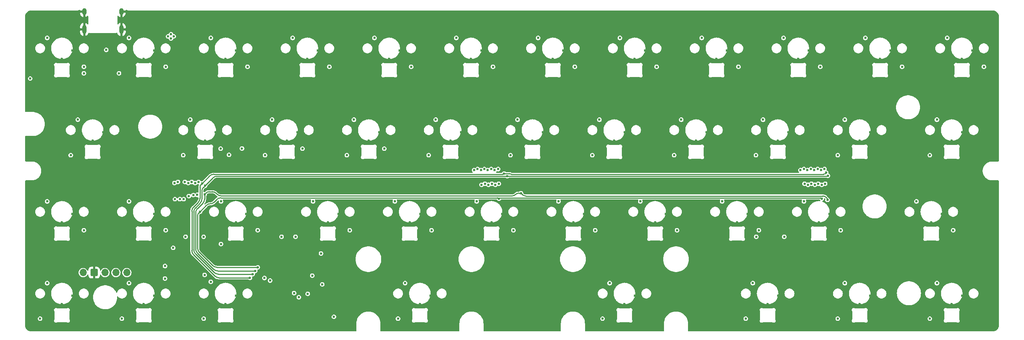
<source format=gbr>
%TF.GenerationSoftware,KiCad,Pcbnew,8.0.4*%
%TF.CreationDate,2024-09-22T03:38:46+02:00*%
%TF.ProjectId,feb42-rounded,66656234-322d-4726-9f75-6e6465642e6b,rev?*%
%TF.SameCoordinates,Original*%
%TF.FileFunction,Copper,L2,Inr*%
%TF.FilePolarity,Positive*%
%FSLAX46Y46*%
G04 Gerber Fmt 4.6, Leading zero omitted, Abs format (unit mm)*
G04 Created by KiCad (PCBNEW 8.0.4) date 2024-09-22 03:38:46*
%MOMM*%
%LPD*%
G01*
G04 APERTURE LIST*
G04 Aperture macros list*
%AMRoundRect*
0 Rectangle with rounded corners*
0 $1 Rounding radius*
0 $2 $3 $4 $5 $6 $7 $8 $9 X,Y pos of 4 corners*
0 Add a 4 corners polygon primitive as box body*
4,1,4,$2,$3,$4,$5,$6,$7,$8,$9,$2,$3,0*
0 Add four circle primitives for the rounded corners*
1,1,$1+$1,$2,$3*
1,1,$1+$1,$4,$5*
1,1,$1+$1,$6,$7*
1,1,$1+$1,$8,$9*
0 Add four rect primitives between the rounded corners*
20,1,$1+$1,$2,$3,$4,$5,0*
20,1,$1+$1,$4,$5,$6,$7,0*
20,1,$1+$1,$6,$7,$8,$9,0*
20,1,$1+$1,$8,$9,$2,$3,0*%
G04 Aperture macros list end*
%TA.AperFunction,ComponentPad*%
%ADD10O,1.000000X2.100000*%
%TD*%
%TA.AperFunction,ComponentPad*%
%ADD11O,1.000000X1.600000*%
%TD*%
%TA.AperFunction,ComponentPad*%
%ADD12O,1.700000X1.700000*%
%TD*%
%TA.AperFunction,ComponentPad*%
%ADD13RoundRect,0.250000X0.600000X-0.600000X0.600000X0.600000X-0.600000X0.600000X-0.600000X-0.600000X0*%
%TD*%
%TA.AperFunction,ViaPad*%
%ADD14C,0.600000*%
%TD*%
%TA.AperFunction,ViaPad*%
%ADD15C,0.800000*%
%TD*%
%TA.AperFunction,Conductor*%
%ADD16C,0.250000*%
%TD*%
G04 APERTURE END LIST*
D10*
%TO.N,GND*%
%TO.C,USB1*%
X57570000Y-72030000D03*
D11*
X57570000Y-67850000D03*
D10*
X48930000Y-72030000D03*
D11*
X48930000Y-67850000D03*
%TD*%
D12*
%TO.N,/SWDIO*%
%TO.C,J1*%
X48670001Y-128700000D03*
D13*
%TO.N,GND*%
X51210001Y-128700000D03*
D12*
%TO.N,/SWCLK*%
X53750001Y-128700000D03*
%TO.N,+3V3*%
X56290001Y-128700000D03*
%TO.N,/SWO*%
X58830001Y-128700000D03*
%TD*%
D14*
%TO.N,Net-(LED1-DOUT)*%
X48820000Y-82240000D03*
X57000000Y-82240000D03*
%TO.N,Net-(LED14-DIN)*%
X85640000Y-99770000D03*
X82610000Y-101250000D03*
%TO.N,Net-(LED25-DOUT)*%
X72500000Y-120350000D03*
X76710000Y-120350000D03*
%TO.N,Net-(LED26-DOUT)*%
X98110000Y-120355000D03*
X94850000Y-120355000D03*
%TO.N,Net-(LED32-DOUT)*%
X205380000Y-120355000D03*
X211890000Y-120355000D03*
%TO.N,+3V3*%
X67725000Y-130075000D03*
X67725000Y-127175000D03*
%TO.N,GND*%
X225037500Y-117875000D03*
X203337500Y-115067500D03*
X130762500Y-96017500D03*
X239325000Y-79775000D03*
X169593750Y-140385000D03*
X242531250Y-120355000D03*
X213650000Y-104630000D03*
X65590000Y-71450000D03*
X94200000Y-139625000D03*
X46175000Y-115067500D03*
X138975000Y-78862500D03*
X186262500Y-102285000D03*
X40125000Y-120355000D03*
X117612500Y-96017500D03*
X231912500Y-134117500D03*
X214012500Y-99805000D03*
D15*
X58750000Y-67850000D03*
D14*
X59325000Y-76967500D03*
X231912500Y-96017500D03*
X122375000Y-76967500D03*
X144840000Y-101070000D03*
X103375000Y-137980000D03*
X162787500Y-116962500D03*
X127137500Y-115067500D03*
X116325000Y-82255000D03*
X92662500Y-96017500D03*
X65225000Y-76967500D03*
X191362500Y-97912500D03*
X43725000Y-136012500D03*
D15*
X58750000Y-72030000D03*
D14*
X156862500Y-99805000D03*
X59175001Y-120355000D03*
X47325000Y-137905000D03*
X55072501Y-76805000D03*
X121087500Y-120355000D03*
X236675000Y-76967500D03*
X75730000Y-104120000D03*
X71962500Y-102285000D03*
X80606250Y-120355000D03*
X216487500Y-115067500D03*
X90550000Y-125450000D03*
X129518750Y-134117500D03*
X224362500Y-102285000D03*
X59325000Y-115067500D03*
X187912500Y-96017500D03*
X48825000Y-117875000D03*
X220275000Y-79775000D03*
X81825000Y-78862500D03*
X78375000Y-76967500D03*
X103325000Y-76967500D03*
X167212498Y-102285000D03*
X212862500Y-96017500D03*
X43725000Y-78862500D03*
X201225000Y-79775000D03*
X255725000Y-76967500D03*
X121968750Y-140385000D03*
X102037500Y-120355000D03*
X197437500Y-115067500D03*
X181837500Y-116962500D03*
X73125000Y-114700000D03*
X216337500Y-120355000D03*
X139825000Y-108224999D03*
X159187500Y-120355000D03*
X50947500Y-76795000D03*
X78225000Y-82255000D03*
X143737500Y-116962500D03*
X77062500Y-97912500D03*
X174762500Y-96017500D03*
X65225000Y-115067500D03*
X206962500Y-96017500D03*
X229462500Y-97912500D03*
X62775000Y-116962500D03*
X78175000Y-111900000D03*
X108550000Y-133170000D03*
X54468750Y-99805000D03*
X171243750Y-134117500D03*
X160475000Y-76967500D03*
X179525000Y-76967500D03*
X121237500Y-115067500D03*
X59325000Y-134117500D03*
X84275000Y-76967500D03*
X242681250Y-115067500D03*
X144075000Y-79775000D03*
X102187500Y-115067500D03*
X215175000Y-78862500D03*
X230625000Y-82255000D03*
X140625000Y-107974999D03*
X47418750Y-96017500D03*
X249675000Y-82255000D03*
X40274999Y-134117500D03*
D15*
X47750000Y-72030000D03*
D14*
X229462500Y-136012500D03*
X247443750Y-134117500D03*
X94225000Y-136200000D03*
X226012500Y-96017500D03*
X80756250Y-115067500D03*
X248581250Y-115067500D03*
X250893750Y-97912500D03*
X91012500Y-102285000D03*
X202931250Y-140385000D03*
X217625000Y-76967500D03*
X253275000Y-78862500D03*
X197287500Y-120355000D03*
X174693750Y-136012500D03*
X129787500Y-117875000D03*
X45768750Y-102285000D03*
X163125000Y-79775000D03*
X140137500Y-120355000D03*
X182175000Y-79775000D03*
X230775000Y-76967500D03*
X98562500Y-96017500D03*
X73612500Y-96017500D03*
X67875000Y-117875000D03*
X140287500Y-115067500D03*
X167887500Y-117875000D03*
X211631250Y-137905000D03*
X134212500Y-97912500D03*
X223925000Y-108900000D03*
X98650000Y-127700000D03*
X173475000Y-82255000D03*
X135525000Y-76967500D03*
X219937500Y-116962500D03*
X250893750Y-136012500D03*
X115162500Y-97912500D03*
X97275000Y-82255000D03*
X247443750Y-96017500D03*
X158025000Y-78862500D03*
X245793750Y-140385000D03*
X59175001Y-82255000D03*
X95850000Y-130500000D03*
X253343750Y-96017500D03*
X65225000Y-134117500D03*
X198575000Y-76967500D03*
X135375000Y-82255000D03*
X211725000Y-76967500D03*
X67875000Y-79775000D03*
X40274999Y-115067500D03*
X53318750Y-96017500D03*
X84206250Y-116962500D03*
X110737500Y-117875000D03*
X57675000Y-140385000D03*
X40274999Y-76967500D03*
X137812500Y-99805000D03*
X154575000Y-76967500D03*
X245793750Y-102285000D03*
X210481250Y-134117500D03*
X233062500Y-137905000D03*
X194962500Y-99805000D03*
X159337500Y-115067500D03*
X130668750Y-137905000D03*
X165237500Y-115067500D03*
X79512500Y-96017500D03*
X254493750Y-99805000D03*
X89306250Y-117875000D03*
X77250000Y-72625000D03*
X173625000Y-76967500D03*
X111712500Y-96017500D03*
X110062500Y-102285000D03*
X184287500Y-115067500D03*
X154425000Y-82255000D03*
X258375000Y-79775000D03*
X147925000Y-108900000D03*
X43725000Y-116962500D03*
X148837500Y-117875000D03*
X177075000Y-78862500D03*
X100875000Y-78862500D03*
X146187500Y-115067500D03*
X108087500Y-115067500D03*
X211575000Y-82255000D03*
X168862500Y-96017500D03*
X116475000Y-76967500D03*
X249825000Y-76967500D03*
X40125000Y-82255000D03*
X48825000Y-79775000D03*
X136662500Y-96017500D03*
X106925000Y-137625000D03*
X46175000Y-76967500D03*
X86656250Y-115067500D03*
X155712500Y-96017500D03*
X78375000Y-134117500D03*
X86925000Y-79775000D03*
X71525000Y-107825000D03*
X149812500Y-96017500D03*
X233062500Y-99805000D03*
X113902289Y-130222711D03*
X178293750Y-137905000D03*
X251231250Y-117875000D03*
X67900000Y-107630000D03*
X97424999Y-76967500D03*
X178387500Y-115067500D03*
X205312500Y-102285000D03*
X192675000Y-76967500D03*
X96112500Y-97912500D03*
X120290001Y-127462499D03*
X46175000Y-134117500D03*
X175912500Y-99805000D03*
X105637500Y-116962500D03*
X50868750Y-97912500D03*
X224362500Y-140385000D03*
X254493750Y-137905000D03*
X141425000Y-76967500D03*
X129112500Y-102285000D03*
X246131250Y-116962500D03*
X81825000Y-136012500D03*
X210412500Y-97912500D03*
X62775000Y-136012500D03*
X215825000Y-108224999D03*
X105975000Y-79775000D03*
X85425000Y-137905000D03*
X178237500Y-120355000D03*
X148162500Y-102285000D03*
X204581250Y-134117500D03*
X192525000Y-82255000D03*
X124687500Y-116962500D03*
X76725000Y-140385000D03*
X205987500Y-117875000D03*
D15*
X47750000Y-67850000D03*
D14*
X123618750Y-134117500D03*
X234225000Y-78862500D03*
X66374999Y-137905000D03*
X62775000Y-78862500D03*
X200887500Y-116962500D03*
X137650000Y-104630000D03*
X38625000Y-140385000D03*
X226012500Y-134117500D03*
X119925000Y-78862500D03*
X208031250Y-136012500D03*
X125025000Y-79775000D03*
X90125000Y-133375000D03*
X127068750Y-136012500D03*
X186937500Y-117875000D03*
X221470000Y-100960000D03*
X196125000Y-78862500D03*
X153262500Y-97912500D03*
X253343750Y-134117500D03*
X177143750Y-134117500D03*
X95850000Y-127700000D03*
X98650000Y-130500000D03*
X84275000Y-134117500D03*
X52047501Y-76800000D03*
X172312500Y-97912500D03*
X193812500Y-96017500D03*
X222387500Y-115067500D03*
%TO.N,+5V*%
X86925000Y-80735000D03*
X245793750Y-101325000D03*
X67875000Y-80735000D03*
X167212498Y-101325000D03*
X186262500Y-101325000D03*
X224362500Y-139425000D03*
X38625000Y-139425000D03*
X68450000Y-73650000D03*
X69100000Y-74100000D03*
X121968750Y-139425000D03*
X110062500Y-101325000D03*
X169593750Y-139425000D03*
X182175000Y-80735000D03*
X258375000Y-80735000D03*
X167887500Y-118835000D03*
X148162500Y-101325000D03*
X48825000Y-118835000D03*
X205312500Y-101325000D03*
X36320000Y-83447500D03*
X201225000Y-80735000D03*
X48825000Y-80735000D03*
X91012500Y-101325000D03*
X144075000Y-80735000D03*
X105975000Y-80735000D03*
X54037501Y-76795000D03*
X45768750Y-101325000D03*
X89306250Y-118835000D03*
X224362500Y-101325000D03*
X129112500Y-101325000D03*
X225037500Y-118835000D03*
X205987500Y-118835000D03*
X186937500Y-118835000D03*
X251231250Y-118835000D03*
X57675000Y-139425000D03*
X110737500Y-118835000D03*
X239325000Y-80735000D03*
X129787500Y-118835000D03*
X148837500Y-118835000D03*
X67875000Y-118835000D03*
X163125000Y-80735000D03*
X76725000Y-139425000D03*
X69750000Y-73625000D03*
X71962500Y-101325000D03*
X69100000Y-73150000D03*
X125025000Y-80735000D03*
X245793750Y-139425000D03*
X220275000Y-80735000D03*
X202931250Y-139425000D03*
%TO.N,SW5*%
X116475000Y-74007500D03*
X141275000Y-104825000D03*
%TO.N,SW1*%
X70725000Y-107575000D03*
X40274999Y-74007500D03*
%TO.N,SW2*%
X72325000Y-107575000D03*
X59325000Y-74007500D03*
%TO.N,SW3*%
X73925000Y-107575000D03*
X78375000Y-74007500D03*
%TO.N,SW4*%
X97424999Y-74007500D03*
X74725000Y-107825000D03*
%TO.N,SW6*%
X142075000Y-104575000D03*
X135525000Y-74007500D03*
%TO.N,SW7*%
X142875000Y-104825000D03*
X154575000Y-74007500D03*
%TO.N,SW8*%
X145275000Y-104575000D03*
X173625000Y-74007500D03*
%TO.N,SW9*%
X217275000Y-104825000D03*
X192675000Y-74007500D03*
%TO.N,SW10*%
X218075000Y-104575000D03*
X211725000Y-74007500D03*
%TO.N,SW11*%
X230775000Y-74007500D03*
X218875000Y-104825000D03*
%TO.N,SW12*%
X249825000Y-74007500D03*
X220475000Y-104825000D03*
%TO.N,SW13*%
X69925000Y-107825000D03*
X47418750Y-93057500D03*
%TO.N,SW14*%
X73612500Y-93057500D03*
X73125000Y-107825000D03*
%TO.N,SW15*%
X92662500Y-93057500D03*
X75525000Y-107575000D03*
%TO.N,SW16*%
X111712500Y-93057500D03*
X140474999Y-104575000D03*
%TO.N,SW17*%
X139675000Y-104825000D03*
X130762500Y-93057500D03*
%TO.N,SW18*%
X143675000Y-104575000D03*
X149812500Y-93057500D03*
%TO.N,SW19*%
X144474999Y-104825000D03*
X168862500Y-93057500D03*
%TO.N,SW20*%
X216475000Y-104575000D03*
X187912500Y-93057500D03*
%TO.N,SW21*%
X215675000Y-104825000D03*
X206962500Y-93057500D03*
%TO.N,SW22*%
X219675000Y-104575000D03*
X226012500Y-93057500D03*
%TO.N,SW23*%
X221275000Y-104575000D03*
X247443750Y-93057500D03*
%TO.N,SW24*%
X40274999Y-112107500D03*
X71175000Y-111575000D03*
%TO.N,SW25*%
X70025000Y-111575000D03*
X59325000Y-112107500D03*
%TO.N,SW26*%
X75225000Y-110575000D03*
X80756250Y-112107500D03*
%TO.N,SW27*%
X102187500Y-112107500D03*
X141425000Y-108224999D03*
%TO.N,SW28*%
X142225000Y-107974999D03*
X121237500Y-112107500D03*
%TO.N,SW29*%
X140287500Y-112107500D03*
X143025000Y-108224999D03*
%TO.N,SW30*%
X159337500Y-112107500D03*
X145425000Y-107974999D03*
%TO.N,SW31*%
X178387500Y-112107500D03*
X216624999Y-107974999D03*
%TO.N,SW32*%
X217425000Y-108224999D03*
X197437500Y-112107500D03*
%TO.N,SW33*%
X216487500Y-112107500D03*
X219025000Y-108224999D03*
%TO.N,SW34*%
X221425000Y-107974999D03*
X242681250Y-112107500D03*
%TO.N,SW35*%
X72075000Y-111575000D03*
X40274999Y-131157499D03*
%TO.N,SW36*%
X73275000Y-110850000D03*
X59325000Y-131157499D03*
%TO.N,SW37*%
X74310438Y-110636435D03*
X78375000Y-130850000D03*
%TO.N,SW38*%
X123618750Y-131157499D03*
X143825000Y-107974999D03*
%TO.N,SW39*%
X144625000Y-108224999D03*
X171243750Y-131157499D03*
%TO.N,SW40*%
X218225000Y-107974999D03*
X204581250Y-131157499D03*
%TO.N,SW41*%
X226012500Y-131157499D03*
X219825000Y-107974999D03*
%TO.N,SW42*%
X247443750Y-131157499D03*
X220624999Y-108224999D03*
%TO.N,SEL1*%
X220655000Y-111470000D03*
X89320000Y-127450000D03*
X145470000Y-111480000D03*
X75880000Y-114490000D03*
%TO.N,SW_COM1*%
X80750000Y-122050000D03*
X98875000Y-134450000D03*
%TO.N,SEL3*%
X87500000Y-129900000D03*
X221670000Y-105420000D03*
X146670000Y-105606196D03*
X76375693Y-107907911D03*
%TO.N,SEL4*%
X222043698Y-106127357D03*
X88120000Y-129060000D03*
X77050000Y-108450000D03*
X147430000Y-106231196D03*
%TO.N,SEL2*%
X88720000Y-128300000D03*
X150590000Y-110180000D03*
X76928749Y-110477499D03*
X221958456Y-111742341D03*
%TO.N,SW_COM2*%
X100950000Y-133650000D03*
X104050000Y-124250000D03*
%TO.N,/BOOT*%
X104325000Y-131450000D03*
X92175000Y-130550000D03*
%TO.N,unconnected-(LED14-VSS-Pad1)*%
X80662500Y-99805000D03*
%TO.N,unconnected-(LED15-VSS-Pad1)*%
X99712500Y-99805000D03*
%TO.N,unconnected-(LED16-VSS-Pad1)*%
X118762500Y-99805000D03*
%TO.N,/NRST*%
X107050000Y-139000001D03*
X97780053Y-133460842D03*
%TO.N,RGB_DATA*%
X76950000Y-129250000D03*
X69625000Y-122925000D03*
X102000000Y-129400000D03*
X90875000Y-129957500D03*
%TD*%
D16*
%TO.N,SEL2*%
X79014343Y-127901551D02*
G75*
G03*
X79976282Y-128300008I961957J961951D01*
G01*
X75258448Y-113791551D02*
G75*
G03*
X74859997Y-114753490I961952J-961949D01*
G01*
X221866926Y-111391926D02*
G75*
G02*
X221958470Y-111612898I-220926J-220974D01*
G01*
X150922500Y-110512500D02*
G75*
G03*
X151725226Y-110844989I802700J802700D01*
G01*
X79841551Y-110421551D02*
G75*
G03*
X80803490Y-110820003I961949J961951D01*
G01*
X76928749Y-111557760D02*
G75*
G02*
X76530313Y-112519712I-1360349J-40D01*
G01*
X150097548Y-110180000D02*
G75*
G03*
X149324986Y-110499986I-48J-1092500D01*
G01*
X77999956Y-109850000D02*
G75*
G03*
X77242522Y-110163773I44J-1071200D01*
G01*
X221639228Y-111164228D02*
G75*
G03*
X220868543Y-110844966I-770728J-770672D01*
G01*
X74860000Y-123183717D02*
G75*
G03*
X75258454Y-124145650I1360400J17D01*
G01*
X79668448Y-110248448D02*
G75*
G03*
X78706509Y-109849997I-961948J-961952D01*
G01*
X149325000Y-110500000D02*
G75*
G02*
X148552451Y-110820021I-772600J772600D01*
G01*
%TO.N,SEL4*%
X74808448Y-113605155D02*
G75*
G03*
X74409999Y-114567094I961952J-961945D01*
G01*
X79137947Y-128661551D02*
G75*
G03*
X80099886Y-129060006I961953J961951D01*
G01*
X74410000Y-123370113D02*
G75*
G03*
X74808452Y-124332048I1360400J13D01*
G01*
X76300000Y-111550113D02*
G75*
G02*
X75901548Y-112512049I-1360400J13D01*
G01*
X79832294Y-106231196D02*
G75*
G03*
X78870355Y-106629644I6J-1360404D01*
G01*
X221991778Y-106179276D02*
G75*
G02*
X221866433Y-106231210I-125378J125376D01*
G01*
X76675000Y-108825000D02*
G75*
G03*
X76300012Y-109730330I905300J-905300D01*
G01*
%TO.N,SEL3*%
X148118696Y-105693696D02*
G75*
G03*
X148329939Y-105781153I211204J211296D01*
G01*
X79065898Y-105781196D02*
G75*
G03*
X78103957Y-106179642I2J-1360404D01*
G01*
X146582500Y-105693696D02*
G75*
G02*
X146371256Y-105781150I-211200J211296D01*
G01*
X74358448Y-113418759D02*
G75*
G03*
X73960002Y-114380698I961952J-961941D01*
G01*
X148118696Y-105693696D02*
G75*
G03*
X147907452Y-105606218I-211196J-211204D01*
G01*
X73960000Y-123556509D02*
G75*
G03*
X74358450Y-124518446I1360400J9D01*
G01*
X221489402Y-105600598D02*
G75*
G02*
X221053399Y-105781197I-436002J435998D01*
G01*
X75850000Y-111363717D02*
G75*
G02*
X75451546Y-112325651I-1360400J17D01*
G01*
X76112846Y-108170757D02*
G75*
G03*
X75850013Y-108805325I634554J-634543D01*
G01*
X79341551Y-129501551D02*
G75*
G03*
X80303490Y-129900003I961949J961951D01*
G01*
%TO.N,SEL1*%
X75310000Y-122997321D02*
G75*
G03*
X75708456Y-123959252I1360400J21D01*
G01*
X145365000Y-111375000D02*
G75*
G03*
X145111507Y-111269997I-253500J-253500D01*
G01*
X220567500Y-111382500D02*
G75*
G03*
X220356256Y-111295018I-211200J-211200D01*
G01*
X80733490Y-111270000D02*
G75*
G03*
X79771553Y-111668450I10J-1360400D01*
G01*
X75595000Y-114775000D02*
G75*
G03*
X75310021Y-115463050I688000J-688000D01*
G01*
X78255000Y-112650000D02*
G75*
G03*
X77341698Y-113028303I0J-1291600D01*
G01*
X79168302Y-112271697D02*
G75*
G02*
X78255000Y-112650001I-913302J913297D01*
G01*
X145785814Y-111295000D02*
G75*
G03*
X145562496Y-111387496I-14J-315800D01*
G01*
X78800739Y-127051551D02*
G75*
G03*
X79762678Y-127450011I961961J961951D01*
G01*
X75880000Y-114490000D02*
X75595000Y-114775000D01*
X145111507Y-111270000D02*
X80733490Y-111270000D01*
X79771551Y-111668448D02*
X79168302Y-112271697D01*
X89320000Y-127450000D02*
X79762678Y-127450000D01*
X75708448Y-123959260D02*
X78800739Y-127051551D01*
X145470000Y-111480000D02*
X145365000Y-111375000D01*
X145470000Y-111480000D02*
X145562500Y-111387500D01*
X220567500Y-111382500D02*
X220655000Y-111470000D01*
X220356256Y-111295000D02*
X145785814Y-111295000D01*
X75310000Y-122997321D02*
X75310000Y-115463050D01*
X75880000Y-114490000D02*
X77341697Y-113028302D01*
%TO.N,SEL3*%
X221489402Y-105600598D02*
X221670000Y-105420000D01*
X76112846Y-108170757D02*
X76375693Y-107907911D01*
X74358448Y-124518448D02*
X79341551Y-129501551D01*
X79065898Y-105781196D02*
X146371256Y-105781196D01*
X147907452Y-105606196D02*
X146670000Y-105606196D01*
X78103959Y-106179644D02*
X76375693Y-107907911D01*
X74358448Y-113418759D02*
X75451551Y-112325656D01*
X73960000Y-114380698D02*
X73960000Y-123556509D01*
X75850000Y-111363717D02*
X75850000Y-108805325D01*
X146582500Y-105693696D02*
X146670000Y-105606196D01*
X148329939Y-105781196D02*
X221053399Y-105781196D01*
X87500000Y-129900000D02*
X80303490Y-129900000D01*
%TO.N,SEL4*%
X147430000Y-106231196D02*
X221866433Y-106231196D01*
X147430000Y-106231196D02*
X79832294Y-106231196D01*
X76675000Y-108825000D02*
X77050000Y-108450000D01*
X76300000Y-111550113D02*
X76300000Y-109730330D01*
X79137947Y-128661551D02*
X74808448Y-124332052D01*
X221991778Y-106179276D02*
X222043698Y-106127357D01*
X74410000Y-114567094D02*
X74410000Y-123370113D01*
X80099886Y-129060000D02*
X88120000Y-129060000D01*
X78870355Y-106629644D02*
X77050000Y-108450000D01*
X74808448Y-113605155D02*
X75901551Y-112512052D01*
%TO.N,SEL2*%
X75258448Y-113791551D02*
X76530300Y-112519699D01*
X151725226Y-110845000D02*
X220868543Y-110845000D01*
X221866926Y-111391926D02*
X221639228Y-111164228D01*
X150097548Y-110180000D02*
X150590000Y-110180000D01*
X76928749Y-111557760D02*
X76928749Y-110477499D01*
X79841551Y-110421551D02*
X79668448Y-110248448D01*
X221958456Y-111742341D02*
X221958456Y-111612898D01*
X79976282Y-128300000D02*
X88720000Y-128300000D01*
X150922500Y-110512500D02*
X150590000Y-110180000D01*
X80803490Y-110820000D02*
X148552451Y-110820000D01*
X77242498Y-110163749D02*
X76928749Y-110477499D01*
X74860000Y-114753490D02*
X74860000Y-123183717D01*
X79014343Y-127901551D02*
X75258448Y-124145656D01*
X77999956Y-109850000D02*
X78706509Y-109850000D01*
%TD*%
%TA.AperFunction,Conductor*%
%TO.N,GND*%
G36*
X78711360Y-110200881D02*
G01*
X78854760Y-110212168D01*
X78873974Y-110215211D01*
X78990006Y-110243069D01*
X79009091Y-110247651D01*
X79027596Y-110253664D01*
X79155971Y-110306839D01*
X79173308Y-110315673D01*
X79291781Y-110388274D01*
X79307521Y-110399710D01*
X79416922Y-110493145D01*
X79424073Y-110499755D01*
X79632433Y-110708116D01*
X79632469Y-110708147D01*
X79673000Y-110748679D01*
X79673006Y-110748684D01*
X79759066Y-110814720D01*
X79850934Y-110885213D01*
X79906689Y-110917403D01*
X79954905Y-110967970D01*
X79968128Y-111036577D01*
X79942160Y-111101442D01*
X79906690Y-111132177D01*
X79780934Y-111204783D01*
X79780924Y-111204790D01*
X79603009Y-111341308D01*
X79603002Y-111341315D01*
X79556343Y-111387972D01*
X79556339Y-111387978D01*
X78923915Y-112020401D01*
X78916766Y-112027010D01*
X78815585Y-112113428D01*
X78799843Y-112124865D01*
X78690574Y-112191825D01*
X78673237Y-112200659D01*
X78554833Y-112249704D01*
X78536327Y-112255717D01*
X78411711Y-112285634D01*
X78392494Y-112288678D01*
X78271947Y-112298166D01*
X78259865Y-112299117D01*
X78250137Y-112299499D01*
X78147371Y-112299499D01*
X78147365Y-112299499D01*
X78147361Y-112299500D01*
X77933958Y-112327595D01*
X77726029Y-112383310D01*
X77527160Y-112465684D01*
X77527149Y-112465689D01*
X77340744Y-112573311D01*
X77340736Y-112573317D01*
X77169960Y-112704358D01*
X77130823Y-112743494D01*
X77130811Y-112743504D01*
X77130812Y-112743505D01*
X77111482Y-112762834D01*
X77050158Y-112796317D01*
X76980466Y-112791331D01*
X76924534Y-112749458D01*
X76900119Y-112683993D01*
X76914972Y-112615720D01*
X76925418Y-112599675D01*
X76993979Y-112510325D01*
X77106116Y-112316093D01*
X77191940Y-112108886D01*
X77249983Y-111892249D01*
X77279252Y-111669889D01*
X77279249Y-111557750D01*
X77279249Y-111545941D01*
X77279249Y-110926039D01*
X77298934Y-110859000D01*
X77304874Y-110850552D01*
X77383041Y-110748684D01*
X77387773Y-110742517D01*
X77440723Y-110614682D01*
X77458294Y-110481219D01*
X77486561Y-110417324D01*
X77502564Y-110401556D01*
X77539282Y-110371420D01*
X77590125Y-110329690D01*
X77610327Y-110316191D01*
X77713398Y-110261094D01*
X77735844Y-110251796D01*
X77847682Y-110217865D01*
X77871515Y-110213123D01*
X77993566Y-110201098D01*
X78005725Y-110200500D01*
X78650993Y-110200500D01*
X78701632Y-110200500D01*
X78711360Y-110200881D01*
G37*
%TD.AperFunction*%
%TA.AperFunction,Conductor*%
G36*
X48630000Y-68100000D02*
G01*
X47930000Y-68100000D01*
X47930000Y-68248495D01*
X47968427Y-68441681D01*
X47968430Y-68441693D01*
X48043807Y-68623671D01*
X48043814Y-68623684D01*
X48153248Y-68787462D01*
X48153251Y-68787466D01*
X48292533Y-68926748D01*
X48292537Y-68926751D01*
X48456315Y-69036185D01*
X48456328Y-69036192D01*
X48638308Y-69111569D01*
X48680000Y-69119862D01*
X48680000Y-68316988D01*
X48689940Y-68334205D01*
X48745795Y-68390060D01*
X48814204Y-68429556D01*
X48890504Y-68450000D01*
X48969496Y-68450000D01*
X49045796Y-68429556D01*
X49114205Y-68390060D01*
X49170060Y-68334205D01*
X49180000Y-68316988D01*
X49180000Y-69119862D01*
X49221690Y-69111569D01*
X49221692Y-69111569D01*
X49403671Y-69036192D01*
X49403684Y-69036185D01*
X49567462Y-68926751D01*
X49567466Y-68926748D01*
X49638319Y-68855896D01*
X49699642Y-68822411D01*
X49769334Y-68827395D01*
X49825267Y-68869267D01*
X49849684Y-68934731D01*
X49850000Y-68943577D01*
X49850000Y-70686423D01*
X49830315Y-70753462D01*
X49777511Y-70799217D01*
X49708353Y-70809161D01*
X49644797Y-70780136D01*
X49638319Y-70774104D01*
X49567466Y-70703251D01*
X49567462Y-70703248D01*
X49403684Y-70593814D01*
X49403671Y-70593807D01*
X49221691Y-70518429D01*
X49221683Y-70518427D01*
X49180000Y-70510135D01*
X49180000Y-71313011D01*
X49170060Y-71295795D01*
X49114205Y-71239940D01*
X49045796Y-71200444D01*
X48969496Y-71180000D01*
X48890504Y-71180000D01*
X48814204Y-71200444D01*
X48745795Y-71239940D01*
X48689940Y-71295795D01*
X48680000Y-71313011D01*
X48680000Y-70510136D01*
X48679999Y-70510135D01*
X48638316Y-70518427D01*
X48638308Y-70518429D01*
X48456328Y-70593807D01*
X48456315Y-70593814D01*
X48292537Y-70703248D01*
X48292533Y-70703251D01*
X48153251Y-70842533D01*
X48153248Y-70842537D01*
X48043814Y-71006315D01*
X48043807Y-71006328D01*
X47968430Y-71188306D01*
X47968427Y-71188318D01*
X47930000Y-71381504D01*
X47930000Y-71780000D01*
X48630000Y-71780000D01*
X48630000Y-72280000D01*
X47930000Y-72280000D01*
X47930000Y-72678495D01*
X47968427Y-72871681D01*
X47968430Y-72871693D01*
X48043807Y-73053671D01*
X48043814Y-73053684D01*
X48153248Y-73217462D01*
X48153251Y-73217466D01*
X48292533Y-73356748D01*
X48292537Y-73356751D01*
X48456315Y-73466185D01*
X48456328Y-73466192D01*
X48638308Y-73541569D01*
X48680000Y-73549862D01*
X48680000Y-72746988D01*
X48689940Y-72764205D01*
X48745795Y-72820060D01*
X48814204Y-72859556D01*
X48890504Y-72880000D01*
X48969496Y-72880000D01*
X49045796Y-72859556D01*
X49114205Y-72820060D01*
X49170060Y-72764205D01*
X49180000Y-72746988D01*
X49180000Y-73549862D01*
X49221690Y-73541569D01*
X49221692Y-73541569D01*
X49403671Y-73466192D01*
X49403684Y-73466185D01*
X49567462Y-73356751D01*
X49567466Y-73356748D01*
X49706748Y-73217466D01*
X49706751Y-73217462D01*
X49816185Y-73053684D01*
X49816187Y-73053680D01*
X49891071Y-72872891D01*
X49934912Y-72818487D01*
X50001206Y-72796422D01*
X50068905Y-72813701D01*
X50071976Y-72815583D01*
X50072210Y-72815731D01*
X50072214Y-72815734D01*
X50092948Y-72828864D01*
X50114301Y-72840960D01*
X50136222Y-72851994D01*
X50158658Y-72861939D01*
X50181555Y-72870772D01*
X50204842Y-72878465D01*
X50204860Y-72878471D01*
X50207004Y-72879064D01*
X50228509Y-72885015D01*
X50252454Y-72890392D01*
X50252476Y-72890395D01*
X50252486Y-72890398D01*
X50262584Y-72892149D01*
X50276634Y-72894588D01*
X50300991Y-72897592D01*
X50325466Y-72899397D01*
X50350000Y-72900000D01*
X50350019Y-72900000D01*
X56149981Y-72900000D01*
X56150000Y-72900000D01*
X56174533Y-72899397D01*
X56199008Y-72897592D01*
X56223365Y-72894588D01*
X56241334Y-72891469D01*
X56247512Y-72890398D01*
X56247517Y-72890396D01*
X56247545Y-72890392D01*
X56271490Y-72885015D01*
X56295142Y-72878470D01*
X56318444Y-72870772D01*
X56341341Y-72861939D01*
X56363777Y-72851994D01*
X56385698Y-72840960D01*
X56407051Y-72828864D01*
X56407073Y-72828849D01*
X56407090Y-72828840D01*
X56428020Y-72815585D01*
X56495188Y-72796346D01*
X56562096Y-72816475D01*
X56607499Y-72869582D01*
X56608926Y-72872890D01*
X56683809Y-73053675D01*
X56683814Y-73053684D01*
X56793248Y-73217462D01*
X56793251Y-73217466D01*
X56932533Y-73356748D01*
X56932537Y-73356751D01*
X57096315Y-73466185D01*
X57096328Y-73466192D01*
X57278308Y-73541569D01*
X57320000Y-73549862D01*
X57320000Y-72746988D01*
X57329940Y-72764205D01*
X57385795Y-72820060D01*
X57454204Y-72859556D01*
X57530504Y-72880000D01*
X57609496Y-72880000D01*
X57685796Y-72859556D01*
X57754205Y-72820060D01*
X57810060Y-72764205D01*
X57820000Y-72746988D01*
X57820000Y-73549862D01*
X57861690Y-73541569D01*
X57861692Y-73541569D01*
X58043671Y-73466192D01*
X58043684Y-73466185D01*
X58207462Y-73356751D01*
X58207466Y-73356748D01*
X58346748Y-73217466D01*
X58346751Y-73217462D01*
X58456185Y-73053684D01*
X58456192Y-73053671D01*
X58531569Y-72871693D01*
X58531572Y-72871681D01*
X58569999Y-72678495D01*
X58570000Y-72678492D01*
X58570000Y-72280000D01*
X57870000Y-72280000D01*
X57870000Y-71780000D01*
X58570000Y-71780000D01*
X58570000Y-71381508D01*
X58569999Y-71381504D01*
X58531572Y-71188318D01*
X58531569Y-71188306D01*
X58456192Y-71006328D01*
X58456185Y-71006315D01*
X58346751Y-70842537D01*
X58346748Y-70842533D01*
X58207466Y-70703251D01*
X58207462Y-70703248D01*
X58043684Y-70593814D01*
X58043671Y-70593807D01*
X57861691Y-70518429D01*
X57861683Y-70518427D01*
X57820000Y-70510135D01*
X57820000Y-71313011D01*
X57810060Y-71295795D01*
X57754205Y-71239940D01*
X57685796Y-71200444D01*
X57609496Y-71180000D01*
X57530504Y-71180000D01*
X57454204Y-71200444D01*
X57385795Y-71239940D01*
X57329940Y-71295795D01*
X57320000Y-71313011D01*
X57320000Y-70510136D01*
X57319999Y-70510135D01*
X57278316Y-70518427D01*
X57278308Y-70518429D01*
X57096328Y-70593807D01*
X57096315Y-70593814D01*
X56932537Y-70703248D01*
X56932533Y-70703251D01*
X56861681Y-70774104D01*
X56800358Y-70807589D01*
X56730666Y-70802605D01*
X56674733Y-70760733D01*
X56650316Y-70695269D01*
X56650000Y-70686423D01*
X56650000Y-68943577D01*
X56669685Y-68876538D01*
X56722489Y-68830783D01*
X56791647Y-68820839D01*
X56855203Y-68849864D01*
X56861681Y-68855896D01*
X56932533Y-68926748D01*
X56932537Y-68926751D01*
X57096315Y-69036185D01*
X57096328Y-69036192D01*
X57278308Y-69111569D01*
X57320000Y-69119862D01*
X57320000Y-68316988D01*
X57329940Y-68334205D01*
X57385795Y-68390060D01*
X57454204Y-68429556D01*
X57530504Y-68450000D01*
X57609496Y-68450000D01*
X57685796Y-68429556D01*
X57754205Y-68390060D01*
X57810060Y-68334205D01*
X57820000Y-68316988D01*
X57820000Y-69119862D01*
X57861690Y-69111569D01*
X57861692Y-69111569D01*
X58043671Y-69036192D01*
X58043684Y-69036185D01*
X58207462Y-68926751D01*
X58207466Y-68926748D01*
X58346748Y-68787466D01*
X58346751Y-68787462D01*
X58456185Y-68623684D01*
X58456192Y-68623671D01*
X58531569Y-68441693D01*
X58531572Y-68441681D01*
X58569999Y-68248495D01*
X58570000Y-68248492D01*
X58570000Y-68100000D01*
X57870000Y-68100000D01*
X57870000Y-67600000D01*
X148500000Y-67600000D01*
X260398802Y-67600000D01*
X260401192Y-67600022D01*
X260509322Y-67602108D01*
X260526328Y-67603612D01*
X260741078Y-67637625D01*
X260759998Y-67642167D01*
X260965648Y-67708987D01*
X260983617Y-67716429D01*
X261176284Y-67814598D01*
X261192875Y-67824765D01*
X261367811Y-67951864D01*
X261382606Y-67964501D01*
X261535498Y-68117393D01*
X261548135Y-68132188D01*
X261675234Y-68307124D01*
X261685401Y-68323715D01*
X261783568Y-68516378D01*
X261791014Y-68534355D01*
X261857832Y-68740001D01*
X261862374Y-68758921D01*
X261896387Y-68973671D01*
X261897891Y-68990677D01*
X261899977Y-69098806D01*
X261900000Y-69101198D01*
X261900000Y-102547284D01*
X261899881Y-102552715D01*
X261898796Y-102577464D01*
X261889475Y-102619487D01*
X261869544Y-102667603D01*
X261842665Y-102707830D01*
X261807830Y-102742665D01*
X261767603Y-102769544D01*
X261719487Y-102789475D01*
X261677464Y-102798796D01*
X261661529Y-102799494D01*
X261652713Y-102799881D01*
X261647285Y-102800000D01*
X260300000Y-102800000D01*
X260217689Y-102801330D01*
X260155948Y-102802328D01*
X260155947Y-102802328D01*
X259896301Y-102836512D01*
X259870336Y-102839931D01*
X259795775Y-102859909D01*
X259592067Y-102914492D01*
X259325920Y-103024733D01*
X259325906Y-103024740D01*
X259076414Y-103168785D01*
X258847866Y-103344156D01*
X258847859Y-103344162D01*
X258644162Y-103547859D01*
X258644156Y-103547866D01*
X258468785Y-103776414D01*
X258324740Y-104025906D01*
X258324733Y-104025920D01*
X258214492Y-104292067D01*
X258139931Y-104570337D01*
X258102328Y-104855947D01*
X258102328Y-104855948D01*
X258100000Y-105000000D01*
X258102328Y-105144051D01*
X258102328Y-105144052D01*
X258128282Y-105341180D01*
X258139931Y-105429664D01*
X258169248Y-105539077D01*
X258214492Y-105707932D01*
X258324733Y-105974079D01*
X258324740Y-105974093D01*
X258334025Y-105990175D01*
X258468782Y-106223581D01*
X258468784Y-106223584D01*
X258468785Y-106223585D01*
X258644156Y-106452133D01*
X258644162Y-106452140D01*
X258847859Y-106655837D01*
X258847866Y-106655843D01*
X258961673Y-106743170D01*
X259076419Y-106831218D01*
X259325909Y-106975261D01*
X259325914Y-106975263D01*
X259325920Y-106975266D01*
X259463558Y-107032277D01*
X259592066Y-107085507D01*
X259870336Y-107160069D01*
X260115839Y-107192390D01*
X260155948Y-107197671D01*
X260155949Y-107197671D01*
X260155957Y-107197672D01*
X260300000Y-107200000D01*
X261647285Y-107200000D01*
X261652711Y-107200119D01*
X261657488Y-107200328D01*
X261677462Y-107201203D01*
X261719487Y-107210524D01*
X261767603Y-107230455D01*
X261807830Y-107257334D01*
X261842665Y-107292169D01*
X261869544Y-107332396D01*
X261889475Y-107380512D01*
X261898796Y-107422535D01*
X261899881Y-107447284D01*
X261900000Y-107452715D01*
X261900000Y-140898801D01*
X261899977Y-140901193D01*
X261897891Y-141009322D01*
X261896387Y-141026328D01*
X261862374Y-141241078D01*
X261857832Y-141259998D01*
X261791014Y-141465644D01*
X261783568Y-141483621D01*
X261685401Y-141676284D01*
X261675234Y-141692875D01*
X261548135Y-141867811D01*
X261535498Y-141882606D01*
X261382606Y-142035498D01*
X261367811Y-142048135D01*
X261192875Y-142175234D01*
X261176284Y-142185401D01*
X260983621Y-142283568D01*
X260965644Y-142291014D01*
X260759998Y-142357832D01*
X260741078Y-142362374D01*
X260526328Y-142396387D01*
X260509322Y-142397891D01*
X260403999Y-142399922D01*
X260401191Y-142399977D01*
X260398802Y-142400000D01*
X189617750Y-142400000D01*
X189550711Y-142380315D01*
X189504956Y-142327511D01*
X189493750Y-142276000D01*
X189493750Y-140574998D01*
X189481188Y-140359325D01*
X189474817Y-140249940D01*
X189458455Y-140157148D01*
X189423420Y-139958451D01*
X206176324Y-139958451D01*
X206176324Y-139958454D01*
X206205936Y-140075060D01*
X206205936Y-140075061D01*
X206210925Y-140083935D01*
X206264896Y-140179939D01*
X206349133Y-140265843D01*
X206452833Y-140326847D01*
X206568841Y-140358741D01*
X206689153Y-140359325D01*
X206805465Y-140328558D01*
X206805468Y-140328556D01*
X206805469Y-140328556D01*
X206903750Y-140272017D01*
X206965583Y-140255500D01*
X208011259Y-140255500D01*
X209097058Y-140255500D01*
X209158891Y-140272017D01*
X209257061Y-140328493D01*
X209373356Y-140359255D01*
X209493649Y-140358672D01*
X209493653Y-140358671D01*
X209493654Y-140358671D01*
X209560550Y-140340278D01*
X209609640Y-140326782D01*
X209713324Y-140265788D01*
X209797548Y-140179897D01*
X209856498Y-140075036D01*
X209886107Y-139958443D01*
X209884332Y-139838161D01*
X209863686Y-139765877D01*
X209851296Y-139722494D01*
X209816330Y-139664380D01*
X209794549Y-139628179D01*
X209776801Y-139564252D01*
X209776801Y-139424999D01*
X223832465Y-139424999D01*
X223832465Y-139425000D01*
X223850526Y-139562181D01*
X223850527Y-139562186D01*
X223903474Y-139690015D01*
X223903475Y-139690017D01*
X223903476Y-139690018D01*
X223987709Y-139799791D01*
X224097482Y-139884024D01*
X224225317Y-139936974D01*
X224348202Y-139953152D01*
X224362499Y-139955035D01*
X224362500Y-139955035D01*
X224362501Y-139955035D01*
X224375447Y-139953330D01*
X224499683Y-139936974D01*
X224627518Y-139884024D01*
X224737291Y-139799791D01*
X224821524Y-139690018D01*
X224874474Y-139562183D01*
X224892535Y-139425000D01*
X224874474Y-139287817D01*
X224821524Y-139159983D01*
X224737291Y-139050209D01*
X224737289Y-139050208D01*
X224737289Y-139050207D01*
X224627515Y-138965974D01*
X224499686Y-138913027D01*
X224499684Y-138913026D01*
X224499683Y-138913026D01*
X224408227Y-138900985D01*
X224362501Y-138894965D01*
X224362499Y-138894965D01*
X224293908Y-138903995D01*
X224225317Y-138913026D01*
X224225316Y-138913026D01*
X224225313Y-138913027D01*
X224097485Y-138965974D01*
X223987709Y-139050209D01*
X223903474Y-139159985D01*
X223850527Y-139287813D01*
X223850526Y-139287818D01*
X223832465Y-139424999D01*
X209776801Y-139424999D01*
X209776801Y-137745882D01*
X209794551Y-137681953D01*
X209851359Y-137587538D01*
X209851359Y-137587537D01*
X209851360Y-137587536D01*
X209884401Y-137471849D01*
X209886176Y-137351549D01*
X209886171Y-137351529D01*
X227607661Y-137351529D01*
X227607661Y-137351534D01*
X227609429Y-137471820D01*
X227609430Y-137471822D01*
X227642315Y-137586988D01*
X227642459Y-137587490D01*
X227684762Y-137657813D01*
X227699205Y-137681821D01*
X227716949Y-137745740D01*
X227716949Y-139564260D01*
X227699205Y-139628178D01*
X227677428Y-139664380D01*
X227642458Y-139722511D01*
X227609430Y-139838177D01*
X227609429Y-139838179D01*
X227607661Y-139958465D01*
X227607661Y-139958470D01*
X227637273Y-140075058D01*
X227637274Y-140075060D01*
X227650318Y-140098261D01*
X227696226Y-140179920D01*
X227696228Y-140179923D01*
X227764874Y-140249928D01*
X227780451Y-140265813D01*
X227884136Y-140326810D01*
X227884138Y-140326810D01*
X227884139Y-140326811D01*
X227942131Y-140342757D01*
X228000123Y-140358703D01*
X228000127Y-140358704D01*
X228120422Y-140359293D01*
X228236720Y-140328538D01*
X228258650Y-140315924D01*
X228334998Y-140272012D01*
X228396822Y-140255500D01*
X229442509Y-140255500D01*
X230528178Y-140255500D01*
X230590002Y-140272012D01*
X230688276Y-140328536D01*
X230688278Y-140328537D01*
X230688280Y-140328538D01*
X230804578Y-140359293D01*
X230924873Y-140358704D01*
X230924876Y-140358703D01*
X230924878Y-140358703D01*
X231034514Y-140328556D01*
X231040864Y-140326810D01*
X231144549Y-140265813D01*
X231228773Y-140179921D01*
X231287726Y-140075060D01*
X231317339Y-139958466D01*
X231317339Y-139958451D01*
X249038824Y-139958451D01*
X249038824Y-139958454D01*
X249068436Y-140075060D01*
X249068436Y-140075061D01*
X249073425Y-140083935D01*
X249127396Y-140179939D01*
X249211633Y-140265843D01*
X249315333Y-140326847D01*
X249431341Y-140358741D01*
X249551653Y-140359325D01*
X249667965Y-140328558D01*
X249667968Y-140328556D01*
X249667969Y-140328556D01*
X249766250Y-140272017D01*
X249828083Y-140255500D01*
X250873759Y-140255500D01*
X251959558Y-140255500D01*
X252021391Y-140272017D01*
X252119561Y-140328493D01*
X252235856Y-140359255D01*
X252356149Y-140358672D01*
X252356153Y-140358671D01*
X252356154Y-140358671D01*
X252423050Y-140340278D01*
X252472140Y-140326782D01*
X252575824Y-140265788D01*
X252660048Y-140179897D01*
X252718998Y-140075036D01*
X252748607Y-139958443D01*
X252746832Y-139838161D01*
X252726186Y-139765877D01*
X252713796Y-139722494D01*
X252678830Y-139664380D01*
X252657049Y-139628179D01*
X252639301Y-139564252D01*
X252639301Y-137745882D01*
X252657051Y-137681953D01*
X252713859Y-137587538D01*
X252713859Y-137587537D01*
X252713860Y-137587536D01*
X252746901Y-137471849D01*
X252748676Y-137351549D01*
X252719063Y-137234938D01*
X252660104Y-137130061D01*
X252575867Y-137044157D01*
X252472167Y-136983153D01*
X252356159Y-136951259D01*
X252235847Y-136950675D01*
X252235846Y-136950675D01*
X252119530Y-136981443D01*
X252021250Y-137037983D01*
X251959417Y-137054500D01*
X249827942Y-137054500D01*
X249766109Y-137037983D01*
X249667941Y-136981508D01*
X249667936Y-136981506D01*
X249616958Y-136968021D01*
X249551644Y-136950745D01*
X249551643Y-136950745D01*
X249431349Y-136951328D01*
X249431345Y-136951328D01*
X249315360Y-136983217D01*
X249315357Y-136983219D01*
X249211678Y-137044210D01*
X249211676Y-137044211D01*
X249127453Y-137130101D01*
X249068501Y-137234964D01*
X249068501Y-137234965D01*
X249038893Y-137351553D01*
X249038893Y-137351555D01*
X249040668Y-137471839D01*
X249073703Y-137587505D01*
X249084870Y-137606065D01*
X249130450Y-137681821D01*
X249148199Y-137745747D01*
X249148199Y-139564118D01*
X249130449Y-139628047D01*
X249073640Y-139722461D01*
X249073639Y-139722465D01*
X249040599Y-139838149D01*
X249038824Y-139958451D01*
X231317339Y-139958451D01*
X231315571Y-139838183D01*
X231282541Y-139722510D01*
X231225794Y-139628178D01*
X231208051Y-139564260D01*
X231208051Y-139424999D01*
X245263715Y-139424999D01*
X245263715Y-139425000D01*
X245281776Y-139562181D01*
X245281777Y-139562186D01*
X245334724Y-139690015D01*
X245334725Y-139690017D01*
X245334726Y-139690018D01*
X245418959Y-139799791D01*
X245528732Y-139884024D01*
X245656567Y-139936974D01*
X245779452Y-139953152D01*
X245793749Y-139955035D01*
X245793750Y-139955035D01*
X245793751Y-139955035D01*
X245806697Y-139953330D01*
X245930933Y-139936974D01*
X246058768Y-139884024D01*
X246168541Y-139799791D01*
X246252774Y-139690018D01*
X246305724Y-139562183D01*
X246323785Y-139425000D01*
X246305724Y-139287817D01*
X246252774Y-139159983D01*
X246168541Y-139050209D01*
X246168539Y-139050208D01*
X246168539Y-139050207D01*
X246058765Y-138965974D01*
X245930936Y-138913027D01*
X245930934Y-138913026D01*
X245930933Y-138913026D01*
X245839477Y-138900985D01*
X245793751Y-138894965D01*
X245793749Y-138894965D01*
X245725158Y-138903995D01*
X245656567Y-138913026D01*
X245656566Y-138913026D01*
X245656563Y-138913027D01*
X245528735Y-138965974D01*
X245418959Y-139050209D01*
X245334724Y-139159985D01*
X245281777Y-139287813D01*
X245281776Y-139287818D01*
X245263715Y-139424999D01*
X231208051Y-139424999D01*
X231208051Y-137745740D01*
X231225795Y-137681821D01*
X231231657Y-137672077D01*
X231282541Y-137587490D01*
X231315571Y-137471817D01*
X231317339Y-137351534D01*
X231287726Y-137234940D01*
X231228773Y-137130079D01*
X231228771Y-137130076D01*
X231144554Y-137044192D01*
X231144553Y-137044191D01*
X231144549Y-137044187D01*
X231075425Y-137003522D01*
X231040866Y-136983191D01*
X231040860Y-136983188D01*
X230924875Y-136951296D01*
X230924881Y-136951296D01*
X230828637Y-136950824D01*
X230804578Y-136950707D01*
X230804577Y-136950707D01*
X230804576Y-136950707D01*
X230688278Y-136981462D01*
X230688276Y-136981463D01*
X230590002Y-137037988D01*
X230528178Y-137054500D01*
X228396822Y-137054500D01*
X228334998Y-137037988D01*
X228236723Y-136981463D01*
X228236721Y-136981462D01*
X228120423Y-136950707D01*
X228120422Y-136950707D01*
X228103237Y-136950791D01*
X228000121Y-136951296D01*
X227884139Y-136983188D01*
X227884133Y-136983191D01*
X227780454Y-137044185D01*
X227780445Y-137044192D01*
X227696228Y-137130076D01*
X227696226Y-137130079D01*
X227637273Y-137234941D01*
X227607661Y-137351529D01*
X209886171Y-137351529D01*
X209856563Y-137234938D01*
X209797604Y-137130061D01*
X209713367Y-137044157D01*
X209609667Y-136983153D01*
X209493659Y-136951259D01*
X209373347Y-136950675D01*
X209373346Y-136950675D01*
X209257030Y-136981443D01*
X209158750Y-137037983D01*
X209096917Y-137054500D01*
X206965442Y-137054500D01*
X206903609Y-137037983D01*
X206805441Y-136981508D01*
X206805436Y-136981506D01*
X206754458Y-136968021D01*
X206689144Y-136950745D01*
X206689143Y-136950745D01*
X206568849Y-136951328D01*
X206568845Y-136951328D01*
X206452860Y-136983217D01*
X206452857Y-136983219D01*
X206349178Y-137044210D01*
X206349176Y-137044211D01*
X206264953Y-137130101D01*
X206206001Y-137234964D01*
X206206001Y-137234965D01*
X206176393Y-137351553D01*
X206176393Y-137351555D01*
X206178168Y-137471839D01*
X206211203Y-137587505D01*
X206222370Y-137606065D01*
X206267950Y-137681821D01*
X206285699Y-137745747D01*
X206285699Y-139564118D01*
X206267949Y-139628047D01*
X206211140Y-139722461D01*
X206211139Y-139722465D01*
X206178099Y-139838149D01*
X206176324Y-139958451D01*
X189423420Y-139958451D01*
X189418279Y-139929293D01*
X189418278Y-139929292D01*
X189418276Y-139929276D01*
X189324889Y-139617344D01*
X189241920Y-139424999D01*
X202401215Y-139424999D01*
X202401215Y-139425000D01*
X202419276Y-139562181D01*
X202419277Y-139562186D01*
X202472224Y-139690015D01*
X202472225Y-139690017D01*
X202472226Y-139690018D01*
X202556459Y-139799791D01*
X202666232Y-139884024D01*
X202794067Y-139936974D01*
X202916952Y-139953152D01*
X202931249Y-139955035D01*
X202931250Y-139955035D01*
X202931251Y-139955035D01*
X202944197Y-139953330D01*
X203068433Y-139936974D01*
X203196268Y-139884024D01*
X203306041Y-139799791D01*
X203390274Y-139690018D01*
X203443224Y-139562183D01*
X203461285Y-139425000D01*
X203443224Y-139287817D01*
X203390274Y-139159983D01*
X203306041Y-139050209D01*
X203306039Y-139050208D01*
X203306039Y-139050207D01*
X203196265Y-138965974D01*
X203068436Y-138913027D01*
X203068434Y-138913026D01*
X203068433Y-138913026D01*
X202976977Y-138900985D01*
X202931251Y-138894965D01*
X202931249Y-138894965D01*
X202862658Y-138903995D01*
X202794067Y-138913026D01*
X202794066Y-138913026D01*
X202794063Y-138913027D01*
X202666235Y-138965974D01*
X202556459Y-139050209D01*
X202472224Y-139159985D01*
X202419277Y-139287813D01*
X202419276Y-139287818D01*
X202401215Y-139424999D01*
X189241920Y-139424999D01*
X189195921Y-139318362D01*
X189033116Y-139036375D01*
X189033115Y-139036373D01*
X188838685Y-138775209D01*
X188838678Y-138775201D01*
X188838674Y-138775195D01*
X188615227Y-138538354D01*
X188615219Y-138538347D01*
X188615218Y-138538346D01*
X188365798Y-138329057D01*
X188229772Y-138239592D01*
X188093750Y-138150129D01*
X188088822Y-138147654D01*
X187802780Y-138003998D01*
X187802779Y-138003997D01*
X187496805Y-137892631D01*
X187496803Y-137892630D01*
X187496799Y-137892629D01*
X187471822Y-137886709D01*
X187179980Y-137817540D01*
X187179965Y-137817538D01*
X186856556Y-137779737D01*
X186530944Y-137779737D01*
X186247961Y-137812812D01*
X186207534Y-137817538D01*
X186207519Y-137817540D01*
X185890709Y-137892627D01*
X185890701Y-137892629D01*
X185890699Y-137892629D01*
X185890694Y-137892631D01*
X185584720Y-138003997D01*
X185584719Y-138003998D01*
X185293753Y-138150127D01*
X185021701Y-138329057D01*
X184772281Y-138538346D01*
X184772280Y-138538347D01*
X184772274Y-138538352D01*
X184772273Y-138538354D01*
X184548826Y-138775195D01*
X184548823Y-138775198D01*
X184548821Y-138775201D01*
X184548814Y-138775209D01*
X184354384Y-139036373D01*
X184191581Y-139318357D01*
X184191575Y-139318370D01*
X184062611Y-139617342D01*
X184031131Y-139722494D01*
X183969224Y-139929276D01*
X183969223Y-139929282D01*
X183969220Y-139929293D01*
X183912684Y-140249928D01*
X183912683Y-140249939D01*
X183893750Y-140574998D01*
X183893750Y-142276000D01*
X183874065Y-142343039D01*
X183821261Y-142388794D01*
X183769750Y-142400000D01*
X165617750Y-142400000D01*
X165550711Y-142380315D01*
X165504956Y-142327511D01*
X165493750Y-142276000D01*
X165493750Y-140574998D01*
X165481188Y-140359325D01*
X165474817Y-140249940D01*
X165458455Y-140157148D01*
X165423420Y-139958451D01*
X172838824Y-139958451D01*
X172838824Y-139958454D01*
X172868436Y-140075060D01*
X172868436Y-140075061D01*
X172873425Y-140083935D01*
X172927396Y-140179939D01*
X173011633Y-140265843D01*
X173115333Y-140326847D01*
X173231341Y-140358741D01*
X173351653Y-140359325D01*
X173467965Y-140328558D01*
X173467968Y-140328556D01*
X173467969Y-140328556D01*
X173566250Y-140272017D01*
X173628083Y-140255500D01*
X174673759Y-140255500D01*
X175759558Y-140255500D01*
X175821391Y-140272017D01*
X175919561Y-140328493D01*
X176035856Y-140359255D01*
X176156149Y-140358672D01*
X176156153Y-140358671D01*
X176156154Y-140358671D01*
X176223050Y-140340278D01*
X176272140Y-140326782D01*
X176375824Y-140265788D01*
X176460048Y-140179897D01*
X176518998Y-140075036D01*
X176548607Y-139958443D01*
X176546832Y-139838161D01*
X176526186Y-139765877D01*
X176513796Y-139722494D01*
X176478830Y-139664380D01*
X176457049Y-139628179D01*
X176439301Y-139564252D01*
X176439301Y-137745882D01*
X176457051Y-137681953D01*
X176513859Y-137587538D01*
X176513859Y-137587537D01*
X176513860Y-137587536D01*
X176546901Y-137471849D01*
X176548676Y-137351549D01*
X176519063Y-137234938D01*
X176460104Y-137130061D01*
X176375867Y-137044157D01*
X176272167Y-136983153D01*
X176156159Y-136951259D01*
X176035847Y-136950675D01*
X176035846Y-136950675D01*
X175919530Y-136981443D01*
X175821250Y-137037983D01*
X175759417Y-137054500D01*
X173627942Y-137054500D01*
X173566109Y-137037983D01*
X173467941Y-136981508D01*
X173467936Y-136981506D01*
X173416958Y-136968021D01*
X173351644Y-136950745D01*
X173351643Y-136950745D01*
X173231349Y-136951328D01*
X173231345Y-136951328D01*
X173115360Y-136983217D01*
X173115357Y-136983219D01*
X173011678Y-137044210D01*
X173011676Y-137044211D01*
X172927453Y-137130101D01*
X172868501Y-137234964D01*
X172868501Y-137234965D01*
X172838893Y-137351553D01*
X172838893Y-137351555D01*
X172840668Y-137471839D01*
X172873703Y-137587505D01*
X172884870Y-137606065D01*
X172930450Y-137681821D01*
X172948199Y-137745747D01*
X172948199Y-139564118D01*
X172930449Y-139628047D01*
X172873640Y-139722461D01*
X172873639Y-139722465D01*
X172840599Y-139838149D01*
X172838824Y-139958451D01*
X165423420Y-139958451D01*
X165418279Y-139929293D01*
X165418278Y-139929292D01*
X165418276Y-139929276D01*
X165324889Y-139617344D01*
X165241920Y-139424999D01*
X169063715Y-139424999D01*
X169063715Y-139425000D01*
X169081776Y-139562181D01*
X169081777Y-139562186D01*
X169134724Y-139690015D01*
X169134725Y-139690017D01*
X169134726Y-139690018D01*
X169218959Y-139799791D01*
X169328732Y-139884024D01*
X169456567Y-139936974D01*
X169579452Y-139953152D01*
X169593749Y-139955035D01*
X169593750Y-139955035D01*
X169593751Y-139955035D01*
X169606697Y-139953330D01*
X169730933Y-139936974D01*
X169858768Y-139884024D01*
X169968541Y-139799791D01*
X170052774Y-139690018D01*
X170105724Y-139562183D01*
X170123785Y-139425000D01*
X170105724Y-139287817D01*
X170052774Y-139159983D01*
X169968541Y-139050209D01*
X169968539Y-139050208D01*
X169968539Y-139050207D01*
X169858765Y-138965974D01*
X169730936Y-138913027D01*
X169730934Y-138913026D01*
X169730933Y-138913026D01*
X169639477Y-138900985D01*
X169593751Y-138894965D01*
X169593749Y-138894965D01*
X169525158Y-138903995D01*
X169456567Y-138913026D01*
X169456566Y-138913026D01*
X169456563Y-138913027D01*
X169328735Y-138965974D01*
X169218959Y-139050209D01*
X169134724Y-139159985D01*
X169081777Y-139287813D01*
X169081776Y-139287818D01*
X169063715Y-139424999D01*
X165241920Y-139424999D01*
X165195921Y-139318362D01*
X165033116Y-139036375D01*
X165033115Y-139036373D01*
X164838685Y-138775209D01*
X164838678Y-138775201D01*
X164838674Y-138775195D01*
X164615227Y-138538354D01*
X164615219Y-138538347D01*
X164615218Y-138538346D01*
X164365798Y-138329057D01*
X164229772Y-138239592D01*
X164093750Y-138150129D01*
X164088822Y-138147654D01*
X163802780Y-138003998D01*
X163802779Y-138003997D01*
X163496805Y-137892631D01*
X163496803Y-137892630D01*
X163496799Y-137892629D01*
X163471822Y-137886709D01*
X163179980Y-137817540D01*
X163179965Y-137817538D01*
X162856556Y-137779737D01*
X162530944Y-137779737D01*
X162247961Y-137812812D01*
X162207534Y-137817538D01*
X162207519Y-137817540D01*
X161890709Y-137892627D01*
X161890701Y-137892629D01*
X161890699Y-137892629D01*
X161890694Y-137892631D01*
X161584720Y-138003997D01*
X161584719Y-138003998D01*
X161293753Y-138150127D01*
X161021701Y-138329057D01*
X160772281Y-138538346D01*
X160772280Y-138538347D01*
X160772274Y-138538352D01*
X160772273Y-138538354D01*
X160548826Y-138775195D01*
X160548823Y-138775198D01*
X160548821Y-138775201D01*
X160548814Y-138775209D01*
X160354384Y-139036373D01*
X160191581Y-139318357D01*
X160191575Y-139318370D01*
X160062611Y-139617342D01*
X160031131Y-139722494D01*
X159969224Y-139929276D01*
X159969223Y-139929282D01*
X159969220Y-139929293D01*
X159912684Y-140249928D01*
X159912683Y-140249939D01*
X159893750Y-140574998D01*
X159893750Y-142276000D01*
X159874065Y-142343039D01*
X159821261Y-142388794D01*
X159769750Y-142400000D01*
X141992750Y-142400000D01*
X141925711Y-142380315D01*
X141879956Y-142327511D01*
X141868750Y-142276000D01*
X141868750Y-140574998D01*
X141856188Y-140359325D01*
X141849817Y-140249940D01*
X141833455Y-140157148D01*
X141793279Y-139929293D01*
X141793278Y-139929292D01*
X141793276Y-139929276D01*
X141699889Y-139617344D01*
X141570921Y-139318362D01*
X141408116Y-139036375D01*
X141408115Y-139036373D01*
X141213685Y-138775209D01*
X141213678Y-138775201D01*
X141213674Y-138775195D01*
X140990227Y-138538354D01*
X140990219Y-138538347D01*
X140990218Y-138538346D01*
X140740798Y-138329057D01*
X140604772Y-138239592D01*
X140468750Y-138150129D01*
X140463822Y-138147654D01*
X140177780Y-138003998D01*
X140177779Y-138003997D01*
X139871805Y-137892631D01*
X139871803Y-137892630D01*
X139871799Y-137892629D01*
X139846822Y-137886709D01*
X139554980Y-137817540D01*
X139554965Y-137817538D01*
X139231556Y-137779737D01*
X138905944Y-137779737D01*
X138622961Y-137812812D01*
X138582534Y-137817538D01*
X138582519Y-137817540D01*
X138265709Y-137892627D01*
X138265701Y-137892629D01*
X138265699Y-137892629D01*
X138265694Y-137892631D01*
X137959720Y-138003997D01*
X137959719Y-138003998D01*
X137668753Y-138150127D01*
X137396701Y-138329057D01*
X137147281Y-138538346D01*
X137147280Y-138538347D01*
X137147274Y-138538352D01*
X137147273Y-138538354D01*
X136923826Y-138775195D01*
X136923823Y-138775198D01*
X136923821Y-138775201D01*
X136923814Y-138775209D01*
X136729384Y-139036373D01*
X136566581Y-139318357D01*
X136566575Y-139318370D01*
X136437611Y-139617342D01*
X136406131Y-139722494D01*
X136344224Y-139929276D01*
X136344223Y-139929282D01*
X136344220Y-139929293D01*
X136287684Y-140249928D01*
X136287683Y-140249939D01*
X136268750Y-140574998D01*
X136268750Y-142276000D01*
X136249065Y-142343039D01*
X136196261Y-142388794D01*
X136144750Y-142400000D01*
X117992750Y-142400000D01*
X117925711Y-142380315D01*
X117879956Y-142327511D01*
X117868750Y-142276000D01*
X117868750Y-140574998D01*
X117856188Y-140359325D01*
X117849817Y-140249940D01*
X117833455Y-140157148D01*
X117798420Y-139958451D01*
X125213824Y-139958451D01*
X125213824Y-139958454D01*
X125243436Y-140075060D01*
X125243436Y-140075061D01*
X125248425Y-140083935D01*
X125302396Y-140179939D01*
X125386633Y-140265843D01*
X125490333Y-140326847D01*
X125606341Y-140358741D01*
X125726653Y-140359325D01*
X125842965Y-140328558D01*
X125842968Y-140328556D01*
X125842969Y-140328556D01*
X125941250Y-140272017D01*
X126003083Y-140255500D01*
X127048759Y-140255500D01*
X128134558Y-140255500D01*
X128196391Y-140272017D01*
X128294561Y-140328493D01*
X128410856Y-140359255D01*
X128531149Y-140358672D01*
X128531153Y-140358671D01*
X128531154Y-140358671D01*
X128598050Y-140340278D01*
X128647140Y-140326782D01*
X128750824Y-140265788D01*
X128835048Y-140179897D01*
X128893998Y-140075036D01*
X128923607Y-139958443D01*
X128921832Y-139838161D01*
X128901186Y-139765877D01*
X128888796Y-139722494D01*
X128853830Y-139664380D01*
X128832049Y-139628179D01*
X128814301Y-139564252D01*
X128814301Y-137745882D01*
X128832051Y-137681953D01*
X128888859Y-137587538D01*
X128888859Y-137587537D01*
X128888860Y-137587536D01*
X128921901Y-137471849D01*
X128923676Y-137351549D01*
X128894063Y-137234938D01*
X128835104Y-137130061D01*
X128750867Y-137044157D01*
X128647167Y-136983153D01*
X128531159Y-136951259D01*
X128410847Y-136950675D01*
X128410846Y-136950675D01*
X128294530Y-136981443D01*
X128196250Y-137037983D01*
X128134417Y-137054500D01*
X126002942Y-137054500D01*
X125941109Y-137037983D01*
X125842941Y-136981508D01*
X125842936Y-136981506D01*
X125791958Y-136968021D01*
X125726644Y-136950745D01*
X125726643Y-136950745D01*
X125606349Y-136951328D01*
X125606345Y-136951328D01*
X125490360Y-136983217D01*
X125490357Y-136983219D01*
X125386678Y-137044210D01*
X125386676Y-137044211D01*
X125302453Y-137130101D01*
X125243501Y-137234964D01*
X125243501Y-137234965D01*
X125213893Y-137351553D01*
X125213893Y-137351555D01*
X125215668Y-137471839D01*
X125248703Y-137587505D01*
X125259870Y-137606065D01*
X125305450Y-137681821D01*
X125323199Y-137745747D01*
X125323199Y-139564118D01*
X125305449Y-139628047D01*
X125248640Y-139722461D01*
X125248639Y-139722465D01*
X125215599Y-139838149D01*
X125213824Y-139958451D01*
X117798420Y-139958451D01*
X117793279Y-139929293D01*
X117793278Y-139929292D01*
X117793276Y-139929276D01*
X117699889Y-139617344D01*
X117616920Y-139424999D01*
X121438715Y-139424999D01*
X121438715Y-139425000D01*
X121456776Y-139562181D01*
X121456777Y-139562186D01*
X121509724Y-139690015D01*
X121509725Y-139690017D01*
X121509726Y-139690018D01*
X121593959Y-139799791D01*
X121703732Y-139884024D01*
X121831567Y-139936974D01*
X121954452Y-139953152D01*
X121968749Y-139955035D01*
X121968750Y-139955035D01*
X121968751Y-139955035D01*
X121981697Y-139953330D01*
X122105933Y-139936974D01*
X122233768Y-139884024D01*
X122343541Y-139799791D01*
X122427774Y-139690018D01*
X122480724Y-139562183D01*
X122498785Y-139425000D01*
X122480724Y-139287817D01*
X122427774Y-139159983D01*
X122343541Y-139050209D01*
X122343539Y-139050208D01*
X122343539Y-139050207D01*
X122233765Y-138965974D01*
X122105936Y-138913027D01*
X122105934Y-138913026D01*
X122105933Y-138913026D01*
X122014477Y-138900985D01*
X121968751Y-138894965D01*
X121968749Y-138894965D01*
X121900158Y-138903995D01*
X121831567Y-138913026D01*
X121831566Y-138913026D01*
X121831563Y-138913027D01*
X121703735Y-138965974D01*
X121593959Y-139050209D01*
X121509724Y-139159985D01*
X121456777Y-139287813D01*
X121456776Y-139287818D01*
X121438715Y-139424999D01*
X117616920Y-139424999D01*
X117570921Y-139318362D01*
X117408116Y-139036375D01*
X117408115Y-139036373D01*
X117213685Y-138775209D01*
X117213678Y-138775201D01*
X117213674Y-138775195D01*
X116990227Y-138538354D01*
X116990219Y-138538347D01*
X116990218Y-138538346D01*
X116740798Y-138329057D01*
X116604772Y-138239592D01*
X116468750Y-138150129D01*
X116463822Y-138147654D01*
X116177780Y-138003998D01*
X116177779Y-138003997D01*
X115871805Y-137892631D01*
X115871803Y-137892630D01*
X115871799Y-137892629D01*
X115846822Y-137886709D01*
X115554980Y-137817540D01*
X115554965Y-137817538D01*
X115231556Y-137779737D01*
X114905944Y-137779737D01*
X114622961Y-137812812D01*
X114582534Y-137817538D01*
X114582519Y-137817540D01*
X114265709Y-137892627D01*
X114265701Y-137892629D01*
X114265699Y-137892629D01*
X114265694Y-137892631D01*
X113959720Y-138003997D01*
X113959719Y-138003998D01*
X113668753Y-138150127D01*
X113396701Y-138329057D01*
X113147281Y-138538346D01*
X113147280Y-138538347D01*
X113147274Y-138538352D01*
X113147273Y-138538354D01*
X112923826Y-138775195D01*
X112923823Y-138775198D01*
X112923821Y-138775201D01*
X112923814Y-138775209D01*
X112729384Y-139036373D01*
X112566581Y-139318357D01*
X112566575Y-139318370D01*
X112437611Y-139617342D01*
X112406131Y-139722494D01*
X112344224Y-139929276D01*
X112344223Y-139929282D01*
X112344220Y-139929293D01*
X112287684Y-140249928D01*
X112287683Y-140249939D01*
X112268750Y-140574998D01*
X112268750Y-142276000D01*
X112249065Y-142343039D01*
X112196261Y-142388794D01*
X112144750Y-142400000D01*
X36601198Y-142400000D01*
X36598808Y-142399977D01*
X36595941Y-142399921D01*
X36490677Y-142397891D01*
X36473671Y-142396387D01*
X36258921Y-142362374D01*
X36240001Y-142357832D01*
X36034355Y-142291014D01*
X36016378Y-142283568D01*
X35823715Y-142185401D01*
X35807124Y-142175234D01*
X35632188Y-142048135D01*
X35617393Y-142035498D01*
X35464501Y-141882606D01*
X35451864Y-141867811D01*
X35324765Y-141692875D01*
X35314598Y-141676284D01*
X35216431Y-141483621D01*
X35208985Y-141465644D01*
X35142167Y-141259998D01*
X35137625Y-141241078D01*
X35103612Y-141026328D01*
X35102108Y-141009321D01*
X35100023Y-140901192D01*
X35100000Y-140898801D01*
X35100000Y-139424999D01*
X38094965Y-139424999D01*
X38094965Y-139425000D01*
X38113026Y-139562181D01*
X38113027Y-139562186D01*
X38165974Y-139690015D01*
X38165975Y-139690017D01*
X38165976Y-139690018D01*
X38250209Y-139799791D01*
X38359982Y-139884024D01*
X38487817Y-139936974D01*
X38610702Y-139953152D01*
X38624999Y-139955035D01*
X38625000Y-139955035D01*
X38625001Y-139955035D01*
X38637947Y-139953330D01*
X38762183Y-139936974D01*
X38890018Y-139884024D01*
X38999791Y-139799791D01*
X39084024Y-139690018D01*
X39136974Y-139562183D01*
X39155035Y-139425000D01*
X39136974Y-139287817D01*
X39084024Y-139159983D01*
X38999791Y-139050209D01*
X38999789Y-139050208D01*
X38999789Y-139050207D01*
X38890015Y-138965974D01*
X38762186Y-138913027D01*
X38762184Y-138913026D01*
X38762183Y-138913026D01*
X38670727Y-138900985D01*
X38625001Y-138894965D01*
X38624999Y-138894965D01*
X38556408Y-138903995D01*
X38487817Y-138913026D01*
X38487816Y-138913026D01*
X38487813Y-138913027D01*
X38359985Y-138965974D01*
X38250209Y-139050209D01*
X38165974Y-139159985D01*
X38113027Y-139287813D01*
X38113026Y-139287818D01*
X38094965Y-139424999D01*
X35100000Y-139424999D01*
X35100000Y-137351529D01*
X41870161Y-137351529D01*
X41870161Y-137351534D01*
X41871929Y-137471820D01*
X41871930Y-137471822D01*
X41904815Y-137586988D01*
X41904959Y-137587490D01*
X41947262Y-137657813D01*
X41961705Y-137681821D01*
X41979449Y-137745740D01*
X41979449Y-139564260D01*
X41961705Y-139628178D01*
X41939928Y-139664380D01*
X41904958Y-139722511D01*
X41871930Y-139838177D01*
X41871929Y-139838179D01*
X41870161Y-139958465D01*
X41870161Y-139958470D01*
X41899773Y-140075058D01*
X41899774Y-140075060D01*
X41912818Y-140098261D01*
X41958726Y-140179920D01*
X41958728Y-140179923D01*
X42027374Y-140249928D01*
X42042951Y-140265813D01*
X42146636Y-140326810D01*
X42146638Y-140326810D01*
X42146639Y-140326811D01*
X42204631Y-140342757D01*
X42262623Y-140358703D01*
X42262627Y-140358704D01*
X42382922Y-140359293D01*
X42499220Y-140328538D01*
X42521150Y-140315924D01*
X42597498Y-140272012D01*
X42659322Y-140255500D01*
X43705009Y-140255500D01*
X44790678Y-140255500D01*
X44852502Y-140272012D01*
X44950776Y-140328536D01*
X44950778Y-140328537D01*
X44950780Y-140328538D01*
X45067078Y-140359293D01*
X45187373Y-140358704D01*
X45187376Y-140358703D01*
X45187378Y-140358703D01*
X45297014Y-140328556D01*
X45303364Y-140326810D01*
X45407049Y-140265813D01*
X45491273Y-140179921D01*
X45550226Y-140075060D01*
X45579839Y-139958466D01*
X45578071Y-139838183D01*
X45545041Y-139722510D01*
X45488294Y-139628178D01*
X45470551Y-139564260D01*
X45470551Y-139424999D01*
X57144965Y-139424999D01*
X57144965Y-139425000D01*
X57163026Y-139562181D01*
X57163027Y-139562186D01*
X57215974Y-139690015D01*
X57215975Y-139690017D01*
X57215976Y-139690018D01*
X57300209Y-139799791D01*
X57409982Y-139884024D01*
X57537817Y-139936974D01*
X57660702Y-139953152D01*
X57674999Y-139955035D01*
X57675000Y-139955035D01*
X57675001Y-139955035D01*
X57687947Y-139953330D01*
X57812183Y-139936974D01*
X57940018Y-139884024D01*
X58049791Y-139799791D01*
X58134024Y-139690018D01*
X58186974Y-139562183D01*
X58205035Y-139425000D01*
X58186974Y-139287817D01*
X58134024Y-139159983D01*
X58049791Y-139050209D01*
X58049789Y-139050208D01*
X58049789Y-139050207D01*
X57940015Y-138965974D01*
X57812186Y-138913027D01*
X57812184Y-138913026D01*
X57812183Y-138913026D01*
X57720727Y-138900985D01*
X57675001Y-138894965D01*
X57674999Y-138894965D01*
X57606408Y-138903995D01*
X57537817Y-138913026D01*
X57537816Y-138913026D01*
X57537813Y-138913027D01*
X57409985Y-138965974D01*
X57300209Y-139050209D01*
X57215974Y-139159985D01*
X57163027Y-139287813D01*
X57163026Y-139287818D01*
X57144965Y-139424999D01*
X45470551Y-139424999D01*
X45470551Y-137745740D01*
X45488295Y-137681821D01*
X45494157Y-137672077D01*
X45545041Y-137587490D01*
X45578071Y-137471817D01*
X45579839Y-137351534D01*
X45579838Y-137351529D01*
X60920161Y-137351529D01*
X60920161Y-137351534D01*
X60921929Y-137471820D01*
X60921930Y-137471822D01*
X60954815Y-137586988D01*
X60954959Y-137587490D01*
X60997262Y-137657813D01*
X61011705Y-137681821D01*
X61029449Y-137745740D01*
X61029449Y-139564260D01*
X61011705Y-139628178D01*
X60989928Y-139664380D01*
X60954958Y-139722511D01*
X60921930Y-139838177D01*
X60921929Y-139838179D01*
X60920161Y-139958465D01*
X60920161Y-139958470D01*
X60949773Y-140075058D01*
X60949774Y-140075060D01*
X60962818Y-140098261D01*
X61008726Y-140179920D01*
X61008728Y-140179923D01*
X61077374Y-140249928D01*
X61092951Y-140265813D01*
X61196636Y-140326810D01*
X61196638Y-140326810D01*
X61196639Y-140326811D01*
X61254631Y-140342757D01*
X61312623Y-140358703D01*
X61312627Y-140358704D01*
X61432922Y-140359293D01*
X61549220Y-140328538D01*
X61571150Y-140315924D01*
X61647498Y-140272012D01*
X61709322Y-140255500D01*
X62755009Y-140255500D01*
X63840678Y-140255500D01*
X63902502Y-140272012D01*
X64000776Y-140328536D01*
X64000778Y-140328537D01*
X64000780Y-140328538D01*
X64117078Y-140359293D01*
X64237373Y-140358704D01*
X64237376Y-140358703D01*
X64237378Y-140358703D01*
X64347014Y-140328556D01*
X64353364Y-140326810D01*
X64457049Y-140265813D01*
X64541273Y-140179921D01*
X64600226Y-140075060D01*
X64629839Y-139958466D01*
X64628071Y-139838183D01*
X64595041Y-139722510D01*
X64538294Y-139628178D01*
X64520551Y-139564260D01*
X64520551Y-139424999D01*
X76194965Y-139424999D01*
X76194965Y-139425000D01*
X76213026Y-139562181D01*
X76213027Y-139562186D01*
X76265974Y-139690015D01*
X76265975Y-139690017D01*
X76265976Y-139690018D01*
X76350209Y-139799791D01*
X76459982Y-139884024D01*
X76587817Y-139936974D01*
X76710702Y-139953152D01*
X76724999Y-139955035D01*
X76725000Y-139955035D01*
X76725001Y-139955035D01*
X76737947Y-139953330D01*
X76862183Y-139936974D01*
X76990018Y-139884024D01*
X77099791Y-139799791D01*
X77184024Y-139690018D01*
X77236974Y-139562183D01*
X77255035Y-139425000D01*
X77236974Y-139287817D01*
X77184024Y-139159983D01*
X77099791Y-139050209D01*
X77099789Y-139050208D01*
X77099789Y-139050207D01*
X76990015Y-138965974D01*
X76862186Y-138913027D01*
X76862184Y-138913026D01*
X76862183Y-138913026D01*
X76770727Y-138900985D01*
X76725001Y-138894965D01*
X76724999Y-138894965D01*
X76656408Y-138903995D01*
X76587817Y-138913026D01*
X76587816Y-138913026D01*
X76587813Y-138913027D01*
X76459985Y-138965974D01*
X76350209Y-139050209D01*
X76265974Y-139159985D01*
X76213027Y-139287813D01*
X76213026Y-139287818D01*
X76194965Y-139424999D01*
X64520551Y-139424999D01*
X64520551Y-137745740D01*
X64538295Y-137681821D01*
X64544157Y-137672077D01*
X64595041Y-137587490D01*
X64628071Y-137471817D01*
X64629839Y-137351534D01*
X64629838Y-137351529D01*
X79970161Y-137351529D01*
X79970161Y-137351534D01*
X79971929Y-137471820D01*
X79971930Y-137471822D01*
X80004815Y-137586988D01*
X80004959Y-137587490D01*
X80047262Y-137657813D01*
X80061705Y-137681821D01*
X80079449Y-137745740D01*
X80079449Y-139564260D01*
X80061705Y-139628178D01*
X80039928Y-139664380D01*
X80004958Y-139722511D01*
X79971930Y-139838177D01*
X79971929Y-139838179D01*
X79970161Y-139958465D01*
X79970161Y-139958470D01*
X79999773Y-140075058D01*
X79999774Y-140075060D01*
X80012818Y-140098261D01*
X80058726Y-140179920D01*
X80058728Y-140179923D01*
X80127374Y-140249928D01*
X80142951Y-140265813D01*
X80246636Y-140326810D01*
X80246638Y-140326810D01*
X80246639Y-140326811D01*
X80304631Y-140342757D01*
X80362623Y-140358703D01*
X80362627Y-140358704D01*
X80482922Y-140359293D01*
X80599220Y-140328538D01*
X80621150Y-140315924D01*
X80697498Y-140272012D01*
X80759322Y-140255500D01*
X81805009Y-140255500D01*
X82890678Y-140255500D01*
X82952502Y-140272012D01*
X83050776Y-140328536D01*
X83050778Y-140328537D01*
X83050780Y-140328538D01*
X83167078Y-140359293D01*
X83287373Y-140358704D01*
X83287376Y-140358703D01*
X83287378Y-140358703D01*
X83397014Y-140328556D01*
X83403364Y-140326810D01*
X83507049Y-140265813D01*
X83591273Y-140179921D01*
X83650226Y-140075060D01*
X83679839Y-139958466D01*
X83678071Y-139838183D01*
X83645041Y-139722510D01*
X83588294Y-139628178D01*
X83570551Y-139564260D01*
X83570551Y-139000000D01*
X106519965Y-139000000D01*
X106519965Y-139000001D01*
X106538026Y-139137182D01*
X106538027Y-139137187D01*
X106590974Y-139265016D01*
X106590975Y-139265018D01*
X106590976Y-139265019D01*
X106675209Y-139374792D01*
X106784982Y-139459025D01*
X106912817Y-139511975D01*
X107035702Y-139528153D01*
X107049999Y-139530036D01*
X107050000Y-139530036D01*
X107050001Y-139530036D01*
X107062947Y-139528331D01*
X107187183Y-139511975D01*
X107315018Y-139459025D01*
X107424791Y-139374792D01*
X107509024Y-139265019D01*
X107561974Y-139137184D01*
X107580035Y-139000001D01*
X107561974Y-138862818D01*
X107509024Y-138734984D01*
X107424791Y-138625210D01*
X107424789Y-138625209D01*
X107424789Y-138625208D01*
X107315015Y-138540975D01*
X107187186Y-138488028D01*
X107187184Y-138488027D01*
X107187183Y-138488027D01*
X107095727Y-138475986D01*
X107050001Y-138469966D01*
X107049999Y-138469966D01*
X106981408Y-138478996D01*
X106912817Y-138488027D01*
X106912816Y-138488027D01*
X106912813Y-138488028D01*
X106784985Y-138540975D01*
X106675209Y-138625210D01*
X106590974Y-138734986D01*
X106538027Y-138862814D01*
X106538026Y-138862819D01*
X106519965Y-139000000D01*
X83570551Y-139000000D01*
X83570551Y-137745740D01*
X83588295Y-137681821D01*
X83594157Y-137672077D01*
X83645041Y-137587490D01*
X83678071Y-137471817D01*
X83679839Y-137351534D01*
X83650226Y-137234940D01*
X83591273Y-137130079D01*
X83591271Y-137130076D01*
X83507054Y-137044192D01*
X83507053Y-137044191D01*
X83507049Y-137044187D01*
X83437925Y-137003522D01*
X83403366Y-136983191D01*
X83403360Y-136983188D01*
X83287375Y-136951296D01*
X83287381Y-136951296D01*
X83191137Y-136950824D01*
X83167078Y-136950707D01*
X83167077Y-136950707D01*
X83167076Y-136950707D01*
X83050778Y-136981462D01*
X83050776Y-136981463D01*
X82952502Y-137037988D01*
X82890678Y-137054500D01*
X80759322Y-137054500D01*
X80697498Y-137037988D01*
X80599223Y-136981463D01*
X80599221Y-136981462D01*
X80482923Y-136950707D01*
X80482922Y-136950707D01*
X80465737Y-136950791D01*
X80362621Y-136951296D01*
X80246639Y-136983188D01*
X80246633Y-136983191D01*
X80142954Y-137044185D01*
X80142945Y-137044192D01*
X80058728Y-137130076D01*
X80058726Y-137130079D01*
X79999773Y-137234941D01*
X79970161Y-137351529D01*
X64629838Y-137351529D01*
X64600226Y-137234940D01*
X64541273Y-137130079D01*
X64541271Y-137130076D01*
X64457054Y-137044192D01*
X64457053Y-137044191D01*
X64457049Y-137044187D01*
X64387925Y-137003522D01*
X64353366Y-136983191D01*
X64353360Y-136983188D01*
X64237375Y-136951296D01*
X64237381Y-136951296D01*
X64141137Y-136950824D01*
X64117078Y-136950707D01*
X64117077Y-136950707D01*
X64117076Y-136950707D01*
X64000778Y-136981462D01*
X64000776Y-136981463D01*
X63902502Y-137037988D01*
X63840678Y-137054500D01*
X61709322Y-137054500D01*
X61647498Y-137037988D01*
X61549223Y-136981463D01*
X61549221Y-136981462D01*
X61432923Y-136950707D01*
X61432922Y-136950707D01*
X61415737Y-136950791D01*
X61312621Y-136951296D01*
X61196639Y-136983188D01*
X61196633Y-136983191D01*
X61092954Y-137044185D01*
X61092945Y-137044192D01*
X61008728Y-137130076D01*
X61008726Y-137130079D01*
X60949773Y-137234941D01*
X60920161Y-137351529D01*
X45579838Y-137351529D01*
X45550226Y-137234940D01*
X45491273Y-137130079D01*
X45491271Y-137130076D01*
X45407054Y-137044192D01*
X45407053Y-137044191D01*
X45407049Y-137044187D01*
X45337925Y-137003522D01*
X45303366Y-136983191D01*
X45303360Y-136983188D01*
X45187375Y-136951296D01*
X45187381Y-136951296D01*
X45091137Y-136950824D01*
X45067078Y-136950707D01*
X45067077Y-136950707D01*
X45067076Y-136950707D01*
X44950778Y-136981462D01*
X44950776Y-136981463D01*
X44852502Y-137037988D01*
X44790678Y-137054500D01*
X42659322Y-137054500D01*
X42597498Y-137037988D01*
X42499223Y-136981463D01*
X42499221Y-136981462D01*
X42382923Y-136950707D01*
X42382922Y-136950707D01*
X42365737Y-136950791D01*
X42262621Y-136951296D01*
X42146639Y-136983188D01*
X42146633Y-136983191D01*
X42042954Y-137044185D01*
X42042945Y-137044192D01*
X41958728Y-137130076D01*
X41958726Y-137130079D01*
X41899773Y-137234941D01*
X41870161Y-137351529D01*
X35100000Y-137351529D01*
X35100000Y-133574999D01*
X37495000Y-133574999D01*
X37495000Y-133575000D01*
X37514580Y-133786311D01*
X37514581Y-133786314D01*
X37572654Y-133990423D01*
X37572657Y-133990429D01*
X37667250Y-134180397D01*
X37795141Y-134349752D01*
X37951969Y-134492719D01*
X37951971Y-134492721D01*
X38014938Y-134531708D01*
X38132401Y-134604438D01*
X38330288Y-134681099D01*
X38538891Y-134720094D01*
X38538893Y-134720094D01*
X38751107Y-134720094D01*
X38751109Y-134720094D01*
X38959712Y-134681099D01*
X39157599Y-134604438D01*
X39338030Y-134492720D01*
X39494860Y-134349750D01*
X39622750Y-134180397D01*
X39717343Y-133990428D01*
X39717343Y-133990425D01*
X39717345Y-133990423D01*
X39761386Y-133835632D01*
X39775419Y-133786312D01*
X39795000Y-133575000D01*
X41225000Y-133575000D01*
X41237038Y-133820042D01*
X41237038Y-133820048D01*
X41237039Y-133820050D01*
X41262378Y-133990877D01*
X41273036Y-134062725D01*
X41321615Y-134256663D01*
X41332649Y-134300710D01*
X41332654Y-134300727D01*
X41415293Y-134531688D01*
X41415301Y-134531708D01*
X41520196Y-134753491D01*
X41520199Y-134753496D01*
X41520200Y-134753498D01*
X41645155Y-134961974D01*
X41646325Y-134963925D01*
X41744068Y-135095717D01*
X41792477Y-135160988D01*
X41853398Y-135228203D01*
X41957233Y-135342766D01*
X42139016Y-135507526D01*
X42336074Y-135653674D01*
X42546508Y-135779803D01*
X42768291Y-135884698D01*
X42768305Y-135884703D01*
X42768310Y-135884705D01*
X42950437Y-135949871D01*
X42999288Y-135967350D01*
X43237274Y-136026963D01*
X43479957Y-136062961D01*
X43725000Y-136075000D01*
X43970042Y-136062961D01*
X44212725Y-136026963D01*
X44450711Y-135967350D01*
X44681708Y-135884698D01*
X44903491Y-135779803D01*
X45113925Y-135653674D01*
X45310983Y-135507526D01*
X45492766Y-135342766D01*
X45657526Y-135160983D01*
X45803674Y-134963925D01*
X45929803Y-134753491D01*
X46034698Y-134531708D01*
X46117350Y-134300711D01*
X46176963Y-134062725D01*
X46212961Y-133820042D01*
X46225000Y-133575000D01*
X46225000Y-133574999D01*
X47655000Y-133574999D01*
X47655000Y-133575000D01*
X47674580Y-133786311D01*
X47674581Y-133786314D01*
X47732654Y-133990423D01*
X47732657Y-133990429D01*
X47827250Y-134180397D01*
X47955141Y-134349752D01*
X48111969Y-134492719D01*
X48111971Y-134492721D01*
X48174938Y-134531708D01*
X48292401Y-134604438D01*
X48490288Y-134681099D01*
X48698891Y-134720094D01*
X48698893Y-134720094D01*
X48911107Y-134720094D01*
X48911109Y-134720094D01*
X49119712Y-134681099D01*
X49317599Y-134604438D01*
X49498030Y-134492720D01*
X49544896Y-134449996D01*
X50975000Y-134449996D01*
X50975000Y-134450003D01*
X50993933Y-134775060D01*
X50993934Y-134775071D01*
X51050470Y-135095706D01*
X51050472Y-135095714D01*
X51050474Y-135095724D01*
X51119052Y-135324790D01*
X51143861Y-135407657D01*
X51272825Y-135706629D01*
X51272831Y-135706642D01*
X51435634Y-135988626D01*
X51630064Y-136249790D01*
X51630069Y-136249796D01*
X51630076Y-136249805D01*
X51853523Y-136486646D01*
X51853529Y-136486651D01*
X51853530Y-136486652D01*
X51853531Y-136486653D01*
X52102951Y-136695942D01*
X52102956Y-136695945D01*
X52375000Y-136874871D01*
X52590677Y-136983188D01*
X52665969Y-137021001D01*
X52665970Y-137021002D01*
X52665973Y-137021003D01*
X52665977Y-137021005D01*
X52971951Y-137132371D01*
X53140119Y-137172227D01*
X53288769Y-137207459D01*
X53288776Y-137207460D01*
X53288785Y-137207462D01*
X53612194Y-137245263D01*
X53612201Y-137245263D01*
X53937799Y-137245263D01*
X53937806Y-137245263D01*
X54261215Y-137207462D01*
X54261224Y-137207459D01*
X54261230Y-137207459D01*
X54396225Y-137175464D01*
X54578049Y-137132371D01*
X54884023Y-137021005D01*
X55175000Y-136874871D01*
X55447044Y-136695945D01*
X55696477Y-136486646D01*
X55919924Y-136249805D01*
X56114366Y-135988625D01*
X56277171Y-135706638D01*
X56406139Y-135407656D01*
X56499526Y-135095724D01*
X56556067Y-134775060D01*
X56575000Y-134450000D01*
X56569883Y-134362149D01*
X56585636Y-134294079D01*
X56635690Y-134245331D01*
X56704153Y-134231383D01*
X56769289Y-134256663D01*
X56792627Y-134280212D01*
X56845141Y-134349752D01*
X57001969Y-134492719D01*
X57001971Y-134492721D01*
X57064938Y-134531708D01*
X57182401Y-134604438D01*
X57380288Y-134681099D01*
X57588891Y-134720094D01*
X57588893Y-134720094D01*
X57801107Y-134720094D01*
X57801109Y-134720094D01*
X58009712Y-134681099D01*
X58207599Y-134604438D01*
X58388030Y-134492720D01*
X58544860Y-134349750D01*
X58672750Y-134180397D01*
X58767343Y-133990428D01*
X58767343Y-133990425D01*
X58767345Y-133990423D01*
X58811386Y-133835632D01*
X58825419Y-133786312D01*
X58845000Y-133575000D01*
X60275000Y-133575000D01*
X60287038Y-133820042D01*
X60287038Y-133820048D01*
X60287039Y-133820050D01*
X60312378Y-133990877D01*
X60323036Y-134062725D01*
X60371615Y-134256663D01*
X60382649Y-134300710D01*
X60382654Y-134300727D01*
X60465293Y-134531688D01*
X60465301Y-134531708D01*
X60570196Y-134753491D01*
X60570199Y-134753496D01*
X60570200Y-134753498D01*
X60695155Y-134961974D01*
X60696325Y-134963925D01*
X60794068Y-135095717D01*
X60842477Y-135160988D01*
X60903398Y-135228203D01*
X61007233Y-135342766D01*
X61189016Y-135507526D01*
X61386074Y-135653674D01*
X61596508Y-135779803D01*
X61818291Y-135884698D01*
X61818305Y-135884703D01*
X61818310Y-135884705D01*
X62000437Y-135949871D01*
X62049288Y-135967350D01*
X62287274Y-136026963D01*
X62529957Y-136062961D01*
X62775000Y-136075000D01*
X63020042Y-136062961D01*
X63262725Y-136026963D01*
X63500711Y-135967350D01*
X63731708Y-135884698D01*
X63953491Y-135779803D01*
X64163925Y-135653674D01*
X64360983Y-135507526D01*
X64542766Y-135342766D01*
X64707526Y-135160983D01*
X64853674Y-134963925D01*
X64979803Y-134753491D01*
X65084698Y-134531708D01*
X65167350Y-134300711D01*
X65226963Y-134062725D01*
X65262961Y-133820042D01*
X65275000Y-133575000D01*
X65275000Y-133574999D01*
X66705000Y-133574999D01*
X66705000Y-133575000D01*
X66724580Y-133786311D01*
X66724581Y-133786314D01*
X66782654Y-133990423D01*
X66782657Y-133990429D01*
X66877250Y-134180397D01*
X67005141Y-134349752D01*
X67161969Y-134492719D01*
X67161971Y-134492721D01*
X67224938Y-134531708D01*
X67342401Y-134604438D01*
X67540288Y-134681099D01*
X67748891Y-134720094D01*
X67748893Y-134720094D01*
X67961107Y-134720094D01*
X67961109Y-134720094D01*
X68169712Y-134681099D01*
X68367599Y-134604438D01*
X68548030Y-134492720D01*
X68704860Y-134349750D01*
X68832750Y-134180397D01*
X68927343Y-133990428D01*
X68927343Y-133990425D01*
X68927345Y-133990423D01*
X68971386Y-133835632D01*
X68985419Y-133786312D01*
X69005000Y-133575000D01*
X69005000Y-133574999D01*
X75595000Y-133574999D01*
X75595000Y-133575000D01*
X75614580Y-133786311D01*
X75614581Y-133786314D01*
X75672654Y-133990423D01*
X75672657Y-133990429D01*
X75767250Y-134180397D01*
X75895141Y-134349752D01*
X76051969Y-134492719D01*
X76051971Y-134492721D01*
X76114938Y-134531708D01*
X76232401Y-134604438D01*
X76430288Y-134681099D01*
X76638891Y-134720094D01*
X76638893Y-134720094D01*
X76851107Y-134720094D01*
X76851109Y-134720094D01*
X77059712Y-134681099D01*
X77257599Y-134604438D01*
X77438030Y-134492720D01*
X77594860Y-134349750D01*
X77722750Y-134180397D01*
X77817343Y-133990428D01*
X77817343Y-133990425D01*
X77817345Y-133990423D01*
X77861386Y-133835632D01*
X77875419Y-133786312D01*
X77895000Y-133575000D01*
X79325000Y-133575000D01*
X79337038Y-133820042D01*
X79337038Y-133820048D01*
X79337039Y-133820050D01*
X79362378Y-133990877D01*
X79373036Y-134062725D01*
X79421615Y-134256663D01*
X79432649Y-134300710D01*
X79432654Y-134300727D01*
X79515293Y-134531688D01*
X79515301Y-134531708D01*
X79620196Y-134753491D01*
X79620199Y-134753496D01*
X79620200Y-134753498D01*
X79745155Y-134961974D01*
X79746325Y-134963925D01*
X79844068Y-135095717D01*
X79892477Y-135160988D01*
X79953398Y-135228203D01*
X80057233Y-135342766D01*
X80239016Y-135507526D01*
X80436074Y-135653674D01*
X80646508Y-135779803D01*
X80868291Y-135884698D01*
X80868305Y-135884703D01*
X80868310Y-135884705D01*
X81050437Y-135949871D01*
X81099288Y-135967350D01*
X81337274Y-136026963D01*
X81579957Y-136062961D01*
X81825000Y-136075000D01*
X82070042Y-136062961D01*
X82312725Y-136026963D01*
X82550711Y-135967350D01*
X82781708Y-135884698D01*
X83003491Y-135779803D01*
X83213925Y-135653674D01*
X83410983Y-135507526D01*
X83592766Y-135342766D01*
X83757526Y-135160983D01*
X83903674Y-134963925D01*
X84029803Y-134753491D01*
X84134698Y-134531708D01*
X84217350Y-134300711D01*
X84276963Y-134062725D01*
X84312961Y-133820042D01*
X84325000Y-133575000D01*
X84325000Y-133574999D01*
X85755000Y-133574999D01*
X85755000Y-133575000D01*
X85774580Y-133786311D01*
X85774581Y-133786314D01*
X85832654Y-133990423D01*
X85832657Y-133990429D01*
X85927250Y-134180397D01*
X86055141Y-134349752D01*
X86211969Y-134492719D01*
X86211971Y-134492721D01*
X86274938Y-134531708D01*
X86392401Y-134604438D01*
X86590288Y-134681099D01*
X86798891Y-134720094D01*
X86798893Y-134720094D01*
X87011107Y-134720094D01*
X87011109Y-134720094D01*
X87219712Y-134681099D01*
X87417599Y-134604438D01*
X87598030Y-134492720D01*
X87644891Y-134450000D01*
X98344965Y-134450000D01*
X98355722Y-134531708D01*
X98363026Y-134587181D01*
X98363027Y-134587186D01*
X98415974Y-134715015D01*
X98415975Y-134715017D01*
X98415976Y-134715018D01*
X98500209Y-134824791D01*
X98609982Y-134909024D01*
X98737817Y-134961974D01*
X98860702Y-134978152D01*
X98874999Y-134980035D01*
X98875000Y-134980035D01*
X98875001Y-134980035D01*
X98887947Y-134978330D01*
X99012183Y-134961974D01*
X99140018Y-134909024D01*
X99249791Y-134824791D01*
X99334024Y-134715018D01*
X99386974Y-134587183D01*
X99405035Y-134450000D01*
X99405034Y-134449996D01*
X99403152Y-134435702D01*
X99386974Y-134312817D01*
X99334024Y-134184983D01*
X99249791Y-134075209D01*
X99249789Y-134075208D01*
X99249789Y-134075207D01*
X99140015Y-133990974D01*
X99012186Y-133938027D01*
X99012184Y-133938026D01*
X99012183Y-133938026D01*
X98920727Y-133925985D01*
X98875001Y-133919965D01*
X98874999Y-133919965D01*
X98806408Y-133928995D01*
X98737817Y-133938026D01*
X98737816Y-133938026D01*
X98737813Y-133938027D01*
X98609985Y-133990974D01*
X98500209Y-134075209D01*
X98415974Y-134184985D01*
X98363027Y-134312813D01*
X98363026Y-134312818D01*
X98344966Y-134449996D01*
X98344965Y-134450000D01*
X87644891Y-134450000D01*
X87754860Y-134349750D01*
X87882750Y-134180397D01*
X87977343Y-133990428D01*
X87977343Y-133990425D01*
X87977345Y-133990423D01*
X88021386Y-133835632D01*
X88035419Y-133786312D01*
X88055000Y-133575000D01*
X88050366Y-133524996D01*
X88044421Y-133460842D01*
X97250018Y-133460842D01*
X97265047Y-133574999D01*
X97268079Y-133598023D01*
X97268080Y-133598028D01*
X97321027Y-133725857D01*
X97321028Y-133725859D01*
X97321029Y-133725860D01*
X97405262Y-133835633D01*
X97515035Y-133919866D01*
X97642870Y-133972816D01*
X97765755Y-133988994D01*
X97780052Y-133990877D01*
X97780053Y-133990877D01*
X97780054Y-133990877D01*
X97793000Y-133989172D01*
X97917236Y-133972816D01*
X98045071Y-133919866D01*
X98154844Y-133835633D01*
X98239077Y-133725860D01*
X98270499Y-133650000D01*
X100419965Y-133650000D01*
X100437911Y-133786312D01*
X100438026Y-133787181D01*
X100438027Y-133787186D01*
X100490974Y-133915015D01*
X100490975Y-133915017D01*
X100490976Y-133915018D01*
X100575209Y-134024791D01*
X100684982Y-134109024D01*
X100812817Y-134161974D01*
X100935702Y-134178152D01*
X100949999Y-134180035D01*
X100950000Y-134180035D01*
X100950001Y-134180035D01*
X100962947Y-134178330D01*
X101087183Y-134161974D01*
X101215018Y-134109024D01*
X101324791Y-134024791D01*
X101409024Y-133915018D01*
X101461974Y-133787183D01*
X101480035Y-133650000D01*
X101470161Y-133574999D01*
X120838750Y-133574999D01*
X120838750Y-133575000D01*
X120858330Y-133786311D01*
X120858331Y-133786314D01*
X120916404Y-133990423D01*
X120916407Y-133990429D01*
X121011000Y-134180397D01*
X121138891Y-134349752D01*
X121295719Y-134492719D01*
X121295721Y-134492721D01*
X121358688Y-134531708D01*
X121476151Y-134604438D01*
X121674038Y-134681099D01*
X121882641Y-134720094D01*
X121882643Y-134720094D01*
X122094857Y-134720094D01*
X122094859Y-134720094D01*
X122303462Y-134681099D01*
X122501349Y-134604438D01*
X122681780Y-134492720D01*
X122838610Y-134349750D01*
X122966500Y-134180397D01*
X123061093Y-133990428D01*
X123061093Y-133990425D01*
X123061095Y-133990423D01*
X123105136Y-133835632D01*
X123119169Y-133786312D01*
X123138750Y-133575000D01*
X124568750Y-133575000D01*
X124580788Y-133820042D01*
X124580788Y-133820048D01*
X124580789Y-133820050D01*
X124606128Y-133990877D01*
X124616786Y-134062725D01*
X124665365Y-134256663D01*
X124676399Y-134300710D01*
X124676404Y-134300727D01*
X124759043Y-134531688D01*
X124759051Y-134531708D01*
X124863946Y-134753491D01*
X124863949Y-134753496D01*
X124863950Y-134753498D01*
X124988905Y-134961974D01*
X124990075Y-134963925D01*
X125087818Y-135095717D01*
X125136227Y-135160988D01*
X125197148Y-135228203D01*
X125300983Y-135342766D01*
X125482766Y-135507526D01*
X125679824Y-135653674D01*
X125890258Y-135779803D01*
X126112041Y-135884698D01*
X126112055Y-135884703D01*
X126112060Y-135884705D01*
X126294187Y-135949871D01*
X126343038Y-135967350D01*
X126581024Y-136026963D01*
X126823707Y-136062961D01*
X127068750Y-136075000D01*
X127313792Y-136062961D01*
X127556475Y-136026963D01*
X127794461Y-135967350D01*
X128025458Y-135884698D01*
X128247241Y-135779803D01*
X128457675Y-135653674D01*
X128654733Y-135507526D01*
X128836516Y-135342766D01*
X129001276Y-135160983D01*
X129147424Y-134963925D01*
X129273553Y-134753491D01*
X129378448Y-134531708D01*
X129461100Y-134300711D01*
X129520713Y-134062725D01*
X129556711Y-133820042D01*
X129568750Y-133575000D01*
X129568750Y-133574999D01*
X130998750Y-133574999D01*
X130998750Y-133575000D01*
X131018330Y-133786311D01*
X131018331Y-133786314D01*
X131076404Y-133990423D01*
X131076407Y-133990429D01*
X131171000Y-134180397D01*
X131298891Y-134349752D01*
X131455719Y-134492719D01*
X131455721Y-134492721D01*
X131518688Y-134531708D01*
X131636151Y-134604438D01*
X131834038Y-134681099D01*
X132042641Y-134720094D01*
X132042643Y-134720094D01*
X132254857Y-134720094D01*
X132254859Y-134720094D01*
X132463462Y-134681099D01*
X132661349Y-134604438D01*
X132841780Y-134492720D01*
X132998610Y-134349750D01*
X133126500Y-134180397D01*
X133221093Y-133990428D01*
X133221093Y-133990425D01*
X133221095Y-133990423D01*
X133265136Y-133835632D01*
X133279169Y-133786312D01*
X133298750Y-133575000D01*
X133298750Y-133574999D01*
X168463750Y-133574999D01*
X168463750Y-133575000D01*
X168483330Y-133786311D01*
X168483331Y-133786314D01*
X168541404Y-133990423D01*
X168541407Y-133990429D01*
X168636000Y-134180397D01*
X168763891Y-134349752D01*
X168920719Y-134492719D01*
X168920721Y-134492721D01*
X168983688Y-134531708D01*
X169101151Y-134604438D01*
X169299038Y-134681099D01*
X169507641Y-134720094D01*
X169507643Y-134720094D01*
X169719857Y-134720094D01*
X169719859Y-134720094D01*
X169928462Y-134681099D01*
X170126349Y-134604438D01*
X170306780Y-134492720D01*
X170463610Y-134349750D01*
X170591500Y-134180397D01*
X170686093Y-133990428D01*
X170686093Y-133990425D01*
X170686095Y-133990423D01*
X170730136Y-133835632D01*
X170744169Y-133786312D01*
X170763750Y-133575000D01*
X172193750Y-133575000D01*
X172205788Y-133820042D01*
X172205788Y-133820048D01*
X172205789Y-133820050D01*
X172231128Y-133990877D01*
X172241786Y-134062725D01*
X172290365Y-134256663D01*
X172301399Y-134300710D01*
X172301404Y-134300727D01*
X172384043Y-134531688D01*
X172384051Y-134531708D01*
X172488946Y-134753491D01*
X172488949Y-134753496D01*
X172488950Y-134753498D01*
X172613905Y-134961974D01*
X172615075Y-134963925D01*
X172712818Y-135095717D01*
X172761227Y-135160988D01*
X172822148Y-135228203D01*
X172925983Y-135342766D01*
X173107766Y-135507526D01*
X173304824Y-135653674D01*
X173515258Y-135779803D01*
X173737041Y-135884698D01*
X173737055Y-135884703D01*
X173737060Y-135884705D01*
X173919187Y-135949871D01*
X173968038Y-135967350D01*
X174206024Y-136026963D01*
X174448707Y-136062961D01*
X174693750Y-136075000D01*
X174938792Y-136062961D01*
X175181475Y-136026963D01*
X175419461Y-135967350D01*
X175650458Y-135884698D01*
X175872241Y-135779803D01*
X176082675Y-135653674D01*
X176279733Y-135507526D01*
X176461516Y-135342766D01*
X176626276Y-135160983D01*
X176772424Y-134963925D01*
X176898553Y-134753491D01*
X177003448Y-134531708D01*
X177086100Y-134300711D01*
X177145713Y-134062725D01*
X177181711Y-133820042D01*
X177193750Y-133575000D01*
X177193750Y-133574999D01*
X178623750Y-133574999D01*
X178623750Y-133575000D01*
X178643330Y-133786311D01*
X178643331Y-133786314D01*
X178701404Y-133990423D01*
X178701407Y-133990429D01*
X178796000Y-134180397D01*
X178923891Y-134349752D01*
X179080719Y-134492719D01*
X179080721Y-134492721D01*
X179143688Y-134531708D01*
X179261151Y-134604438D01*
X179459038Y-134681099D01*
X179667641Y-134720094D01*
X179667643Y-134720094D01*
X179879857Y-134720094D01*
X179879859Y-134720094D01*
X180088462Y-134681099D01*
X180286349Y-134604438D01*
X180466780Y-134492720D01*
X180623610Y-134349750D01*
X180751500Y-134180397D01*
X180846093Y-133990428D01*
X180846093Y-133990425D01*
X180846095Y-133990423D01*
X180890136Y-133835632D01*
X180904169Y-133786312D01*
X180923750Y-133575000D01*
X180923750Y-133574999D01*
X201801250Y-133574999D01*
X201801250Y-133575000D01*
X201820830Y-133786311D01*
X201820831Y-133786314D01*
X201878904Y-133990423D01*
X201878907Y-133990429D01*
X201973500Y-134180397D01*
X202101391Y-134349752D01*
X202258219Y-134492719D01*
X202258221Y-134492721D01*
X202321188Y-134531708D01*
X202438651Y-134604438D01*
X202636538Y-134681099D01*
X202845141Y-134720094D01*
X202845143Y-134720094D01*
X203057357Y-134720094D01*
X203057359Y-134720094D01*
X203265962Y-134681099D01*
X203463849Y-134604438D01*
X203644280Y-134492720D01*
X203801110Y-134349750D01*
X203929000Y-134180397D01*
X204023593Y-133990428D01*
X204023593Y-133990425D01*
X204023595Y-133990423D01*
X204067636Y-133835632D01*
X204081669Y-133786312D01*
X204101250Y-133575000D01*
X205531250Y-133575000D01*
X205543288Y-133820042D01*
X205543288Y-133820048D01*
X205543289Y-133820050D01*
X205568628Y-133990877D01*
X205579286Y-134062725D01*
X205627865Y-134256663D01*
X205638899Y-134300710D01*
X205638904Y-134300727D01*
X205721543Y-134531688D01*
X205721551Y-134531708D01*
X205826446Y-134753491D01*
X205826449Y-134753496D01*
X205826450Y-134753498D01*
X205951405Y-134961974D01*
X205952575Y-134963925D01*
X206050318Y-135095717D01*
X206098727Y-135160988D01*
X206159648Y-135228203D01*
X206263483Y-135342766D01*
X206445266Y-135507526D01*
X206642324Y-135653674D01*
X206852758Y-135779803D01*
X207074541Y-135884698D01*
X207074555Y-135884703D01*
X207074560Y-135884705D01*
X207256687Y-135949871D01*
X207305538Y-135967350D01*
X207543524Y-136026963D01*
X207786207Y-136062961D01*
X208031250Y-136075000D01*
X208276292Y-136062961D01*
X208518975Y-136026963D01*
X208756961Y-135967350D01*
X208987958Y-135884698D01*
X209209741Y-135779803D01*
X209420175Y-135653674D01*
X209617233Y-135507526D01*
X209799016Y-135342766D01*
X209963776Y-135160983D01*
X210109924Y-134963925D01*
X210236053Y-134753491D01*
X210340948Y-134531708D01*
X210423600Y-134300711D01*
X210483213Y-134062725D01*
X210519211Y-133820042D01*
X210531250Y-133575000D01*
X210531250Y-133574999D01*
X211961250Y-133574999D01*
X211961250Y-133575000D01*
X211980830Y-133786311D01*
X211980831Y-133786314D01*
X212038904Y-133990423D01*
X212038907Y-133990429D01*
X212133500Y-134180397D01*
X212261391Y-134349752D01*
X212418219Y-134492719D01*
X212418221Y-134492721D01*
X212481188Y-134531708D01*
X212598651Y-134604438D01*
X212796538Y-134681099D01*
X213005141Y-134720094D01*
X213005143Y-134720094D01*
X213217357Y-134720094D01*
X213217359Y-134720094D01*
X213425962Y-134681099D01*
X213623849Y-134604438D01*
X213804280Y-134492720D01*
X213961110Y-134349750D01*
X214089000Y-134180397D01*
X214183593Y-133990428D01*
X214183593Y-133990425D01*
X214183595Y-133990423D01*
X214227636Y-133835632D01*
X214241669Y-133786312D01*
X214261250Y-133575000D01*
X214261250Y-133574999D01*
X223232500Y-133574999D01*
X223232500Y-133575000D01*
X223252080Y-133786311D01*
X223252081Y-133786314D01*
X223310154Y-133990423D01*
X223310157Y-133990429D01*
X223404750Y-134180397D01*
X223532641Y-134349752D01*
X223689469Y-134492719D01*
X223689471Y-134492721D01*
X223752438Y-134531708D01*
X223869901Y-134604438D01*
X224067788Y-134681099D01*
X224276391Y-134720094D01*
X224276393Y-134720094D01*
X224488607Y-134720094D01*
X224488609Y-134720094D01*
X224697212Y-134681099D01*
X224895099Y-134604438D01*
X225075530Y-134492720D01*
X225232360Y-134349750D01*
X225360250Y-134180397D01*
X225454843Y-133990428D01*
X225454843Y-133990425D01*
X225454845Y-133990423D01*
X225498886Y-133835632D01*
X225512919Y-133786312D01*
X225532500Y-133575000D01*
X226962500Y-133575000D01*
X226974538Y-133820042D01*
X226974538Y-133820048D01*
X226974539Y-133820050D01*
X226999878Y-133990877D01*
X227010536Y-134062725D01*
X227059115Y-134256663D01*
X227070149Y-134300710D01*
X227070154Y-134300727D01*
X227152793Y-134531688D01*
X227152801Y-134531708D01*
X227257696Y-134753491D01*
X227257699Y-134753496D01*
X227257700Y-134753498D01*
X227382655Y-134961974D01*
X227383825Y-134963925D01*
X227481568Y-135095717D01*
X227529977Y-135160988D01*
X227590898Y-135228203D01*
X227694733Y-135342766D01*
X227876516Y-135507526D01*
X228073574Y-135653674D01*
X228284008Y-135779803D01*
X228505791Y-135884698D01*
X228505805Y-135884703D01*
X228505810Y-135884705D01*
X228687937Y-135949871D01*
X228736788Y-135967350D01*
X228974774Y-136026963D01*
X229217457Y-136062961D01*
X229462500Y-136075000D01*
X229707542Y-136062961D01*
X229950225Y-136026963D01*
X230188211Y-135967350D01*
X230419208Y-135884698D01*
X230640991Y-135779803D01*
X230851425Y-135653674D01*
X231048483Y-135507526D01*
X231230266Y-135342766D01*
X231395026Y-135160983D01*
X231541174Y-134963925D01*
X231667303Y-134753491D01*
X231772198Y-134531708D01*
X231854850Y-134300711D01*
X231914463Y-134062725D01*
X231950461Y-133820042D01*
X231962500Y-133575000D01*
X231962500Y-133574999D01*
X233392500Y-133574999D01*
X233392500Y-133575000D01*
X233412080Y-133786311D01*
X233412081Y-133786314D01*
X233470154Y-133990423D01*
X233470157Y-133990429D01*
X233564750Y-134180397D01*
X233692641Y-134349752D01*
X233849469Y-134492719D01*
X233849471Y-134492721D01*
X233912438Y-134531708D01*
X234029901Y-134604438D01*
X234227788Y-134681099D01*
X234436391Y-134720094D01*
X234436393Y-134720094D01*
X234648607Y-134720094D01*
X234648609Y-134720094D01*
X234857212Y-134681099D01*
X235055099Y-134604438D01*
X235235530Y-134492720D01*
X235392360Y-134349750D01*
X235520250Y-134180397D01*
X235614843Y-133990428D01*
X235614843Y-133990425D01*
X235614845Y-133990423D01*
X235658886Y-133835632D01*
X235672919Y-133786312D01*
X235692500Y-133575000D01*
X235687866Y-133524996D01*
X238125000Y-133524996D01*
X238125000Y-133525003D01*
X238143933Y-133850060D01*
X238143934Y-133850071D01*
X238200470Y-134170706D01*
X238200472Y-134170714D01*
X238200474Y-134170724D01*
X238254072Y-134349752D01*
X238293861Y-134482657D01*
X238422825Y-134781629D01*
X238422831Y-134781642D01*
X238585634Y-135063626D01*
X238780064Y-135324790D01*
X238780069Y-135324796D01*
X238780076Y-135324805D01*
X239003523Y-135561646D01*
X239003529Y-135561651D01*
X239003530Y-135561652D01*
X239003531Y-135561653D01*
X239252951Y-135770942D01*
X239252956Y-135770945D01*
X239525000Y-135949871D01*
X239559802Y-135967349D01*
X239815969Y-136096001D01*
X239815970Y-136096002D01*
X239815973Y-136096003D01*
X239815977Y-136096005D01*
X240121951Y-136207371D01*
X240290119Y-136247227D01*
X240438769Y-136282459D01*
X240438776Y-136282460D01*
X240438785Y-136282462D01*
X240762194Y-136320263D01*
X240762201Y-136320263D01*
X241087799Y-136320263D01*
X241087806Y-136320263D01*
X241411215Y-136282462D01*
X241411224Y-136282459D01*
X241411230Y-136282459D01*
X241515400Y-136257769D01*
X241728049Y-136207371D01*
X242034023Y-136096005D01*
X242325000Y-135949871D01*
X242597044Y-135770945D01*
X242846477Y-135561646D01*
X243069924Y-135324805D01*
X243264366Y-135063625D01*
X243427171Y-134781638D01*
X243556139Y-134482656D01*
X243649526Y-134170724D01*
X243706067Y-133850060D01*
X243722088Y-133574999D01*
X244663750Y-133574999D01*
X244663750Y-133575000D01*
X244683330Y-133786311D01*
X244683331Y-133786314D01*
X244741404Y-133990423D01*
X244741407Y-133990429D01*
X244836000Y-134180397D01*
X244963891Y-134349752D01*
X245120719Y-134492719D01*
X245120721Y-134492721D01*
X245183688Y-134531708D01*
X245301151Y-134604438D01*
X245499038Y-134681099D01*
X245707641Y-134720094D01*
X245707643Y-134720094D01*
X245919857Y-134720094D01*
X245919859Y-134720094D01*
X246128462Y-134681099D01*
X246326349Y-134604438D01*
X246506780Y-134492720D01*
X246663610Y-134349750D01*
X246791500Y-134180397D01*
X246886093Y-133990428D01*
X246886093Y-133990425D01*
X246886095Y-133990423D01*
X246930136Y-133835632D01*
X246944169Y-133786312D01*
X246963750Y-133575000D01*
X248393750Y-133575000D01*
X248405788Y-133820042D01*
X248405788Y-133820048D01*
X248405789Y-133820050D01*
X248431128Y-133990877D01*
X248441786Y-134062725D01*
X248490365Y-134256663D01*
X248501399Y-134300710D01*
X248501404Y-134300727D01*
X248584043Y-134531688D01*
X248584051Y-134531708D01*
X248688946Y-134753491D01*
X248688949Y-134753496D01*
X248688950Y-134753498D01*
X248813905Y-134961974D01*
X248815075Y-134963925D01*
X248912818Y-135095717D01*
X248961227Y-135160988D01*
X249022148Y-135228203D01*
X249125983Y-135342766D01*
X249307766Y-135507526D01*
X249504824Y-135653674D01*
X249715258Y-135779803D01*
X249937041Y-135884698D01*
X249937055Y-135884703D01*
X249937060Y-135884705D01*
X250119187Y-135949871D01*
X250168038Y-135967350D01*
X250406024Y-136026963D01*
X250648707Y-136062961D01*
X250893750Y-136075000D01*
X251138792Y-136062961D01*
X251381475Y-136026963D01*
X251619461Y-135967350D01*
X251850458Y-135884698D01*
X252072241Y-135779803D01*
X252282675Y-135653674D01*
X252479733Y-135507526D01*
X252661516Y-135342766D01*
X252826276Y-135160983D01*
X252972424Y-134963925D01*
X253098553Y-134753491D01*
X253203448Y-134531708D01*
X253286100Y-134300711D01*
X253345713Y-134062725D01*
X253381711Y-133820042D01*
X253393750Y-133575000D01*
X253393750Y-133574999D01*
X254823750Y-133574999D01*
X254823750Y-133575000D01*
X254843330Y-133786311D01*
X254843331Y-133786314D01*
X254901404Y-133990423D01*
X254901407Y-133990429D01*
X254996000Y-134180397D01*
X255123891Y-134349752D01*
X255280719Y-134492719D01*
X255280721Y-134492721D01*
X255343688Y-134531708D01*
X255461151Y-134604438D01*
X255659038Y-134681099D01*
X255867641Y-134720094D01*
X255867643Y-134720094D01*
X256079857Y-134720094D01*
X256079859Y-134720094D01*
X256288462Y-134681099D01*
X256486349Y-134604438D01*
X256666780Y-134492720D01*
X256823610Y-134349750D01*
X256951500Y-134180397D01*
X257046093Y-133990428D01*
X257046093Y-133990425D01*
X257046095Y-133990423D01*
X257090136Y-133835632D01*
X257104169Y-133786312D01*
X257123750Y-133575000D01*
X257119116Y-133524996D01*
X257104169Y-133363688D01*
X257104168Y-133363685D01*
X257046095Y-133159576D01*
X257046092Y-133159570D01*
X256967540Y-133001816D01*
X256951500Y-132969603D01*
X256823610Y-132800250D01*
X256823608Y-132800247D01*
X256666780Y-132657280D01*
X256666778Y-132657278D01*
X256486354Y-132545565D01*
X256486347Y-132545561D01*
X256387405Y-132507231D01*
X256288462Y-132468901D01*
X256079859Y-132429906D01*
X255867641Y-132429906D01*
X255659038Y-132468901D01*
X255659035Y-132468901D01*
X255659035Y-132468902D01*
X255461152Y-132545561D01*
X255461145Y-132545565D01*
X255280721Y-132657278D01*
X255280719Y-132657280D01*
X255123891Y-132800247D01*
X254996000Y-132969602D01*
X254901407Y-133159570D01*
X254901404Y-133159576D01*
X254843331Y-133363685D01*
X254843330Y-133363688D01*
X254823750Y-133574999D01*
X253393750Y-133574999D01*
X253381711Y-133329957D01*
X253345713Y-133087274D01*
X253286100Y-132849288D01*
X253268553Y-132800247D01*
X253203455Y-132618310D01*
X253203453Y-132618305D01*
X253203448Y-132618291D01*
X253098553Y-132396508D01*
X252972424Y-132186074D01*
X252826276Y-131989016D01*
X252823882Y-131986375D01*
X252753775Y-131909024D01*
X252661516Y-131807233D01*
X252509522Y-131669472D01*
X252479738Y-131642477D01*
X252444744Y-131616524D01*
X252282675Y-131496325D01*
X252269364Y-131488347D01*
X252072248Y-131370200D01*
X252072246Y-131370199D01*
X252072241Y-131370196D01*
X251850458Y-131265301D01*
X251850438Y-131265293D01*
X251619477Y-131182654D01*
X251619465Y-131182650D01*
X251619461Y-131182649D01*
X251381475Y-131123036D01*
X251381474Y-131123035D01*
X251381471Y-131123035D01*
X251138800Y-131087039D01*
X251138798Y-131087038D01*
X251138792Y-131087038D01*
X250893750Y-131075000D01*
X250893749Y-131075000D01*
X250873916Y-131075974D01*
X250648707Y-131087038D01*
X250648701Y-131087038D01*
X250648698Y-131087039D01*
X250406027Y-131123035D01*
X250168038Y-131182649D01*
X250168021Y-131182654D01*
X249937060Y-131265293D01*
X249937040Y-131265301D01*
X249836576Y-131312817D01*
X249732645Y-131361973D01*
X249715250Y-131370200D01*
X249504826Y-131496323D01*
X249307760Y-131642477D01*
X249125983Y-131807233D01*
X248961227Y-131989010D01*
X248815073Y-132186076D01*
X248688950Y-132396500D01*
X248688947Y-132396506D01*
X248688946Y-132396508D01*
X248673150Y-132429906D01*
X248584051Y-132618290D01*
X248584043Y-132618310D01*
X248501404Y-132849271D01*
X248501399Y-132849288D01*
X248441785Y-133087277D01*
X248406722Y-133323659D01*
X248405788Y-133329957D01*
X248393750Y-133575000D01*
X246963750Y-133575000D01*
X246959116Y-133524996D01*
X246944169Y-133363688D01*
X246944168Y-133363685D01*
X246886095Y-133159576D01*
X246886092Y-133159570D01*
X246807540Y-133001816D01*
X246791500Y-132969603D01*
X246663610Y-132800250D01*
X246663608Y-132800247D01*
X246506780Y-132657280D01*
X246506778Y-132657278D01*
X246326354Y-132545565D01*
X246326347Y-132545561D01*
X246227405Y-132507231D01*
X246128462Y-132468901D01*
X245919859Y-132429906D01*
X245707641Y-132429906D01*
X245499038Y-132468901D01*
X245499035Y-132468901D01*
X245499035Y-132468902D01*
X245301152Y-132545561D01*
X245301145Y-132545565D01*
X245120721Y-132657278D01*
X245120719Y-132657280D01*
X244963891Y-132800247D01*
X244836000Y-132969602D01*
X244741407Y-133159570D01*
X244741404Y-133159576D01*
X244683331Y-133363685D01*
X244683330Y-133363688D01*
X244663750Y-133574999D01*
X243722088Y-133574999D01*
X243725000Y-133525000D01*
X243724290Y-133512818D01*
X243718129Y-133407028D01*
X243706067Y-133199940D01*
X243705341Y-133195825D01*
X243649529Y-132879293D01*
X243649528Y-132879292D01*
X243649526Y-132879276D01*
X243556139Y-132567344D01*
X243427171Y-132268362D01*
X243286741Y-132025129D01*
X243264365Y-131986373D01*
X243069935Y-131725209D01*
X243069928Y-131725201D01*
X243069924Y-131725195D01*
X242846477Y-131488354D01*
X242846469Y-131488347D01*
X242846468Y-131488346D01*
X242597048Y-131279057D01*
X242412227Y-131157499D01*
X246913715Y-131157499D01*
X246922574Y-131224791D01*
X246931776Y-131294680D01*
X246931777Y-131294685D01*
X246984724Y-131422514D01*
X246984725Y-131422516D01*
X246984726Y-131422517D01*
X247068959Y-131532290D01*
X247178732Y-131616523D01*
X247306567Y-131669473D01*
X247429452Y-131685651D01*
X247443749Y-131687534D01*
X247443750Y-131687534D01*
X247443751Y-131687534D01*
X247456697Y-131685829D01*
X247580933Y-131669473D01*
X247708768Y-131616523D01*
X247818541Y-131532290D01*
X247902774Y-131422517D01*
X247955724Y-131294682D01*
X247973785Y-131157499D01*
X247955724Y-131020316D01*
X247902774Y-130892482D01*
X247818541Y-130782708D01*
X247818539Y-130782707D01*
X247818539Y-130782706D01*
X247727460Y-130712818D01*
X247708768Y-130698475D01*
X247708767Y-130698474D01*
X247708765Y-130698473D01*
X247580936Y-130645526D01*
X247580934Y-130645525D01*
X247580933Y-130645525D01*
X247489477Y-130633484D01*
X247443751Y-130627464D01*
X247443749Y-130627464D01*
X247375158Y-130636494D01*
X247306567Y-130645525D01*
X247306566Y-130645525D01*
X247306563Y-130645526D01*
X247178735Y-130698473D01*
X247068959Y-130782708D01*
X246984724Y-130892484D01*
X246931777Y-131020312D01*
X246931776Y-131020315D01*
X246931776Y-131020316D01*
X246913715Y-131157499D01*
X242412227Y-131157499D01*
X242359828Y-131123036D01*
X242325000Y-131100129D01*
X242249023Y-131061972D01*
X242034030Y-130953998D01*
X242034029Y-130953997D01*
X241728055Y-130842631D01*
X241728053Y-130842630D01*
X241728049Y-130842629D01*
X241703072Y-130836709D01*
X241411230Y-130767540D01*
X241411215Y-130767538D01*
X241087806Y-130729737D01*
X240762194Y-130729737D01*
X240479211Y-130762812D01*
X240438784Y-130767538D01*
X240438769Y-130767540D01*
X240121959Y-130842627D01*
X240121951Y-130842629D01*
X240121949Y-130842629D01*
X240121944Y-130842631D01*
X239815970Y-130953997D01*
X239815969Y-130953998D01*
X239525003Y-131100127D01*
X239252951Y-131279057D01*
X239003531Y-131488346D01*
X239003530Y-131488347D01*
X239003524Y-131488352D01*
X239003523Y-131488354D01*
X238780076Y-131725195D01*
X238780073Y-131725198D01*
X238780071Y-131725201D01*
X238780064Y-131725209D01*
X238585634Y-131986373D01*
X238422831Y-132268357D01*
X238422825Y-132268370D01*
X238293861Y-132567342D01*
X238266936Y-132657278D01*
X238200474Y-132879276D01*
X238200473Y-132879282D01*
X238200470Y-132879293D01*
X238143934Y-133199928D01*
X238143933Y-133199939D01*
X238125000Y-133524996D01*
X235687866Y-133524996D01*
X235672919Y-133363688D01*
X235672918Y-133363685D01*
X235614845Y-133159576D01*
X235614842Y-133159570D01*
X235536290Y-133001816D01*
X235520250Y-132969603D01*
X235392360Y-132800250D01*
X235392358Y-132800247D01*
X235235530Y-132657280D01*
X235235528Y-132657278D01*
X235055104Y-132545565D01*
X235055097Y-132545561D01*
X234956155Y-132507231D01*
X234857212Y-132468901D01*
X234648609Y-132429906D01*
X234436391Y-132429906D01*
X234227788Y-132468901D01*
X234227785Y-132468901D01*
X234227785Y-132468902D01*
X234029902Y-132545561D01*
X234029895Y-132545565D01*
X233849471Y-132657278D01*
X233849469Y-132657280D01*
X233692641Y-132800247D01*
X233564750Y-132969602D01*
X233470157Y-133159570D01*
X233470154Y-133159576D01*
X233412081Y-133363685D01*
X233412080Y-133363688D01*
X233392500Y-133574999D01*
X231962500Y-133574999D01*
X231950461Y-133329957D01*
X231914463Y-133087274D01*
X231854850Y-132849288D01*
X231837303Y-132800247D01*
X231772205Y-132618310D01*
X231772203Y-132618305D01*
X231772198Y-132618291D01*
X231667303Y-132396508D01*
X231541174Y-132186074D01*
X231395026Y-131989016D01*
X231392632Y-131986375D01*
X231322525Y-131909024D01*
X231230266Y-131807233D01*
X231078272Y-131669472D01*
X231048488Y-131642477D01*
X231013494Y-131616524D01*
X230851425Y-131496325D01*
X230838114Y-131488347D01*
X230640998Y-131370200D01*
X230640996Y-131370199D01*
X230640991Y-131370196D01*
X230419208Y-131265301D01*
X230419188Y-131265293D01*
X230188227Y-131182654D01*
X230188215Y-131182650D01*
X230188211Y-131182649D01*
X229950225Y-131123036D01*
X229950224Y-131123035D01*
X229950221Y-131123035D01*
X229707550Y-131087039D01*
X229707548Y-131087038D01*
X229707542Y-131087038D01*
X229462500Y-131075000D01*
X229462499Y-131075000D01*
X229442666Y-131075974D01*
X229217457Y-131087038D01*
X229217451Y-131087038D01*
X229217448Y-131087039D01*
X228974777Y-131123035D01*
X228736788Y-131182649D01*
X228736771Y-131182654D01*
X228505810Y-131265293D01*
X228505790Y-131265301D01*
X228405326Y-131312817D01*
X228301395Y-131361973D01*
X228284000Y-131370200D01*
X228073576Y-131496323D01*
X227876510Y-131642477D01*
X227694733Y-131807233D01*
X227529977Y-131989010D01*
X227383823Y-132186076D01*
X227257700Y-132396500D01*
X227257697Y-132396506D01*
X227257696Y-132396508D01*
X227241900Y-132429906D01*
X227152801Y-132618290D01*
X227152793Y-132618310D01*
X227070154Y-132849271D01*
X227070149Y-132849288D01*
X227010535Y-133087277D01*
X226975472Y-133323659D01*
X226974538Y-133329957D01*
X226962500Y-133575000D01*
X225532500Y-133575000D01*
X225527866Y-133524996D01*
X225512919Y-133363688D01*
X225512918Y-133363685D01*
X225454845Y-133159576D01*
X225454842Y-133159570D01*
X225376290Y-133001816D01*
X225360250Y-132969603D01*
X225232360Y-132800250D01*
X225232358Y-132800247D01*
X225075530Y-132657280D01*
X225075528Y-132657278D01*
X224895104Y-132545565D01*
X224895097Y-132545561D01*
X224796155Y-132507231D01*
X224697212Y-132468901D01*
X224488609Y-132429906D01*
X224276391Y-132429906D01*
X224067788Y-132468901D01*
X224067785Y-132468901D01*
X224067785Y-132468902D01*
X223869902Y-132545561D01*
X223869895Y-132545565D01*
X223689471Y-132657278D01*
X223689469Y-132657280D01*
X223532641Y-132800247D01*
X223404750Y-132969602D01*
X223310157Y-133159570D01*
X223310154Y-133159576D01*
X223252081Y-133363685D01*
X223252080Y-133363688D01*
X223232500Y-133574999D01*
X214261250Y-133574999D01*
X214256616Y-133524996D01*
X214241669Y-133363688D01*
X214241668Y-133363685D01*
X214183595Y-133159576D01*
X214183592Y-133159570D01*
X214105040Y-133001816D01*
X214089000Y-132969603D01*
X213961110Y-132800250D01*
X213961108Y-132800247D01*
X213804280Y-132657280D01*
X213804278Y-132657278D01*
X213623854Y-132545565D01*
X213623847Y-132545561D01*
X213524905Y-132507231D01*
X213425962Y-132468901D01*
X213217359Y-132429906D01*
X213005141Y-132429906D01*
X212796538Y-132468901D01*
X212796535Y-132468901D01*
X212796535Y-132468902D01*
X212598652Y-132545561D01*
X212598645Y-132545565D01*
X212418221Y-132657278D01*
X212418219Y-132657280D01*
X212261391Y-132800247D01*
X212133500Y-132969602D01*
X212038907Y-133159570D01*
X212038904Y-133159576D01*
X211980831Y-133363685D01*
X211980830Y-133363688D01*
X211961250Y-133574999D01*
X210531250Y-133574999D01*
X210519211Y-133329957D01*
X210483213Y-133087274D01*
X210423600Y-132849288D01*
X210406053Y-132800247D01*
X210340955Y-132618310D01*
X210340953Y-132618305D01*
X210340948Y-132618291D01*
X210236053Y-132396508D01*
X210109924Y-132186074D01*
X209963776Y-131989016D01*
X209961382Y-131986375D01*
X209891275Y-131909024D01*
X209799016Y-131807233D01*
X209647022Y-131669472D01*
X209617238Y-131642477D01*
X209582244Y-131616524D01*
X209420175Y-131496325D01*
X209406864Y-131488347D01*
X209209748Y-131370200D01*
X209209746Y-131370199D01*
X209209741Y-131370196D01*
X208987958Y-131265301D01*
X208987938Y-131265293D01*
X208756977Y-131182654D01*
X208756965Y-131182650D01*
X208756961Y-131182649D01*
X208656558Y-131157499D01*
X225482465Y-131157499D01*
X225491324Y-131224791D01*
X225500526Y-131294680D01*
X225500527Y-131294685D01*
X225553474Y-131422514D01*
X225553475Y-131422516D01*
X225553476Y-131422517D01*
X225637709Y-131532290D01*
X225747482Y-131616523D01*
X225875317Y-131669473D01*
X225998202Y-131685651D01*
X226012499Y-131687534D01*
X226012500Y-131687534D01*
X226012501Y-131687534D01*
X226025447Y-131685829D01*
X226149683Y-131669473D01*
X226277518Y-131616523D01*
X226387291Y-131532290D01*
X226471524Y-131422517D01*
X226524474Y-131294682D01*
X226542535Y-131157499D01*
X226524474Y-131020316D01*
X226471524Y-130892482D01*
X226387291Y-130782708D01*
X226387289Y-130782707D01*
X226387289Y-130782706D01*
X226296210Y-130712818D01*
X226277518Y-130698475D01*
X226277517Y-130698474D01*
X226277515Y-130698473D01*
X226149686Y-130645526D01*
X226149684Y-130645525D01*
X226149683Y-130645525D01*
X226058227Y-130633484D01*
X226012501Y-130627464D01*
X226012499Y-130627464D01*
X225943908Y-130636494D01*
X225875317Y-130645525D01*
X225875316Y-130645525D01*
X225875313Y-130645526D01*
X225747485Y-130698473D01*
X225637709Y-130782708D01*
X225553474Y-130892484D01*
X225500527Y-131020312D01*
X225500526Y-131020315D01*
X225500526Y-131020316D01*
X225482465Y-131157499D01*
X208656558Y-131157499D01*
X208518975Y-131123036D01*
X208518974Y-131123035D01*
X208518971Y-131123035D01*
X208276300Y-131087039D01*
X208276298Y-131087038D01*
X208276292Y-131087038D01*
X208031250Y-131075000D01*
X208031249Y-131075000D01*
X208011416Y-131075974D01*
X207786207Y-131087038D01*
X207786201Y-131087038D01*
X207786198Y-131087039D01*
X207543527Y-131123035D01*
X207305538Y-131182649D01*
X207305521Y-131182654D01*
X207074560Y-131265293D01*
X207074540Y-131265301D01*
X206974076Y-131312817D01*
X206870145Y-131361973D01*
X206852750Y-131370200D01*
X206642326Y-131496323D01*
X206445260Y-131642477D01*
X206263483Y-131807233D01*
X206098727Y-131989010D01*
X205952573Y-132186076D01*
X205826450Y-132396500D01*
X205826447Y-132396506D01*
X205826446Y-132396508D01*
X205810650Y-132429906D01*
X205721551Y-132618290D01*
X205721543Y-132618310D01*
X205638904Y-132849271D01*
X205638899Y-132849288D01*
X205579285Y-133087277D01*
X205544222Y-133323659D01*
X205543288Y-133329957D01*
X205531250Y-133575000D01*
X204101250Y-133575000D01*
X204096616Y-133524996D01*
X204081669Y-133363688D01*
X204081668Y-133363685D01*
X204023595Y-133159576D01*
X204023592Y-133159570D01*
X203945040Y-133001816D01*
X203929000Y-132969603D01*
X203801110Y-132800250D01*
X203801108Y-132800247D01*
X203644280Y-132657280D01*
X203644278Y-132657278D01*
X203463854Y-132545565D01*
X203463847Y-132545561D01*
X203364905Y-132507231D01*
X203265962Y-132468901D01*
X203057359Y-132429906D01*
X202845141Y-132429906D01*
X202636538Y-132468901D01*
X202636535Y-132468901D01*
X202636535Y-132468902D01*
X202438652Y-132545561D01*
X202438645Y-132545565D01*
X202258221Y-132657278D01*
X202258219Y-132657280D01*
X202101391Y-132800247D01*
X201973500Y-132969602D01*
X201878907Y-133159570D01*
X201878904Y-133159576D01*
X201820831Y-133363685D01*
X201820830Y-133363688D01*
X201801250Y-133574999D01*
X180923750Y-133574999D01*
X180919116Y-133524996D01*
X180904169Y-133363688D01*
X180904168Y-133363685D01*
X180846095Y-133159576D01*
X180846092Y-133159570D01*
X180767540Y-133001816D01*
X180751500Y-132969603D01*
X180623610Y-132800250D01*
X180623608Y-132800247D01*
X180466780Y-132657280D01*
X180466778Y-132657278D01*
X180286354Y-132545565D01*
X180286347Y-132545561D01*
X180187405Y-132507231D01*
X180088462Y-132468901D01*
X179879859Y-132429906D01*
X179667641Y-132429906D01*
X179459038Y-132468901D01*
X179459035Y-132468901D01*
X179459035Y-132468902D01*
X179261152Y-132545561D01*
X179261145Y-132545565D01*
X179080721Y-132657278D01*
X179080719Y-132657280D01*
X178923891Y-132800247D01*
X178796000Y-132969602D01*
X178701407Y-133159570D01*
X178701404Y-133159576D01*
X178643331Y-133363685D01*
X178643330Y-133363688D01*
X178623750Y-133574999D01*
X177193750Y-133574999D01*
X177181711Y-133329957D01*
X177145713Y-133087274D01*
X177086100Y-132849288D01*
X177068553Y-132800247D01*
X177003455Y-132618310D01*
X177003453Y-132618305D01*
X177003448Y-132618291D01*
X176898553Y-132396508D01*
X176772424Y-132186074D01*
X176626276Y-131989016D01*
X176623882Y-131986375D01*
X176553775Y-131909024D01*
X176461516Y-131807233D01*
X176309522Y-131669472D01*
X176279738Y-131642477D01*
X176244744Y-131616524D01*
X176082675Y-131496325D01*
X176069364Y-131488347D01*
X175872248Y-131370200D01*
X175872246Y-131370199D01*
X175872241Y-131370196D01*
X175650458Y-131265301D01*
X175650438Y-131265293D01*
X175419477Y-131182654D01*
X175419465Y-131182650D01*
X175419461Y-131182649D01*
X175319058Y-131157499D01*
X204051215Y-131157499D01*
X204060074Y-131224791D01*
X204069276Y-131294680D01*
X204069277Y-131294685D01*
X204122224Y-131422514D01*
X204122225Y-131422516D01*
X204122226Y-131422517D01*
X204206459Y-131532290D01*
X204316232Y-131616523D01*
X204444067Y-131669473D01*
X204566952Y-131685651D01*
X204581249Y-131687534D01*
X204581250Y-131687534D01*
X204581251Y-131687534D01*
X204594197Y-131685829D01*
X204718433Y-131669473D01*
X204846268Y-131616523D01*
X204956041Y-131532290D01*
X205040274Y-131422517D01*
X205093224Y-131294682D01*
X205111285Y-131157499D01*
X205093224Y-131020316D01*
X205040274Y-130892482D01*
X204956041Y-130782708D01*
X204956039Y-130782707D01*
X204956039Y-130782706D01*
X204864960Y-130712818D01*
X204846268Y-130698475D01*
X204846267Y-130698474D01*
X204846265Y-130698473D01*
X204718436Y-130645526D01*
X204718434Y-130645525D01*
X204718433Y-130645525D01*
X204626977Y-130633484D01*
X204581251Y-130627464D01*
X204581249Y-130627464D01*
X204512658Y-130636494D01*
X204444067Y-130645525D01*
X204444066Y-130645525D01*
X204444063Y-130645526D01*
X204316235Y-130698473D01*
X204206459Y-130782708D01*
X204122224Y-130892484D01*
X204069277Y-131020312D01*
X204069276Y-131020315D01*
X204069276Y-131020316D01*
X204051215Y-131157499D01*
X175319058Y-131157499D01*
X175181475Y-131123036D01*
X175181474Y-131123035D01*
X175181471Y-131123035D01*
X174938800Y-131087039D01*
X174938798Y-131087038D01*
X174938792Y-131087038D01*
X174693750Y-131075000D01*
X174693749Y-131075000D01*
X174673916Y-131075974D01*
X174448707Y-131087038D01*
X174448701Y-131087038D01*
X174448698Y-131087039D01*
X174206027Y-131123035D01*
X173968038Y-131182649D01*
X173968021Y-131182654D01*
X173737060Y-131265293D01*
X173737040Y-131265301D01*
X173636576Y-131312817D01*
X173532645Y-131361973D01*
X173515250Y-131370200D01*
X173304826Y-131496323D01*
X173107760Y-131642477D01*
X172925983Y-131807233D01*
X172761227Y-131989010D01*
X172615073Y-132186076D01*
X172488950Y-132396500D01*
X172488947Y-132396506D01*
X172488946Y-132396508D01*
X172473150Y-132429906D01*
X172384051Y-132618290D01*
X172384043Y-132618310D01*
X172301404Y-132849271D01*
X172301399Y-132849288D01*
X172241785Y-133087277D01*
X172206722Y-133323659D01*
X172205788Y-133329957D01*
X172193750Y-133575000D01*
X170763750Y-133575000D01*
X170759116Y-133524996D01*
X170744169Y-133363688D01*
X170744168Y-133363685D01*
X170686095Y-133159576D01*
X170686092Y-133159570D01*
X170607540Y-133001816D01*
X170591500Y-132969603D01*
X170463610Y-132800250D01*
X170463608Y-132800247D01*
X170306780Y-132657280D01*
X170306778Y-132657278D01*
X170126354Y-132545565D01*
X170126347Y-132545561D01*
X170027405Y-132507231D01*
X169928462Y-132468901D01*
X169719859Y-132429906D01*
X169507641Y-132429906D01*
X169299038Y-132468901D01*
X169299035Y-132468901D01*
X169299035Y-132468902D01*
X169101152Y-132545561D01*
X169101145Y-132545565D01*
X168920721Y-132657278D01*
X168920719Y-132657280D01*
X168763891Y-132800247D01*
X168636000Y-132969602D01*
X168541407Y-133159570D01*
X168541404Y-133159576D01*
X168483331Y-133363685D01*
X168483330Y-133363688D01*
X168463750Y-133574999D01*
X133298750Y-133574999D01*
X133294116Y-133524996D01*
X133279169Y-133363688D01*
X133279168Y-133363685D01*
X133221095Y-133159576D01*
X133221092Y-133159570D01*
X133142540Y-133001816D01*
X133126500Y-132969603D01*
X132998610Y-132800250D01*
X132998608Y-132800247D01*
X132841780Y-132657280D01*
X132841778Y-132657278D01*
X132661354Y-132545565D01*
X132661347Y-132545561D01*
X132562405Y-132507231D01*
X132463462Y-132468901D01*
X132254859Y-132429906D01*
X132042641Y-132429906D01*
X131834038Y-132468901D01*
X131834035Y-132468901D01*
X131834035Y-132468902D01*
X131636152Y-132545561D01*
X131636145Y-132545565D01*
X131455721Y-132657278D01*
X131455719Y-132657280D01*
X131298891Y-132800247D01*
X131171000Y-132969602D01*
X131076407Y-133159570D01*
X131076404Y-133159576D01*
X131018331Y-133363685D01*
X131018330Y-133363688D01*
X130998750Y-133574999D01*
X129568750Y-133574999D01*
X129556711Y-133329957D01*
X129520713Y-133087274D01*
X129461100Y-132849288D01*
X129443553Y-132800247D01*
X129378455Y-132618310D01*
X129378453Y-132618305D01*
X129378448Y-132618291D01*
X129273553Y-132396508D01*
X129147424Y-132186074D01*
X129001276Y-131989016D01*
X128998882Y-131986375D01*
X128928775Y-131909024D01*
X128836516Y-131807233D01*
X128684522Y-131669472D01*
X128654738Y-131642477D01*
X128619744Y-131616524D01*
X128457675Y-131496325D01*
X128444364Y-131488347D01*
X128247248Y-131370200D01*
X128247246Y-131370199D01*
X128247241Y-131370196D01*
X128025458Y-131265301D01*
X128025438Y-131265293D01*
X127794477Y-131182654D01*
X127794465Y-131182650D01*
X127794461Y-131182649D01*
X127694058Y-131157499D01*
X170713715Y-131157499D01*
X170722574Y-131224791D01*
X170731776Y-131294680D01*
X170731777Y-131294685D01*
X170784724Y-131422514D01*
X170784725Y-131422516D01*
X170784726Y-131422517D01*
X170868959Y-131532290D01*
X170978732Y-131616523D01*
X171106567Y-131669473D01*
X171229452Y-131685651D01*
X171243749Y-131687534D01*
X171243750Y-131687534D01*
X171243751Y-131687534D01*
X171256697Y-131685829D01*
X171380933Y-131669473D01*
X171508768Y-131616523D01*
X171618541Y-131532290D01*
X171702774Y-131422517D01*
X171755724Y-131294682D01*
X171773785Y-131157499D01*
X171755724Y-131020316D01*
X171702774Y-130892482D01*
X171618541Y-130782708D01*
X171618539Y-130782707D01*
X171618539Y-130782706D01*
X171527460Y-130712818D01*
X171508768Y-130698475D01*
X171508767Y-130698474D01*
X171508765Y-130698473D01*
X171380936Y-130645526D01*
X171380934Y-130645525D01*
X171380933Y-130645525D01*
X171289477Y-130633484D01*
X171243751Y-130627464D01*
X171243749Y-130627464D01*
X171175158Y-130636494D01*
X171106567Y-130645525D01*
X171106566Y-130645525D01*
X171106563Y-130645526D01*
X170978735Y-130698473D01*
X170868959Y-130782708D01*
X170784724Y-130892484D01*
X170731777Y-131020312D01*
X170731776Y-131020315D01*
X170731776Y-131020316D01*
X170713715Y-131157499D01*
X127694058Y-131157499D01*
X127556475Y-131123036D01*
X127556474Y-131123035D01*
X127556471Y-131123035D01*
X127313800Y-131087039D01*
X127313798Y-131087038D01*
X127313792Y-131087038D01*
X127068750Y-131075000D01*
X127068749Y-131075000D01*
X127048916Y-131075974D01*
X126823707Y-131087038D01*
X126823701Y-131087038D01*
X126823698Y-131087039D01*
X126581027Y-131123035D01*
X126343038Y-131182649D01*
X126343021Y-131182654D01*
X126112060Y-131265293D01*
X126112040Y-131265301D01*
X126011576Y-131312817D01*
X125907645Y-131361973D01*
X125890250Y-131370200D01*
X125679826Y-131496323D01*
X125482760Y-131642477D01*
X125300983Y-131807233D01*
X125136227Y-131989010D01*
X124990073Y-132186076D01*
X124863950Y-132396500D01*
X124863947Y-132396506D01*
X124863946Y-132396508D01*
X124848150Y-132429906D01*
X124759051Y-132618290D01*
X124759043Y-132618310D01*
X124676404Y-132849271D01*
X124676399Y-132849288D01*
X124616785Y-133087277D01*
X124581722Y-133323659D01*
X124580788Y-133329957D01*
X124568750Y-133575000D01*
X123138750Y-133575000D01*
X123134116Y-133524996D01*
X123119169Y-133363688D01*
X123119168Y-133363685D01*
X123061095Y-133159576D01*
X123061092Y-133159570D01*
X122982540Y-133001816D01*
X122966500Y-132969603D01*
X122838610Y-132800250D01*
X122838608Y-132800247D01*
X122681780Y-132657280D01*
X122681778Y-132657278D01*
X122501354Y-132545565D01*
X122501347Y-132545561D01*
X122402405Y-132507231D01*
X122303462Y-132468901D01*
X122094859Y-132429906D01*
X121882641Y-132429906D01*
X121674038Y-132468901D01*
X121674035Y-132468901D01*
X121674035Y-132468902D01*
X121476152Y-132545561D01*
X121476145Y-132545565D01*
X121295721Y-132657278D01*
X121295719Y-132657280D01*
X121138891Y-132800247D01*
X121011000Y-132969602D01*
X120916407Y-133159570D01*
X120916404Y-133159576D01*
X120858331Y-133363685D01*
X120858330Y-133363688D01*
X120838750Y-133574999D01*
X101470161Y-133574999D01*
X101461974Y-133512817D01*
X101409024Y-133384983D01*
X101324791Y-133275209D01*
X101324789Y-133275208D01*
X101324789Y-133275207D01*
X101226700Y-133199940D01*
X101215018Y-133190976D01*
X101215017Y-133190975D01*
X101215015Y-133190974D01*
X101087186Y-133138027D01*
X101087184Y-133138026D01*
X101087183Y-133138026D01*
X100995727Y-133125985D01*
X100950001Y-133119965D01*
X100949999Y-133119965D01*
X100881408Y-133128995D01*
X100812817Y-133138026D01*
X100812816Y-133138026D01*
X100812813Y-133138027D01*
X100684985Y-133190974D01*
X100575209Y-133275209D01*
X100490974Y-133384985D01*
X100438027Y-133512813D01*
X100438026Y-133512816D01*
X100438026Y-133512817D01*
X100419965Y-133650000D01*
X98270499Y-133650000D01*
X98292027Y-133598025D01*
X98310088Y-133460842D01*
X98292027Y-133323659D01*
X98256727Y-133238436D01*
X98239078Y-133195827D01*
X98239077Y-133195826D01*
X98239077Y-133195825D01*
X98154844Y-133086051D01*
X98154842Y-133086050D01*
X98154842Y-133086049D01*
X98045068Y-133001816D01*
X97917239Y-132948869D01*
X97917237Y-132948868D01*
X97917236Y-132948868D01*
X97825780Y-132936827D01*
X97780054Y-132930807D01*
X97780052Y-132930807D01*
X97711461Y-132939837D01*
X97642870Y-132948868D01*
X97642869Y-132948868D01*
X97642866Y-132948869D01*
X97515038Y-133001816D01*
X97405262Y-133086051D01*
X97321027Y-133195827D01*
X97268080Y-133323655D01*
X97268079Y-133323658D01*
X97268079Y-133323659D01*
X97250018Y-133460842D01*
X88044421Y-133460842D01*
X88035419Y-133363688D01*
X88035418Y-133363685D01*
X87977345Y-133159576D01*
X87977342Y-133159570D01*
X87898790Y-133001816D01*
X87882750Y-132969603D01*
X87754860Y-132800250D01*
X87754858Y-132800247D01*
X87598030Y-132657280D01*
X87598028Y-132657278D01*
X87417604Y-132545565D01*
X87417597Y-132545561D01*
X87318655Y-132507231D01*
X87219712Y-132468901D01*
X87011109Y-132429906D01*
X86798891Y-132429906D01*
X86590288Y-132468901D01*
X86590285Y-132468901D01*
X86590285Y-132468902D01*
X86392402Y-132545561D01*
X86392395Y-132545565D01*
X86211971Y-132657278D01*
X86211969Y-132657280D01*
X86055141Y-132800247D01*
X85927250Y-132969602D01*
X85832657Y-133159570D01*
X85832654Y-133159576D01*
X85774581Y-133363685D01*
X85774580Y-133363688D01*
X85755000Y-133574999D01*
X84325000Y-133574999D01*
X84312961Y-133329957D01*
X84276963Y-133087274D01*
X84217350Y-132849288D01*
X84199803Y-132800247D01*
X84134705Y-132618310D01*
X84134703Y-132618305D01*
X84134698Y-132618291D01*
X84029803Y-132396508D01*
X83903674Y-132186074D01*
X83757526Y-131989016D01*
X83755132Y-131986375D01*
X83685025Y-131909024D01*
X83592766Y-131807233D01*
X83440772Y-131669472D01*
X83410988Y-131642477D01*
X83375994Y-131616524D01*
X83213925Y-131496325D01*
X83200614Y-131488347D01*
X83136636Y-131450000D01*
X103794965Y-131450000D01*
X103800013Y-131488346D01*
X103813026Y-131587181D01*
X103813027Y-131587186D01*
X103865974Y-131715015D01*
X103865975Y-131715017D01*
X103865976Y-131715018D01*
X103950209Y-131824791D01*
X104059982Y-131909024D01*
X104187817Y-131961974D01*
X104310702Y-131978152D01*
X104324999Y-131980035D01*
X104325000Y-131980035D01*
X104325001Y-131980035D01*
X104337947Y-131978330D01*
X104462183Y-131961974D01*
X104590018Y-131909024D01*
X104699791Y-131824791D01*
X104784024Y-131715018D01*
X104836974Y-131587183D01*
X104855035Y-131450000D01*
X104836974Y-131312817D01*
X104784024Y-131184983D01*
X104762935Y-131157499D01*
X123088715Y-131157499D01*
X123097574Y-131224791D01*
X123106776Y-131294680D01*
X123106777Y-131294685D01*
X123159724Y-131422514D01*
X123159725Y-131422516D01*
X123159726Y-131422517D01*
X123243959Y-131532290D01*
X123353732Y-131616523D01*
X123481567Y-131669473D01*
X123604452Y-131685651D01*
X123618749Y-131687534D01*
X123618750Y-131687534D01*
X123618751Y-131687534D01*
X123631697Y-131685829D01*
X123755933Y-131669473D01*
X123883768Y-131616523D01*
X123993541Y-131532290D01*
X124077774Y-131422517D01*
X124130724Y-131294682D01*
X124148785Y-131157499D01*
X124130724Y-131020316D01*
X124077774Y-130892482D01*
X123993541Y-130782708D01*
X123993539Y-130782707D01*
X123993539Y-130782706D01*
X123902460Y-130712818D01*
X123883768Y-130698475D01*
X123883767Y-130698474D01*
X123883765Y-130698473D01*
X123755936Y-130645526D01*
X123755934Y-130645525D01*
X123755933Y-130645525D01*
X123664477Y-130633484D01*
X123618751Y-130627464D01*
X123618749Y-130627464D01*
X123550158Y-130636494D01*
X123481567Y-130645525D01*
X123481566Y-130645525D01*
X123481563Y-130645526D01*
X123353735Y-130698473D01*
X123243959Y-130782708D01*
X123159724Y-130892484D01*
X123106777Y-131020312D01*
X123106776Y-131020315D01*
X123106776Y-131020316D01*
X123088715Y-131157499D01*
X104762935Y-131157499D01*
X104699791Y-131075209D01*
X104699789Y-131075208D01*
X104699789Y-131075207D01*
X104628249Y-131020312D01*
X104590018Y-130990976D01*
X104590017Y-130990975D01*
X104590015Y-130990974D01*
X104462186Y-130938027D01*
X104462184Y-130938026D01*
X104462183Y-130938026D01*
X104361656Y-130924791D01*
X104325001Y-130919965D01*
X104324999Y-130919965D01*
X104256408Y-130928995D01*
X104187817Y-130938026D01*
X104187816Y-130938026D01*
X104187813Y-130938027D01*
X104059985Y-130990974D01*
X103950209Y-131075209D01*
X103865974Y-131184985D01*
X103813027Y-131312813D01*
X103813026Y-131312816D01*
X103813026Y-131312817D01*
X103794965Y-131450000D01*
X83136636Y-131450000D01*
X83003498Y-131370200D01*
X83003496Y-131370199D01*
X83003491Y-131370196D01*
X82781708Y-131265301D01*
X82781688Y-131265293D01*
X82550727Y-131182654D01*
X82550715Y-131182650D01*
X82550711Y-131182649D01*
X82312725Y-131123036D01*
X82312724Y-131123035D01*
X82312721Y-131123035D01*
X82070050Y-131087039D01*
X82070048Y-131087038D01*
X82070042Y-131087038D01*
X81825000Y-131075000D01*
X81824999Y-131075000D01*
X81805166Y-131075974D01*
X81579957Y-131087038D01*
X81579951Y-131087038D01*
X81579948Y-131087039D01*
X81337277Y-131123035D01*
X81099288Y-131182649D01*
X81099271Y-131182654D01*
X80868310Y-131265293D01*
X80868290Y-131265301D01*
X80767826Y-131312817D01*
X80663895Y-131361973D01*
X80646500Y-131370200D01*
X80436076Y-131496323D01*
X80239010Y-131642477D01*
X80057233Y-131807233D01*
X79892477Y-131989010D01*
X79746323Y-132186076D01*
X79620200Y-132396500D01*
X79620197Y-132396506D01*
X79620196Y-132396508D01*
X79604400Y-132429906D01*
X79515301Y-132618290D01*
X79515293Y-132618310D01*
X79432654Y-132849271D01*
X79432649Y-132849288D01*
X79373035Y-133087277D01*
X79337972Y-133323659D01*
X79337038Y-133329957D01*
X79325000Y-133575000D01*
X77895000Y-133575000D01*
X77890366Y-133524996D01*
X77875419Y-133363688D01*
X77875418Y-133363685D01*
X77817345Y-133159576D01*
X77817342Y-133159570D01*
X77738790Y-133001816D01*
X77722750Y-132969603D01*
X77594860Y-132800250D01*
X77594858Y-132800247D01*
X77438030Y-132657280D01*
X77438028Y-132657278D01*
X77257604Y-132545565D01*
X77257597Y-132545561D01*
X77158655Y-132507231D01*
X77059712Y-132468901D01*
X76851109Y-132429906D01*
X76638891Y-132429906D01*
X76430288Y-132468901D01*
X76430285Y-132468901D01*
X76430285Y-132468902D01*
X76232402Y-132545561D01*
X76232395Y-132545565D01*
X76051971Y-132657278D01*
X76051969Y-132657280D01*
X75895141Y-132800247D01*
X75767250Y-132969602D01*
X75672657Y-133159570D01*
X75672654Y-133159576D01*
X75614581Y-133363685D01*
X75614580Y-133363688D01*
X75595000Y-133574999D01*
X69005000Y-133574999D01*
X69000366Y-133524996D01*
X68985419Y-133363688D01*
X68985418Y-133363685D01*
X68927345Y-133159576D01*
X68927342Y-133159570D01*
X68848790Y-133001816D01*
X68832750Y-132969603D01*
X68704860Y-132800250D01*
X68704858Y-132800247D01*
X68548030Y-132657280D01*
X68548028Y-132657278D01*
X68367604Y-132545565D01*
X68367597Y-132545561D01*
X68268655Y-132507231D01*
X68169712Y-132468901D01*
X67961109Y-132429906D01*
X67748891Y-132429906D01*
X67540288Y-132468901D01*
X67540285Y-132468901D01*
X67540285Y-132468902D01*
X67342402Y-132545561D01*
X67342395Y-132545565D01*
X67161971Y-132657278D01*
X67161969Y-132657280D01*
X67005141Y-132800247D01*
X66877250Y-132969602D01*
X66782657Y-133159570D01*
X66782654Y-133159576D01*
X66724581Y-133363685D01*
X66724580Y-133363688D01*
X66705000Y-133574999D01*
X65275000Y-133574999D01*
X65262961Y-133329957D01*
X65226963Y-133087274D01*
X65167350Y-132849288D01*
X65149803Y-132800247D01*
X65084705Y-132618310D01*
X65084703Y-132618305D01*
X65084698Y-132618291D01*
X64979803Y-132396508D01*
X64853674Y-132186074D01*
X64707526Y-131989016D01*
X64705132Y-131986375D01*
X64635025Y-131909024D01*
X64542766Y-131807233D01*
X64390772Y-131669472D01*
X64360988Y-131642477D01*
X64325994Y-131616524D01*
X64163925Y-131496325D01*
X64150614Y-131488347D01*
X63953498Y-131370200D01*
X63953496Y-131370199D01*
X63953491Y-131370196D01*
X63731708Y-131265301D01*
X63731688Y-131265293D01*
X63500727Y-131182654D01*
X63500715Y-131182650D01*
X63500711Y-131182649D01*
X63262725Y-131123036D01*
X63262724Y-131123035D01*
X63262721Y-131123035D01*
X63020050Y-131087039D01*
X63020048Y-131087038D01*
X63020042Y-131087038D01*
X62775000Y-131075000D01*
X62774999Y-131075000D01*
X62755166Y-131075974D01*
X62529957Y-131087038D01*
X62529951Y-131087038D01*
X62529948Y-131087039D01*
X62287277Y-131123035D01*
X62049288Y-131182649D01*
X62049271Y-131182654D01*
X61818310Y-131265293D01*
X61818290Y-131265301D01*
X61717826Y-131312817D01*
X61613895Y-131361973D01*
X61596500Y-131370200D01*
X61386076Y-131496323D01*
X61189010Y-131642477D01*
X61007233Y-131807233D01*
X60842477Y-131989010D01*
X60696323Y-132186076D01*
X60570200Y-132396500D01*
X60570197Y-132396506D01*
X60570196Y-132396508D01*
X60554400Y-132429906D01*
X60465301Y-132618290D01*
X60465293Y-132618310D01*
X60382654Y-132849271D01*
X60382649Y-132849288D01*
X60323035Y-133087277D01*
X60287972Y-133323659D01*
X60287038Y-133329957D01*
X60275000Y-133575000D01*
X58845000Y-133575000D01*
X58840366Y-133524996D01*
X58825419Y-133363688D01*
X58825418Y-133363685D01*
X58767345Y-133159576D01*
X58767342Y-133159570D01*
X58688790Y-133001816D01*
X58672750Y-132969603D01*
X58544860Y-132800250D01*
X58544858Y-132800247D01*
X58388030Y-132657280D01*
X58388028Y-132657278D01*
X58207604Y-132545565D01*
X58207597Y-132545561D01*
X58108655Y-132507231D01*
X58009712Y-132468901D01*
X57801109Y-132429906D01*
X57588891Y-132429906D01*
X57380288Y-132468901D01*
X57380285Y-132468901D01*
X57380285Y-132468902D01*
X57182402Y-132545561D01*
X57182395Y-132545565D01*
X57001971Y-132657278D01*
X57001969Y-132657280D01*
X56845141Y-132800247D01*
X56717250Y-132969602D01*
X56622657Y-133159570D01*
X56622655Y-133159574D01*
X56574808Y-133327740D01*
X56537529Y-133386833D01*
X56474219Y-133416390D01*
X56404980Y-133407028D01*
X56351793Y-133361718D01*
X56341683Y-133342918D01*
X56333376Y-133323660D01*
X56277171Y-133193362D01*
X56114366Y-132911375D01*
X56090474Y-132879282D01*
X55919935Y-132650209D01*
X55919928Y-132650201D01*
X55919924Y-132650195D01*
X55696477Y-132413354D01*
X55696469Y-132413347D01*
X55696468Y-132413346D01*
X55447048Y-132204057D01*
X55311022Y-132114592D01*
X55175000Y-132025129D01*
X55103081Y-131989010D01*
X54884030Y-131878998D01*
X54884029Y-131878997D01*
X54578055Y-131767631D01*
X54578053Y-131767630D01*
X54578049Y-131767629D01*
X54553072Y-131761709D01*
X54261230Y-131692540D01*
X54261215Y-131692538D01*
X53937806Y-131654737D01*
X53612194Y-131654737D01*
X53331597Y-131687534D01*
X53288784Y-131692538D01*
X53288769Y-131692540D01*
X52971959Y-131767627D01*
X52971951Y-131767629D01*
X52971949Y-131767629D01*
X52971944Y-131767631D01*
X52665970Y-131878997D01*
X52665969Y-131878998D01*
X52375003Y-132025127D01*
X52102951Y-132204057D01*
X51853531Y-132413346D01*
X51853530Y-132413347D01*
X51853524Y-132413352D01*
X51853523Y-132413354D01*
X51630076Y-132650195D01*
X51630073Y-132650198D01*
X51630071Y-132650201D01*
X51630064Y-132650209D01*
X51435634Y-132911373D01*
X51272831Y-133193357D01*
X51272825Y-133193370D01*
X51143861Y-133492342D01*
X51112222Y-133598025D01*
X51050474Y-133804276D01*
X51050473Y-133804282D01*
X51050470Y-133804293D01*
X50993934Y-134124928D01*
X50993933Y-134124939D01*
X50975000Y-134449996D01*
X49544896Y-134449996D01*
X49654860Y-134349750D01*
X49782750Y-134180397D01*
X49877343Y-133990428D01*
X49877343Y-133990425D01*
X49877345Y-133990423D01*
X49921386Y-133835632D01*
X49935419Y-133786312D01*
X49955000Y-133575000D01*
X49950366Y-133524996D01*
X49935419Y-133363688D01*
X49935418Y-133363685D01*
X49877345Y-133159576D01*
X49877342Y-133159570D01*
X49798790Y-133001816D01*
X49782750Y-132969603D01*
X49654860Y-132800250D01*
X49654858Y-132800247D01*
X49498030Y-132657280D01*
X49498028Y-132657278D01*
X49317604Y-132545565D01*
X49317597Y-132545561D01*
X49218655Y-132507231D01*
X49119712Y-132468901D01*
X48911109Y-132429906D01*
X48698891Y-132429906D01*
X48490288Y-132468901D01*
X48490285Y-132468901D01*
X48490285Y-132468902D01*
X48292402Y-132545561D01*
X48292395Y-132545565D01*
X48111971Y-132657278D01*
X48111969Y-132657280D01*
X47955141Y-132800247D01*
X47827250Y-132969602D01*
X47732657Y-133159570D01*
X47732654Y-133159576D01*
X47674581Y-133363685D01*
X47674580Y-133363688D01*
X47655000Y-133574999D01*
X46225000Y-133574999D01*
X46212961Y-133329957D01*
X46176963Y-133087274D01*
X46117350Y-132849288D01*
X46099803Y-132800247D01*
X46034705Y-132618310D01*
X46034703Y-132618305D01*
X46034698Y-132618291D01*
X45929803Y-132396508D01*
X45803674Y-132186074D01*
X45657526Y-131989016D01*
X45655132Y-131986375D01*
X45585025Y-131909024D01*
X45492766Y-131807233D01*
X45340772Y-131669472D01*
X45310988Y-131642477D01*
X45275994Y-131616524D01*
X45113925Y-131496325D01*
X45100614Y-131488347D01*
X44903498Y-131370200D01*
X44903496Y-131370199D01*
X44903491Y-131370196D01*
X44681708Y-131265301D01*
X44681688Y-131265293D01*
X44450727Y-131182654D01*
X44450715Y-131182650D01*
X44450711Y-131182649D01*
X44350308Y-131157499D01*
X58794965Y-131157499D01*
X58803824Y-131224791D01*
X58813026Y-131294680D01*
X58813027Y-131294685D01*
X58865974Y-131422514D01*
X58865975Y-131422516D01*
X58865976Y-131422517D01*
X58950209Y-131532290D01*
X59059982Y-131616523D01*
X59187817Y-131669473D01*
X59310702Y-131685651D01*
X59324999Y-131687534D01*
X59325000Y-131687534D01*
X59325001Y-131687534D01*
X59337947Y-131685829D01*
X59462183Y-131669473D01*
X59590018Y-131616523D01*
X59699791Y-131532290D01*
X59784024Y-131422517D01*
X59836974Y-131294682D01*
X59855035Y-131157499D01*
X59836974Y-131020316D01*
X59784024Y-130892482D01*
X59751425Y-130849999D01*
X77844965Y-130849999D01*
X77844965Y-130850000D01*
X77863026Y-130987181D01*
X77863027Y-130987186D01*
X77915974Y-131115015D01*
X77915975Y-131115017D01*
X77915976Y-131115018D01*
X78000209Y-131224791D01*
X78109982Y-131309024D01*
X78109983Y-131309024D01*
X78109984Y-131309025D01*
X78152593Y-131326674D01*
X78237817Y-131361974D01*
X78360702Y-131378152D01*
X78374999Y-131380035D01*
X78375000Y-131380035D01*
X78375001Y-131380035D01*
X78387947Y-131378330D01*
X78512183Y-131361974D01*
X78640018Y-131309024D01*
X78749791Y-131224791D01*
X78834024Y-131115018D01*
X78886974Y-130987183D01*
X78905035Y-130850000D01*
X78886974Y-130712817D01*
X78834024Y-130584983D01*
X78807180Y-130550000D01*
X91644965Y-130550000D01*
X91657541Y-130645525D01*
X91663026Y-130687181D01*
X91663027Y-130687186D01*
X91715974Y-130815015D01*
X91715975Y-130815017D01*
X91715976Y-130815018D01*
X91800209Y-130924791D01*
X91909982Y-131009024D01*
X92037817Y-131061974D01*
X92160702Y-131078152D01*
X92174999Y-131080035D01*
X92175000Y-131080035D01*
X92175001Y-131080035D01*
X92187947Y-131078330D01*
X92312183Y-131061974D01*
X92440018Y-131009024D01*
X92549791Y-130924791D01*
X92634024Y-130815018D01*
X92686974Y-130687183D01*
X92705035Y-130550000D01*
X92686974Y-130412817D01*
X92634024Y-130284983D01*
X92549791Y-130175209D01*
X92549789Y-130175208D01*
X92549789Y-130175207D01*
X92440015Y-130090974D01*
X92312186Y-130038027D01*
X92312184Y-130038026D01*
X92312183Y-130038026D01*
X92220727Y-130025985D01*
X92175001Y-130019965D01*
X92174999Y-130019965D01*
X92106408Y-130028995D01*
X92037817Y-130038026D01*
X92037816Y-130038026D01*
X92037813Y-130038027D01*
X91909985Y-130090974D01*
X91800209Y-130175209D01*
X91715974Y-130284985D01*
X91663027Y-130412813D01*
X91663026Y-130412816D01*
X91663026Y-130412817D01*
X91644965Y-130550000D01*
X78807180Y-130550000D01*
X78749791Y-130475209D01*
X78749789Y-130475208D01*
X78749789Y-130475207D01*
X78640015Y-130390974D01*
X78512186Y-130338027D01*
X78512184Y-130338026D01*
X78512183Y-130338026D01*
X78420727Y-130325985D01*
X78375001Y-130319965D01*
X78374999Y-130319965D01*
X78306408Y-130328995D01*
X78237817Y-130338026D01*
X78237816Y-130338026D01*
X78237813Y-130338027D01*
X78109985Y-130390974D01*
X78000209Y-130475209D01*
X77915974Y-130584985D01*
X77863027Y-130712813D01*
X77863026Y-130712818D01*
X77844965Y-130849999D01*
X59751425Y-130849999D01*
X59699791Y-130782708D01*
X59699789Y-130782707D01*
X59699789Y-130782706D01*
X59608710Y-130712818D01*
X59590018Y-130698475D01*
X59590017Y-130698474D01*
X59590015Y-130698473D01*
X59462186Y-130645526D01*
X59462184Y-130645525D01*
X59462183Y-130645525D01*
X59370727Y-130633484D01*
X59325001Y-130627464D01*
X59324999Y-130627464D01*
X59256408Y-130636494D01*
X59187817Y-130645525D01*
X59187816Y-130645525D01*
X59187813Y-130645526D01*
X59059985Y-130698473D01*
X58950209Y-130782708D01*
X58865974Y-130892484D01*
X58813027Y-131020312D01*
X58813026Y-131020315D01*
X58813026Y-131020316D01*
X58794965Y-131157499D01*
X44350308Y-131157499D01*
X44212725Y-131123036D01*
X44212724Y-131123035D01*
X44212721Y-131123035D01*
X43970050Y-131087039D01*
X43970048Y-131087038D01*
X43970042Y-131087038D01*
X43725000Y-131075000D01*
X43724999Y-131075000D01*
X43705166Y-131075974D01*
X43479957Y-131087038D01*
X43479951Y-131087038D01*
X43479948Y-131087039D01*
X43237277Y-131123035D01*
X42999288Y-131182649D01*
X42999271Y-131182654D01*
X42768310Y-131265293D01*
X42768290Y-131265301D01*
X42667826Y-131312817D01*
X42563895Y-131361973D01*
X42546500Y-131370200D01*
X42336076Y-131496323D01*
X42139010Y-131642477D01*
X41957233Y-131807233D01*
X41792477Y-131989010D01*
X41646323Y-132186076D01*
X41520200Y-132396500D01*
X41520197Y-132396506D01*
X41520196Y-132396508D01*
X41504400Y-132429906D01*
X41415301Y-132618290D01*
X41415293Y-132618310D01*
X41332654Y-132849271D01*
X41332649Y-132849288D01*
X41273035Y-133087277D01*
X41237972Y-133323659D01*
X41237038Y-133329957D01*
X41225000Y-133575000D01*
X39795000Y-133575000D01*
X39790366Y-133524996D01*
X39775419Y-133363688D01*
X39775418Y-133363685D01*
X39717345Y-133159576D01*
X39717342Y-133159570D01*
X39638790Y-133001816D01*
X39622750Y-132969603D01*
X39494860Y-132800250D01*
X39494858Y-132800247D01*
X39338030Y-132657280D01*
X39338028Y-132657278D01*
X39157604Y-132545565D01*
X39157597Y-132545561D01*
X39058655Y-132507231D01*
X38959712Y-132468901D01*
X38751109Y-132429906D01*
X38538891Y-132429906D01*
X38330288Y-132468901D01*
X38330285Y-132468901D01*
X38330285Y-132468902D01*
X38132402Y-132545561D01*
X38132395Y-132545565D01*
X37951971Y-132657278D01*
X37951969Y-132657280D01*
X37795141Y-132800247D01*
X37667250Y-132969602D01*
X37572657Y-133159570D01*
X37572654Y-133159576D01*
X37514581Y-133363685D01*
X37514580Y-133363688D01*
X37495000Y-133574999D01*
X35100000Y-133574999D01*
X35100000Y-131157499D01*
X39744964Y-131157499D01*
X39753823Y-131224791D01*
X39763025Y-131294680D01*
X39763026Y-131294685D01*
X39815973Y-131422514D01*
X39815974Y-131422516D01*
X39815975Y-131422517D01*
X39900208Y-131532290D01*
X40009981Y-131616523D01*
X40137816Y-131669473D01*
X40260701Y-131685651D01*
X40274998Y-131687534D01*
X40274999Y-131687534D01*
X40275000Y-131687534D01*
X40287946Y-131685829D01*
X40412182Y-131669473D01*
X40540017Y-131616523D01*
X40649790Y-131532290D01*
X40734023Y-131422517D01*
X40786973Y-131294682D01*
X40805034Y-131157499D01*
X40786973Y-131020316D01*
X40734023Y-130892482D01*
X40649790Y-130782708D01*
X40649788Y-130782707D01*
X40649788Y-130782706D01*
X40558709Y-130712818D01*
X40540017Y-130698475D01*
X40540016Y-130698474D01*
X40540014Y-130698473D01*
X40412185Y-130645526D01*
X40412183Y-130645525D01*
X40412182Y-130645525D01*
X40320726Y-130633484D01*
X40275000Y-130627464D01*
X40274998Y-130627464D01*
X40206407Y-130636494D01*
X40137816Y-130645525D01*
X40137815Y-130645525D01*
X40137812Y-130645526D01*
X40009984Y-130698473D01*
X39900208Y-130782708D01*
X39815973Y-130892484D01*
X39763026Y-131020312D01*
X39763025Y-131020315D01*
X39763025Y-131020316D01*
X39744964Y-131157499D01*
X35100000Y-131157499D01*
X35100000Y-130075000D01*
X67194965Y-130075000D01*
X67206816Y-130165018D01*
X67213026Y-130212181D01*
X67213027Y-130212186D01*
X67265974Y-130340015D01*
X67265975Y-130340017D01*
X67265976Y-130340018D01*
X67350209Y-130449791D01*
X67459982Y-130534024D01*
X67587817Y-130586974D01*
X67710702Y-130603152D01*
X67724999Y-130605035D01*
X67725000Y-130605035D01*
X67725001Y-130605035D01*
X67737947Y-130603330D01*
X67862183Y-130586974D01*
X67990018Y-130534024D01*
X68099791Y-130449791D01*
X68184024Y-130340018D01*
X68236974Y-130212183D01*
X68255035Y-130075000D01*
X68236974Y-129937817D01*
X68188305Y-129820318D01*
X68184025Y-129809985D01*
X68184024Y-129809984D01*
X68184024Y-129809983D01*
X68099791Y-129700209D01*
X68099789Y-129700208D01*
X68099789Y-129700207D01*
X68007696Y-129629541D01*
X67990018Y-129615976D01*
X67990017Y-129615975D01*
X67990015Y-129615974D01*
X67862186Y-129563027D01*
X67862184Y-129563026D01*
X67862183Y-129563026D01*
X67759446Y-129549500D01*
X67725001Y-129544965D01*
X67724999Y-129544965D01*
X67690554Y-129549500D01*
X67587817Y-129563026D01*
X67587816Y-129563026D01*
X67587813Y-129563027D01*
X67459985Y-129615974D01*
X67350209Y-129700209D01*
X67265974Y-129809985D01*
X67213027Y-129937813D01*
X67213026Y-129937818D01*
X67198257Y-130049999D01*
X67194965Y-130075000D01*
X35100000Y-130075000D01*
X35100000Y-128699999D01*
X47589893Y-128699999D01*
X47589893Y-128700000D01*
X47608283Y-128898464D01*
X47608283Y-128898466D01*
X47608284Y-128898469D01*
X47654243Y-129059999D01*
X47662831Y-129090183D01*
X47751671Y-129268598D01*
X47751676Y-129268606D01*
X47871793Y-129427666D01*
X47991800Y-129537066D01*
X48019091Y-129561945D01*
X48188555Y-129666873D01*
X48374415Y-129738876D01*
X48570341Y-129775500D01*
X48570343Y-129775500D01*
X48769659Y-129775500D01*
X48769661Y-129775500D01*
X48965587Y-129738876D01*
X49151447Y-129666873D01*
X49320911Y-129561945D01*
X49448616Y-129445526D01*
X49468208Y-129427666D01*
X49481171Y-129410501D01*
X49588327Y-129268604D01*
X49625002Y-129194950D01*
X49672503Y-129143716D01*
X49740166Y-129126294D01*
X49806506Y-129148219D01*
X49850462Y-129202530D01*
X49860001Y-129250223D01*
X49860001Y-129349970D01*
X49860002Y-129349987D01*
X49870495Y-129452697D01*
X49925642Y-129619119D01*
X49925644Y-129619124D01*
X50017685Y-129768345D01*
X50141655Y-129892315D01*
X50290876Y-129984356D01*
X50290881Y-129984358D01*
X50457303Y-130039505D01*
X50457310Y-130039506D01*
X50560020Y-130049999D01*
X50960000Y-130049999D01*
X50960001Y-130049998D01*
X50960001Y-129133012D01*
X51017008Y-129165925D01*
X51144175Y-129200000D01*
X51275827Y-129200000D01*
X51402994Y-129165925D01*
X51460001Y-129133012D01*
X51460001Y-130049999D01*
X51859973Y-130049999D01*
X51859987Y-130049998D01*
X51962698Y-130039505D01*
X52129120Y-129984358D01*
X52129125Y-129984356D01*
X52278346Y-129892315D01*
X52402316Y-129768345D01*
X52494357Y-129619124D01*
X52494359Y-129619119D01*
X52549506Y-129452697D01*
X52549507Y-129452690D01*
X52560000Y-129349986D01*
X52560000Y-129250226D01*
X52579684Y-129183187D01*
X52632487Y-129137431D01*
X52701646Y-129127487D01*
X52765202Y-129156511D01*
X52795000Y-129194953D01*
X52831671Y-129268598D01*
X52831676Y-129268606D01*
X52951793Y-129427666D01*
X53071800Y-129537066D01*
X53099091Y-129561945D01*
X53268555Y-129666873D01*
X53454415Y-129738876D01*
X53650341Y-129775500D01*
X53650343Y-129775500D01*
X53849659Y-129775500D01*
X53849661Y-129775500D01*
X54045587Y-129738876D01*
X54231447Y-129666873D01*
X54400911Y-129561945D01*
X54528616Y-129445526D01*
X54548208Y-129427666D01*
X54561171Y-129410501D01*
X54668327Y-129268604D01*
X54757172Y-129090180D01*
X54811718Y-128898469D01*
X54830109Y-128700000D01*
X54830109Y-128699999D01*
X55209893Y-128699999D01*
X55209893Y-128700000D01*
X55228283Y-128898464D01*
X55228283Y-128898466D01*
X55228284Y-128898469D01*
X55274243Y-129059999D01*
X55282831Y-129090183D01*
X55371671Y-129268598D01*
X55371676Y-129268606D01*
X55491793Y-129427666D01*
X55611800Y-129537066D01*
X55639091Y-129561945D01*
X55808555Y-129666873D01*
X55994415Y-129738876D01*
X56190341Y-129775500D01*
X56190343Y-129775500D01*
X56389659Y-129775500D01*
X56389661Y-129775500D01*
X56585587Y-129738876D01*
X56771447Y-129666873D01*
X56940911Y-129561945D01*
X57068616Y-129445526D01*
X57088208Y-129427666D01*
X57101171Y-129410501D01*
X57208327Y-129268604D01*
X57297172Y-129090180D01*
X57351718Y-128898469D01*
X57370109Y-128700000D01*
X57370109Y-128699999D01*
X57749893Y-128699999D01*
X57749893Y-128700000D01*
X57768283Y-128898464D01*
X57768283Y-128898466D01*
X57768284Y-128898469D01*
X57814243Y-129059999D01*
X57822831Y-129090183D01*
X57911671Y-129268598D01*
X57911676Y-129268606D01*
X58031793Y-129427666D01*
X58151800Y-129537066D01*
X58179091Y-129561945D01*
X58348555Y-129666873D01*
X58534415Y-129738876D01*
X58730341Y-129775500D01*
X58730343Y-129775500D01*
X58929659Y-129775500D01*
X58929661Y-129775500D01*
X59125587Y-129738876D01*
X59311447Y-129666873D01*
X59480911Y-129561945D01*
X59608616Y-129445526D01*
X59628208Y-129427666D01*
X59641171Y-129410501D01*
X59748327Y-129268604D01*
X59757591Y-129250000D01*
X76419965Y-129250000D01*
X76437241Y-129381223D01*
X76438026Y-129387181D01*
X76438027Y-129387186D01*
X76490974Y-129515015D01*
X76490975Y-129515017D01*
X76490976Y-129515018D01*
X76575209Y-129624791D01*
X76684982Y-129709024D01*
X76812817Y-129761974D01*
X76935702Y-129778152D01*
X76949999Y-129780035D01*
X76950000Y-129780035D01*
X76950001Y-129780035D01*
X76962947Y-129778330D01*
X77087183Y-129761974D01*
X77215018Y-129709024D01*
X77324791Y-129624791D01*
X77409024Y-129515018D01*
X77461974Y-129387183D01*
X77480035Y-129250000D01*
X77461974Y-129112817D01*
X77409024Y-128984983D01*
X77324791Y-128875209D01*
X77324789Y-128875208D01*
X77324789Y-128875207D01*
X77215015Y-128790974D01*
X77087186Y-128738027D01*
X77087184Y-128738026D01*
X77087183Y-128738026D01*
X76995727Y-128725985D01*
X76950001Y-128719965D01*
X76949999Y-128719965D01*
X76881408Y-128728995D01*
X76812817Y-128738026D01*
X76812816Y-128738026D01*
X76812813Y-128738027D01*
X76684985Y-128790974D01*
X76575209Y-128875209D01*
X76490974Y-128984985D01*
X76438027Y-129112813D01*
X76438026Y-129112816D01*
X76438026Y-129112817D01*
X76419965Y-129250000D01*
X59757591Y-129250000D01*
X59837172Y-129090180D01*
X59891718Y-128898469D01*
X59910109Y-128700000D01*
X59891718Y-128501531D01*
X59837172Y-128309820D01*
X59804142Y-128243487D01*
X59748330Y-128131401D01*
X59748325Y-128131393D01*
X59628208Y-127972333D01*
X59480912Y-127838056D01*
X59480911Y-127838055D01*
X59416376Y-127798096D01*
X59311448Y-127733127D01*
X59311446Y-127733126D01*
X59229380Y-127701334D01*
X59125587Y-127661124D01*
X59125583Y-127661123D01*
X59046640Y-127646366D01*
X58929661Y-127624500D01*
X58730341Y-127624500D01*
X58640255Y-127641339D01*
X58534418Y-127661123D01*
X58534416Y-127661123D01*
X58534415Y-127661124D01*
X58482518Y-127681229D01*
X58348555Y-127733126D01*
X58348553Y-127733127D01*
X58179089Y-127838056D01*
X58031793Y-127972333D01*
X57911676Y-128131393D01*
X57911671Y-128131401D01*
X57822831Y-128309816D01*
X57768283Y-128501535D01*
X57749893Y-128699999D01*
X57370109Y-128699999D01*
X57351718Y-128501531D01*
X57297172Y-128309820D01*
X57264142Y-128243487D01*
X57208330Y-128131401D01*
X57208325Y-128131393D01*
X57088208Y-127972333D01*
X56940912Y-127838056D01*
X56940911Y-127838055D01*
X56876376Y-127798096D01*
X56771448Y-127733127D01*
X56771446Y-127733126D01*
X56689380Y-127701334D01*
X56585587Y-127661124D01*
X56585583Y-127661123D01*
X56506640Y-127646366D01*
X56389661Y-127624500D01*
X56190341Y-127624500D01*
X56100255Y-127641339D01*
X55994418Y-127661123D01*
X55994416Y-127661123D01*
X55994415Y-127661124D01*
X55942518Y-127681229D01*
X55808555Y-127733126D01*
X55808553Y-127733127D01*
X55639089Y-127838056D01*
X55491793Y-127972333D01*
X55371676Y-128131393D01*
X55371671Y-128131401D01*
X55282831Y-128309816D01*
X55228283Y-128501535D01*
X55209893Y-128699999D01*
X54830109Y-128699999D01*
X54811718Y-128501531D01*
X54757172Y-128309820D01*
X54724142Y-128243487D01*
X54668330Y-128131401D01*
X54668325Y-128131393D01*
X54548208Y-127972333D01*
X54400912Y-127838056D01*
X54400911Y-127838055D01*
X54336376Y-127798096D01*
X54231448Y-127733127D01*
X54231446Y-127733126D01*
X54149380Y-127701334D01*
X54045587Y-127661124D01*
X54045583Y-127661123D01*
X53966640Y-127646366D01*
X53849661Y-127624500D01*
X53650341Y-127624500D01*
X53560255Y-127641339D01*
X53454418Y-127661123D01*
X53454416Y-127661123D01*
X53454415Y-127661124D01*
X53402518Y-127681229D01*
X53268555Y-127733126D01*
X53268553Y-127733127D01*
X53099089Y-127838056D01*
X52951793Y-127972333D01*
X52831676Y-128131393D01*
X52831671Y-128131401D01*
X52795000Y-128205047D01*
X52747497Y-128256284D01*
X52679833Y-128273705D01*
X52613493Y-128251779D01*
X52569538Y-128197467D01*
X52560000Y-128149775D01*
X52560000Y-128050028D01*
X52559999Y-128050012D01*
X52549506Y-127947302D01*
X52494359Y-127780880D01*
X52494357Y-127780875D01*
X52402316Y-127631654D01*
X52278346Y-127507684D01*
X52129125Y-127415643D01*
X52129120Y-127415641D01*
X51962698Y-127360494D01*
X51962691Y-127360493D01*
X51859987Y-127350000D01*
X51460001Y-127350000D01*
X51460001Y-128266988D01*
X51402994Y-128234075D01*
X51275827Y-128200000D01*
X51144175Y-128200000D01*
X51017008Y-128234075D01*
X50960001Y-128266988D01*
X50960001Y-127350000D01*
X50560029Y-127350000D01*
X50560013Y-127350001D01*
X50457303Y-127360494D01*
X50290881Y-127415641D01*
X50290876Y-127415643D01*
X50141655Y-127507684D01*
X50017685Y-127631654D01*
X49925644Y-127780875D01*
X49925642Y-127780880D01*
X49870495Y-127947302D01*
X49870494Y-127947309D01*
X49860001Y-128050013D01*
X49860001Y-128149774D01*
X49840316Y-128216813D01*
X49787512Y-128262568D01*
X49718354Y-128272512D01*
X49654798Y-128243487D01*
X49625001Y-128205046D01*
X49588330Y-128131401D01*
X49588325Y-128131393D01*
X49468208Y-127972333D01*
X49320912Y-127838056D01*
X49320911Y-127838055D01*
X49256376Y-127798096D01*
X49151448Y-127733127D01*
X49151446Y-127733126D01*
X49069380Y-127701334D01*
X48965587Y-127661124D01*
X48965583Y-127661123D01*
X48886640Y-127646366D01*
X48769661Y-127624500D01*
X48570341Y-127624500D01*
X48480255Y-127641339D01*
X48374418Y-127661123D01*
X48374416Y-127661123D01*
X48374415Y-127661124D01*
X48322518Y-127681229D01*
X48188555Y-127733126D01*
X48188553Y-127733127D01*
X48019089Y-127838056D01*
X47871793Y-127972333D01*
X47751676Y-128131393D01*
X47751671Y-128131401D01*
X47662831Y-128309816D01*
X47608283Y-128501535D01*
X47589893Y-128699999D01*
X35100000Y-128699999D01*
X35100000Y-127174999D01*
X67194965Y-127174999D01*
X67194965Y-127175000D01*
X67213026Y-127312181D01*
X67213027Y-127312186D01*
X67265974Y-127440015D01*
X67265975Y-127440017D01*
X67265976Y-127440018D01*
X67350209Y-127549791D01*
X67459982Y-127634024D01*
X67587817Y-127686974D01*
X67710702Y-127703152D01*
X67724999Y-127705035D01*
X67725000Y-127705035D01*
X67725001Y-127705035D01*
X67737947Y-127703330D01*
X67862183Y-127686974D01*
X67990018Y-127634024D01*
X68099791Y-127549791D01*
X68184024Y-127440018D01*
X68236974Y-127312183D01*
X68255035Y-127175000D01*
X68236974Y-127037817D01*
X68188752Y-126921398D01*
X68184025Y-126909985D01*
X68184024Y-126909984D01*
X68184024Y-126909983D01*
X68099791Y-126800209D01*
X68099789Y-126800208D01*
X68099789Y-126800207D01*
X67990015Y-126715974D01*
X67862186Y-126663027D01*
X67862184Y-126663026D01*
X67862183Y-126663026D01*
X67770727Y-126650985D01*
X67725001Y-126644965D01*
X67724999Y-126644965D01*
X67656408Y-126653995D01*
X67587817Y-126663026D01*
X67587816Y-126663026D01*
X67587813Y-126663027D01*
X67459985Y-126715974D01*
X67350209Y-126800209D01*
X67265974Y-126909985D01*
X67213027Y-127037813D01*
X67213026Y-127037818D01*
X67194965Y-127174999D01*
X35100000Y-127174999D01*
X35100000Y-122925000D01*
X69094965Y-122925000D01*
X69101800Y-122976919D01*
X69113026Y-123062181D01*
X69113027Y-123062186D01*
X69165974Y-123190015D01*
X69165975Y-123190017D01*
X69165976Y-123190018D01*
X69250209Y-123299791D01*
X69359982Y-123384024D01*
X69487817Y-123436974D01*
X69610702Y-123453152D01*
X69624999Y-123455035D01*
X69625000Y-123455035D01*
X69625001Y-123455035D01*
X69637947Y-123453330D01*
X69762183Y-123436974D01*
X69890018Y-123384024D01*
X69999791Y-123299791D01*
X70084024Y-123190018D01*
X70136974Y-123062183D01*
X70155035Y-122925000D01*
X70136974Y-122787817D01*
X70084024Y-122659983D01*
X69999791Y-122550209D01*
X69999789Y-122550208D01*
X69999789Y-122550207D01*
X69890015Y-122465974D01*
X69762186Y-122413027D01*
X69762184Y-122413026D01*
X69762183Y-122413026D01*
X69670727Y-122400985D01*
X69625001Y-122394965D01*
X69624999Y-122394965D01*
X69556408Y-122403995D01*
X69487817Y-122413026D01*
X69487816Y-122413026D01*
X69487813Y-122413027D01*
X69359985Y-122465974D01*
X69250209Y-122550209D01*
X69165974Y-122659985D01*
X69113027Y-122787813D01*
X69113026Y-122787816D01*
X69113026Y-122787817D01*
X69094965Y-122925000D01*
X35100000Y-122925000D01*
X35100000Y-118301529D01*
X41870161Y-118301529D01*
X41870161Y-118301534D01*
X41871929Y-118421820D01*
X41871930Y-118421822D01*
X41904815Y-118536988D01*
X41904959Y-118537490D01*
X41947262Y-118607813D01*
X41961705Y-118631821D01*
X41979449Y-118695740D01*
X41979449Y-120514260D01*
X41961705Y-120578178D01*
X41939928Y-120614380D01*
X41904958Y-120672511D01*
X41871930Y-120788177D01*
X41871929Y-120788179D01*
X41870161Y-120908465D01*
X41870161Y-120908470D01*
X41899773Y-121025058D01*
X41899774Y-121025060D01*
X41912818Y-121048261D01*
X41958726Y-121129920D01*
X41958728Y-121129923D01*
X42032838Y-121205500D01*
X42042951Y-121215813D01*
X42146636Y-121276810D01*
X42146638Y-121276810D01*
X42146639Y-121276811D01*
X42204631Y-121292757D01*
X42262623Y-121308703D01*
X42262627Y-121308704D01*
X42382922Y-121309293D01*
X42499220Y-121278538D01*
X42521150Y-121265924D01*
X42597498Y-121222012D01*
X42659322Y-121205500D01*
X43705009Y-121205500D01*
X44790678Y-121205500D01*
X44852502Y-121222012D01*
X44950776Y-121278536D01*
X44950778Y-121278537D01*
X44950780Y-121278538D01*
X45067078Y-121309293D01*
X45187373Y-121308704D01*
X45187376Y-121308703D01*
X45187378Y-121308703D01*
X45297014Y-121278556D01*
X45303364Y-121276810D01*
X45407049Y-121215813D01*
X45491273Y-121129921D01*
X45550226Y-121025060D01*
X45579839Y-120908466D01*
X45578071Y-120788183D01*
X45545041Y-120672510D01*
X45488294Y-120578178D01*
X45470551Y-120514260D01*
X45470551Y-118834999D01*
X48294965Y-118834999D01*
X48294965Y-118835000D01*
X48313026Y-118972181D01*
X48313027Y-118972186D01*
X48365974Y-119100015D01*
X48365975Y-119100017D01*
X48365976Y-119100018D01*
X48450209Y-119209791D01*
X48559982Y-119294024D01*
X48687817Y-119346974D01*
X48810702Y-119363152D01*
X48824999Y-119365035D01*
X48825000Y-119365035D01*
X48825001Y-119365035D01*
X48837947Y-119363330D01*
X48962183Y-119346974D01*
X49090018Y-119294024D01*
X49199791Y-119209791D01*
X49284024Y-119100018D01*
X49336974Y-118972183D01*
X49355035Y-118835000D01*
X49336974Y-118697817D01*
X49284024Y-118569983D01*
X49199791Y-118460209D01*
X49199789Y-118460208D01*
X49199789Y-118460207D01*
X49096444Y-118380907D01*
X49090018Y-118375976D01*
X49090017Y-118375975D01*
X49090015Y-118375974D01*
X48962186Y-118323027D01*
X48962184Y-118323026D01*
X48962183Y-118323026D01*
X48870727Y-118310985D01*
X48825001Y-118304965D01*
X48824999Y-118304965D01*
X48756408Y-118313995D01*
X48687817Y-118323026D01*
X48687816Y-118323026D01*
X48687813Y-118323027D01*
X48559985Y-118375974D01*
X48450209Y-118460209D01*
X48365974Y-118569985D01*
X48313027Y-118697813D01*
X48313026Y-118697818D01*
X48294965Y-118834999D01*
X45470551Y-118834999D01*
X45470551Y-118695740D01*
X45488295Y-118631821D01*
X45494157Y-118622077D01*
X45545041Y-118537490D01*
X45578071Y-118421817D01*
X45579839Y-118301534D01*
X45579838Y-118301529D01*
X60920161Y-118301529D01*
X60920161Y-118301534D01*
X60921929Y-118421820D01*
X60921930Y-118421822D01*
X60954815Y-118536988D01*
X60954959Y-118537490D01*
X60997262Y-118607813D01*
X61011705Y-118631821D01*
X61029449Y-118695740D01*
X61029449Y-120514260D01*
X61011705Y-120578178D01*
X60989928Y-120614380D01*
X60954958Y-120672511D01*
X60921930Y-120788177D01*
X60921929Y-120788179D01*
X60920161Y-120908465D01*
X60920161Y-120908470D01*
X60949773Y-121025058D01*
X60949774Y-121025060D01*
X60962818Y-121048261D01*
X61008726Y-121129920D01*
X61008728Y-121129923D01*
X61082838Y-121205500D01*
X61092951Y-121215813D01*
X61196636Y-121276810D01*
X61196638Y-121276810D01*
X61196639Y-121276811D01*
X61254631Y-121292757D01*
X61312623Y-121308703D01*
X61312627Y-121308704D01*
X61432922Y-121309293D01*
X61549220Y-121278538D01*
X61571150Y-121265924D01*
X61647498Y-121222012D01*
X61709322Y-121205500D01*
X62755009Y-121205500D01*
X63840678Y-121205500D01*
X63902502Y-121222012D01*
X64000776Y-121278536D01*
X64000778Y-121278537D01*
X64000780Y-121278538D01*
X64117078Y-121309293D01*
X64237373Y-121308704D01*
X64237376Y-121308703D01*
X64237378Y-121308703D01*
X64347014Y-121278556D01*
X64353364Y-121276810D01*
X64457049Y-121215813D01*
X64541273Y-121129921D01*
X64600226Y-121025060D01*
X64629839Y-120908466D01*
X64628071Y-120788183D01*
X64595041Y-120672510D01*
X64538294Y-120578178D01*
X64520551Y-120514260D01*
X64520551Y-120349999D01*
X71969965Y-120349999D01*
X71969965Y-120350000D01*
X71988026Y-120487181D01*
X71988027Y-120487186D01*
X72040974Y-120615015D01*
X72040975Y-120615017D01*
X72040976Y-120615018D01*
X72125209Y-120724791D01*
X72234982Y-120809024D01*
X72234983Y-120809024D01*
X72234984Y-120809025D01*
X72277593Y-120826674D01*
X72362817Y-120861974D01*
X72485702Y-120878152D01*
X72499999Y-120880035D01*
X72500000Y-120880035D01*
X72500001Y-120880035D01*
X72512947Y-120878330D01*
X72637183Y-120861974D01*
X72765018Y-120809024D01*
X72874791Y-120724791D01*
X72959024Y-120615018D01*
X73011974Y-120487183D01*
X73030035Y-120350000D01*
X73011974Y-120212817D01*
X72959024Y-120084983D01*
X72874791Y-119975209D01*
X72874789Y-119975208D01*
X72874789Y-119975207D01*
X72765015Y-119890974D01*
X72637186Y-119838027D01*
X72637184Y-119838026D01*
X72637183Y-119838026D01*
X72537978Y-119824965D01*
X72500001Y-119819965D01*
X72499999Y-119819965D01*
X72462022Y-119824965D01*
X72362817Y-119838026D01*
X72362816Y-119838026D01*
X72362813Y-119838027D01*
X72234985Y-119890974D01*
X72125209Y-119975209D01*
X72040974Y-120084985D01*
X71988027Y-120212813D01*
X71988026Y-120212818D01*
X71969965Y-120349999D01*
X64520551Y-120349999D01*
X64520551Y-118834999D01*
X67344965Y-118834999D01*
X67344965Y-118835000D01*
X67363026Y-118972181D01*
X67363027Y-118972186D01*
X67415974Y-119100015D01*
X67415975Y-119100017D01*
X67415976Y-119100018D01*
X67500209Y-119209791D01*
X67609982Y-119294024D01*
X67737817Y-119346974D01*
X67860702Y-119363152D01*
X67874999Y-119365035D01*
X67875000Y-119365035D01*
X67875001Y-119365035D01*
X67887947Y-119363330D01*
X68012183Y-119346974D01*
X68140018Y-119294024D01*
X68249791Y-119209791D01*
X68334024Y-119100018D01*
X68386974Y-118972183D01*
X68405035Y-118835000D01*
X68386974Y-118697817D01*
X68334024Y-118569983D01*
X68249791Y-118460209D01*
X68249789Y-118460208D01*
X68249789Y-118460207D01*
X68146444Y-118380907D01*
X68140018Y-118375976D01*
X68140017Y-118375975D01*
X68140015Y-118375974D01*
X68012186Y-118323027D01*
X68012184Y-118323026D01*
X68012183Y-118323026D01*
X67920727Y-118310985D01*
X67875001Y-118304965D01*
X67874999Y-118304965D01*
X67806408Y-118313995D01*
X67737817Y-118323026D01*
X67737816Y-118323026D01*
X67737813Y-118323027D01*
X67609985Y-118375974D01*
X67500209Y-118460209D01*
X67415974Y-118569985D01*
X67363027Y-118697813D01*
X67363026Y-118697818D01*
X67344965Y-118834999D01*
X64520551Y-118834999D01*
X64520551Y-118695740D01*
X64538295Y-118631821D01*
X64544157Y-118622077D01*
X64595041Y-118537490D01*
X64628071Y-118421817D01*
X64629839Y-118301534D01*
X64600226Y-118184940D01*
X64541273Y-118080079D01*
X64541271Y-118080076D01*
X64457054Y-117994192D01*
X64457053Y-117994191D01*
X64457049Y-117994187D01*
X64387925Y-117953522D01*
X64353366Y-117933191D01*
X64353360Y-117933188D01*
X64237375Y-117901296D01*
X64237381Y-117901296D01*
X64141137Y-117900824D01*
X64117078Y-117900707D01*
X64117077Y-117900707D01*
X64117076Y-117900707D01*
X64000778Y-117931462D01*
X64000776Y-117931463D01*
X63902502Y-117987988D01*
X63840678Y-118004500D01*
X61709322Y-118004500D01*
X61647498Y-117987988D01*
X61549223Y-117931463D01*
X61549221Y-117931462D01*
X61432923Y-117900707D01*
X61432922Y-117900707D01*
X61415737Y-117900791D01*
X61312621Y-117901296D01*
X61196639Y-117933188D01*
X61196633Y-117933191D01*
X61092954Y-117994185D01*
X61092945Y-117994192D01*
X61008728Y-118080076D01*
X61008726Y-118080079D01*
X60949773Y-118184941D01*
X60920161Y-118301529D01*
X45579838Y-118301529D01*
X45550226Y-118184940D01*
X45491273Y-118080079D01*
X45491271Y-118080076D01*
X45407054Y-117994192D01*
X45407053Y-117994191D01*
X45407049Y-117994187D01*
X45337925Y-117953522D01*
X45303366Y-117933191D01*
X45303360Y-117933188D01*
X45187375Y-117901296D01*
X45187381Y-117901296D01*
X45091137Y-117900824D01*
X45067078Y-117900707D01*
X45067077Y-117900707D01*
X45067076Y-117900707D01*
X44950778Y-117931462D01*
X44950776Y-117931463D01*
X44852502Y-117987988D01*
X44790678Y-118004500D01*
X42659322Y-118004500D01*
X42597498Y-117987988D01*
X42499223Y-117931463D01*
X42499221Y-117931462D01*
X42382923Y-117900707D01*
X42382922Y-117900707D01*
X42365737Y-117900791D01*
X42262621Y-117901296D01*
X42146639Y-117933188D01*
X42146633Y-117933191D01*
X42042954Y-117994185D01*
X42042945Y-117994192D01*
X41958728Y-118080076D01*
X41958726Y-118080079D01*
X41899773Y-118184941D01*
X41870161Y-118301529D01*
X35100000Y-118301529D01*
X35100000Y-114524999D01*
X37495000Y-114524999D01*
X37495000Y-114525000D01*
X37514580Y-114736311D01*
X37514581Y-114736314D01*
X37572654Y-114940423D01*
X37572657Y-114940429D01*
X37667250Y-115130397D01*
X37795141Y-115299752D01*
X37951969Y-115442719D01*
X37951971Y-115442721D01*
X38014938Y-115481708D01*
X38132401Y-115554438D01*
X38330288Y-115631099D01*
X38538891Y-115670094D01*
X38538893Y-115670094D01*
X38751107Y-115670094D01*
X38751109Y-115670094D01*
X38959712Y-115631099D01*
X39157599Y-115554438D01*
X39338030Y-115442720D01*
X39494860Y-115299750D01*
X39622750Y-115130397D01*
X39717343Y-114940428D01*
X39717343Y-114940425D01*
X39717345Y-114940423D01*
X39753422Y-114813625D01*
X39775419Y-114736312D01*
X39795000Y-114525000D01*
X41225000Y-114525000D01*
X41237038Y-114770042D01*
X41273036Y-115012725D01*
X41301894Y-115127933D01*
X41332649Y-115250710D01*
X41332654Y-115250727D01*
X41415293Y-115481688D01*
X41415301Y-115481708D01*
X41520196Y-115703491D01*
X41520199Y-115703496D01*
X41520200Y-115703498D01*
X41605613Y-115846002D01*
X41646325Y-115913925D01*
X41762272Y-116070262D01*
X41792477Y-116110988D01*
X41853398Y-116178203D01*
X41957233Y-116292766D01*
X42139016Y-116457526D01*
X42336074Y-116603674D01*
X42546508Y-116729803D01*
X42768291Y-116834698D01*
X42768305Y-116834703D01*
X42768310Y-116834705D01*
X42999271Y-116917344D01*
X42999288Y-116917350D01*
X43237274Y-116976963D01*
X43479957Y-117012961D01*
X43725000Y-117025000D01*
X43970042Y-117012961D01*
X44212725Y-116976963D01*
X44450711Y-116917350D01*
X44681708Y-116834698D01*
X44903491Y-116729803D01*
X45113925Y-116603674D01*
X45310983Y-116457526D01*
X45492766Y-116292766D01*
X45657526Y-116110983D01*
X45803674Y-115913925D01*
X45929803Y-115703491D01*
X46034698Y-115481708D01*
X46117350Y-115250711D01*
X46176963Y-115012725D01*
X46212961Y-114770042D01*
X46225000Y-114525000D01*
X46225000Y-114524999D01*
X47655000Y-114524999D01*
X47655000Y-114525000D01*
X47674580Y-114736311D01*
X47674581Y-114736314D01*
X47732654Y-114940423D01*
X47732657Y-114940429D01*
X47827250Y-115130397D01*
X47955141Y-115299752D01*
X48111969Y-115442719D01*
X48111971Y-115442721D01*
X48174938Y-115481708D01*
X48292401Y-115554438D01*
X48490288Y-115631099D01*
X48698891Y-115670094D01*
X48698893Y-115670094D01*
X48911107Y-115670094D01*
X48911109Y-115670094D01*
X49119712Y-115631099D01*
X49317599Y-115554438D01*
X49498030Y-115442720D01*
X49654860Y-115299750D01*
X49782750Y-115130397D01*
X49877343Y-114940428D01*
X49877343Y-114940425D01*
X49877345Y-114940423D01*
X49913422Y-114813625D01*
X49935419Y-114736312D01*
X49955000Y-114525000D01*
X49955000Y-114524999D01*
X56545000Y-114524999D01*
X56545000Y-114525000D01*
X56564580Y-114736311D01*
X56564581Y-114736314D01*
X56622654Y-114940423D01*
X56622657Y-114940429D01*
X56717250Y-115130397D01*
X56845141Y-115299752D01*
X57001969Y-115442719D01*
X57001971Y-115442721D01*
X57064938Y-115481708D01*
X57182401Y-115554438D01*
X57380288Y-115631099D01*
X57588891Y-115670094D01*
X57588893Y-115670094D01*
X57801107Y-115670094D01*
X57801109Y-115670094D01*
X58009712Y-115631099D01*
X58207599Y-115554438D01*
X58388030Y-115442720D01*
X58544860Y-115299750D01*
X58672750Y-115130397D01*
X58767343Y-114940428D01*
X58767343Y-114940425D01*
X58767345Y-114940423D01*
X58803422Y-114813625D01*
X58825419Y-114736312D01*
X58845000Y-114525000D01*
X60275000Y-114525000D01*
X60287038Y-114770042D01*
X60323036Y-115012725D01*
X60351894Y-115127933D01*
X60382649Y-115250710D01*
X60382654Y-115250727D01*
X60465293Y-115481688D01*
X60465301Y-115481708D01*
X60570196Y-115703491D01*
X60570199Y-115703496D01*
X60570200Y-115703498D01*
X60655613Y-115846002D01*
X60696325Y-115913925D01*
X60812272Y-116070262D01*
X60842477Y-116110988D01*
X60903398Y-116178203D01*
X61007233Y-116292766D01*
X61189016Y-116457526D01*
X61386074Y-116603674D01*
X61596508Y-116729803D01*
X61818291Y-116834698D01*
X61818305Y-116834703D01*
X61818310Y-116834705D01*
X62049271Y-116917344D01*
X62049288Y-116917350D01*
X62287274Y-116976963D01*
X62529957Y-117012961D01*
X62775000Y-117025000D01*
X63020042Y-117012961D01*
X63262725Y-116976963D01*
X63500711Y-116917350D01*
X63731708Y-116834698D01*
X63953491Y-116729803D01*
X64163925Y-116603674D01*
X64360983Y-116457526D01*
X64542766Y-116292766D01*
X64707526Y-116110983D01*
X64853674Y-115913925D01*
X64979803Y-115703491D01*
X65084698Y-115481708D01*
X65167350Y-115250711D01*
X65226963Y-115012725D01*
X65262961Y-114770042D01*
X65275000Y-114525000D01*
X65275000Y-114524999D01*
X66705000Y-114524999D01*
X66705000Y-114525000D01*
X66724580Y-114736311D01*
X66724581Y-114736314D01*
X66782654Y-114940423D01*
X66782657Y-114940429D01*
X66877250Y-115130397D01*
X67005141Y-115299752D01*
X67161969Y-115442719D01*
X67161971Y-115442721D01*
X67224938Y-115481708D01*
X67342401Y-115554438D01*
X67540288Y-115631099D01*
X67748891Y-115670094D01*
X67748893Y-115670094D01*
X67961107Y-115670094D01*
X67961109Y-115670094D01*
X68169712Y-115631099D01*
X68367599Y-115554438D01*
X68548030Y-115442720D01*
X68704860Y-115299750D01*
X68832750Y-115130397D01*
X68927343Y-114940428D01*
X68927343Y-114940425D01*
X68927345Y-114940423D01*
X68963422Y-114813625D01*
X68985419Y-114736312D01*
X69005000Y-114525000D01*
X68985419Y-114313688D01*
X68962364Y-114232657D01*
X68927345Y-114109576D01*
X68927342Y-114109570D01*
X68832750Y-113919603D01*
X68704860Y-113750250D01*
X68704858Y-113750247D01*
X68548030Y-113607280D01*
X68548028Y-113607278D01*
X68367604Y-113495565D01*
X68367597Y-113495561D01*
X68268655Y-113457231D01*
X68169712Y-113418901D01*
X67961109Y-113379906D01*
X67748891Y-113379906D01*
X67540288Y-113418901D01*
X67540285Y-113418901D01*
X67540285Y-113418902D01*
X67342402Y-113495561D01*
X67342395Y-113495565D01*
X67161971Y-113607278D01*
X67161969Y-113607280D01*
X67005141Y-113750247D01*
X66877250Y-113919602D01*
X66782657Y-114109570D01*
X66782654Y-114109576D01*
X66724581Y-114313685D01*
X66724580Y-114313688D01*
X66705000Y-114524999D01*
X65275000Y-114524999D01*
X65262961Y-114279957D01*
X65226963Y-114037274D01*
X65167350Y-113799288D01*
X65104050Y-113622375D01*
X65084705Y-113568310D01*
X65084703Y-113568305D01*
X65084698Y-113568291D01*
X64979803Y-113346508D01*
X64853674Y-113136074D01*
X64707526Y-112939016D01*
X64542766Y-112757233D01*
X64401595Y-112629282D01*
X64360988Y-112592477D01*
X64335152Y-112573316D01*
X64163925Y-112446325D01*
X64040785Y-112372518D01*
X63953498Y-112320200D01*
X63953496Y-112320199D01*
X63953491Y-112320196D01*
X63731708Y-112215301D01*
X63731688Y-112215293D01*
X63500727Y-112132654D01*
X63500715Y-112132650D01*
X63500711Y-112132649D01*
X63262725Y-112073036D01*
X63262724Y-112073035D01*
X63262721Y-112073035D01*
X63020050Y-112037039D01*
X63020048Y-112037038D01*
X63020042Y-112037038D01*
X62775000Y-112025000D01*
X62774999Y-112025000D01*
X62755166Y-112025974D01*
X62529957Y-112037038D01*
X62529951Y-112037038D01*
X62529948Y-112037039D01*
X62287277Y-112073035D01*
X62049288Y-112132649D01*
X62049271Y-112132654D01*
X61818310Y-112215293D01*
X61818290Y-112215301D01*
X61735802Y-112254315D01*
X61602543Y-112317342D01*
X61596500Y-112320200D01*
X61386076Y-112446323D01*
X61189010Y-112592477D01*
X61007233Y-112757233D01*
X60842477Y-112939010D01*
X60696323Y-113136076D01*
X60570200Y-113346500D01*
X60465301Y-113568290D01*
X60465293Y-113568310D01*
X60382654Y-113799271D01*
X60382649Y-113799288D01*
X60323035Y-114037277D01*
X60287039Y-114279948D01*
X60287038Y-114279957D01*
X60275000Y-114525000D01*
X58845000Y-114525000D01*
X58825419Y-114313688D01*
X58802364Y-114232657D01*
X58767345Y-114109576D01*
X58767342Y-114109570D01*
X58672750Y-113919603D01*
X58544860Y-113750250D01*
X58544858Y-113750247D01*
X58388030Y-113607280D01*
X58388028Y-113607278D01*
X58207604Y-113495565D01*
X58207597Y-113495561D01*
X58108655Y-113457231D01*
X58009712Y-113418901D01*
X57801109Y-113379906D01*
X57588891Y-113379906D01*
X57380288Y-113418901D01*
X57380285Y-113418901D01*
X57380285Y-113418902D01*
X57182402Y-113495561D01*
X57182395Y-113495565D01*
X57001971Y-113607278D01*
X57001969Y-113607280D01*
X56845141Y-113750247D01*
X56717250Y-113919602D01*
X56622657Y-114109570D01*
X56622654Y-114109576D01*
X56564581Y-114313685D01*
X56564580Y-114313688D01*
X56545000Y-114524999D01*
X49955000Y-114524999D01*
X49935419Y-114313688D01*
X49912364Y-114232657D01*
X49877345Y-114109576D01*
X49877342Y-114109570D01*
X49782750Y-113919603D01*
X49654860Y-113750250D01*
X49654858Y-113750247D01*
X49498030Y-113607280D01*
X49498028Y-113607278D01*
X49317604Y-113495565D01*
X49317597Y-113495561D01*
X49218655Y-113457231D01*
X49119712Y-113418901D01*
X48911109Y-113379906D01*
X48698891Y-113379906D01*
X48490288Y-113418901D01*
X48490285Y-113418901D01*
X48490285Y-113418902D01*
X48292402Y-113495561D01*
X48292395Y-113495565D01*
X48111971Y-113607278D01*
X48111969Y-113607280D01*
X47955141Y-113750247D01*
X47827250Y-113919602D01*
X47732657Y-114109570D01*
X47732654Y-114109576D01*
X47674581Y-114313685D01*
X47674580Y-114313688D01*
X47655000Y-114524999D01*
X46225000Y-114524999D01*
X46212961Y-114279957D01*
X46176963Y-114037274D01*
X46117350Y-113799288D01*
X46054050Y-113622375D01*
X46034705Y-113568310D01*
X46034703Y-113568305D01*
X46034698Y-113568291D01*
X45929803Y-113346508D01*
X45803674Y-113136074D01*
X45657526Y-112939016D01*
X45492766Y-112757233D01*
X45351595Y-112629282D01*
X45310988Y-112592477D01*
X45285152Y-112573316D01*
X45113925Y-112446325D01*
X44990785Y-112372518D01*
X44903498Y-112320200D01*
X44903496Y-112320199D01*
X44903491Y-112320196D01*
X44681708Y-112215301D01*
X44681688Y-112215293D01*
X44450727Y-112132654D01*
X44450715Y-112132650D01*
X44450711Y-112132649D01*
X44350312Y-112107500D01*
X58794965Y-112107500D01*
X58806738Y-112196926D01*
X58813026Y-112244681D01*
X58813027Y-112244686D01*
X58865974Y-112372515D01*
X58865975Y-112372517D01*
X58865976Y-112372518D01*
X58950209Y-112482291D01*
X59059982Y-112566524D01*
X59059983Y-112566524D01*
X59059984Y-112566525D01*
X59076382Y-112573317D01*
X59187817Y-112619474D01*
X59310702Y-112635652D01*
X59324999Y-112637535D01*
X59325000Y-112637535D01*
X59325001Y-112637535D01*
X59337947Y-112635830D01*
X59462183Y-112619474D01*
X59590018Y-112566524D01*
X59699791Y-112482291D01*
X59784024Y-112372518D01*
X59836974Y-112244683D01*
X59855035Y-112107500D01*
X59854710Y-112105035D01*
X59850649Y-112074184D01*
X59836974Y-111970317D01*
X59784024Y-111842483D01*
X59699791Y-111732709D01*
X59699789Y-111732708D01*
X59699789Y-111732707D01*
X59617972Y-111669926D01*
X59590018Y-111648476D01*
X59590017Y-111648475D01*
X59590015Y-111648474D01*
X59462186Y-111595527D01*
X59462184Y-111595526D01*
X59462183Y-111595526D01*
X59344346Y-111580012D01*
X59325001Y-111577465D01*
X59324999Y-111577465D01*
X59274391Y-111584128D01*
X59187817Y-111595526D01*
X59187816Y-111595526D01*
X59187813Y-111595527D01*
X59059985Y-111648474D01*
X58950209Y-111732709D01*
X58865974Y-111842485D01*
X58813027Y-111970313D01*
X58813026Y-111970316D01*
X58813026Y-111970317D01*
X58808150Y-112007356D01*
X58795290Y-112105035D01*
X58794965Y-112107500D01*
X44350312Y-112107500D01*
X44212725Y-112073036D01*
X44212724Y-112073035D01*
X44212721Y-112073035D01*
X43970050Y-112037039D01*
X43970048Y-112037038D01*
X43970042Y-112037038D01*
X43725000Y-112025000D01*
X43724999Y-112025000D01*
X43705166Y-112025974D01*
X43479957Y-112037038D01*
X43479951Y-112037038D01*
X43479948Y-112037039D01*
X43237277Y-112073035D01*
X42999288Y-112132649D01*
X42999271Y-112132654D01*
X42768310Y-112215293D01*
X42768290Y-112215301D01*
X42685802Y-112254315D01*
X42552543Y-112317342D01*
X42546500Y-112320200D01*
X42336076Y-112446323D01*
X42139010Y-112592477D01*
X41957233Y-112757233D01*
X41792477Y-112939010D01*
X41646323Y-113136076D01*
X41520200Y-113346500D01*
X41415301Y-113568290D01*
X41415293Y-113568310D01*
X41332654Y-113799271D01*
X41332649Y-113799288D01*
X41273035Y-114037277D01*
X41237039Y-114279948D01*
X41237038Y-114279957D01*
X41225000Y-114525000D01*
X39795000Y-114525000D01*
X39775419Y-114313688D01*
X39752364Y-114232657D01*
X39717345Y-114109576D01*
X39717342Y-114109570D01*
X39622750Y-113919603D01*
X39494860Y-113750250D01*
X39494858Y-113750247D01*
X39338030Y-113607280D01*
X39338028Y-113607278D01*
X39157604Y-113495565D01*
X39157597Y-113495561D01*
X39058655Y-113457231D01*
X38959712Y-113418901D01*
X38751109Y-113379906D01*
X38538891Y-113379906D01*
X38330288Y-113418901D01*
X38330285Y-113418901D01*
X38330285Y-113418902D01*
X38132402Y-113495561D01*
X38132395Y-113495565D01*
X37951971Y-113607278D01*
X37951969Y-113607280D01*
X37795141Y-113750247D01*
X37667250Y-113919602D01*
X37572657Y-114109570D01*
X37572654Y-114109576D01*
X37514581Y-114313685D01*
X37514580Y-114313688D01*
X37495000Y-114524999D01*
X35100000Y-114524999D01*
X35100000Y-112107500D01*
X39744964Y-112107500D01*
X39756737Y-112196926D01*
X39763025Y-112244681D01*
X39763026Y-112244686D01*
X39815973Y-112372515D01*
X39815974Y-112372517D01*
X39815975Y-112372518D01*
X39900208Y-112482291D01*
X40009981Y-112566524D01*
X40009982Y-112566524D01*
X40009983Y-112566525D01*
X40026381Y-112573317D01*
X40137816Y-112619474D01*
X40260701Y-112635652D01*
X40274998Y-112637535D01*
X40274999Y-112637535D01*
X40275000Y-112637535D01*
X40287946Y-112635830D01*
X40412182Y-112619474D01*
X40540017Y-112566524D01*
X40649790Y-112482291D01*
X40734023Y-112372518D01*
X40786973Y-112244683D01*
X40805034Y-112107500D01*
X40804709Y-112105035D01*
X40800648Y-112074184D01*
X40786973Y-111970317D01*
X40734023Y-111842483D01*
X40649790Y-111732709D01*
X40649788Y-111732708D01*
X40649788Y-111732707D01*
X40567971Y-111669926D01*
X40540017Y-111648476D01*
X40540016Y-111648475D01*
X40540014Y-111648474D01*
X40412185Y-111595527D01*
X40412183Y-111595526D01*
X40412182Y-111595526D01*
X40294345Y-111580012D01*
X40275000Y-111577465D01*
X40274998Y-111577465D01*
X40224390Y-111584128D01*
X40137816Y-111595526D01*
X40137815Y-111595526D01*
X40137812Y-111595527D01*
X40009984Y-111648474D01*
X39900208Y-111732709D01*
X39815973Y-111842485D01*
X39763026Y-111970313D01*
X39763025Y-111970316D01*
X39763025Y-111970317D01*
X39758149Y-112007356D01*
X39745289Y-112105035D01*
X39744964Y-112107500D01*
X35100000Y-112107500D01*
X35100000Y-111575000D01*
X69494965Y-111575000D01*
X69511033Y-111697048D01*
X69513026Y-111712181D01*
X69513027Y-111712186D01*
X69565974Y-111840015D01*
X69565975Y-111840017D01*
X69565976Y-111840018D01*
X69650209Y-111949791D01*
X69759982Y-112034024D01*
X69759983Y-112034024D01*
X69759984Y-112034025D01*
X69767261Y-112037039D01*
X69887817Y-112086974D01*
X70010702Y-112103152D01*
X70024999Y-112105035D01*
X70025000Y-112105035D01*
X70025001Y-112105035D01*
X70037947Y-112103330D01*
X70162183Y-112086974D01*
X70290018Y-112034024D01*
X70399791Y-111949791D01*
X70484024Y-111840018D01*
X70485438Y-111836603D01*
X70487402Y-111834165D01*
X70488088Y-111832979D01*
X70488272Y-111833085D01*
X70529278Y-111782199D01*
X70595571Y-111760133D01*
X70663271Y-111777411D01*
X70710883Y-111828547D01*
X70714560Y-111836601D01*
X70715976Y-111840018D01*
X70800209Y-111949791D01*
X70909982Y-112034024D01*
X70909983Y-112034024D01*
X70909984Y-112034025D01*
X70917261Y-112037039D01*
X71037817Y-112086974D01*
X71160702Y-112103152D01*
X71174999Y-112105035D01*
X71175000Y-112105035D01*
X71175001Y-112105035D01*
X71187947Y-112103330D01*
X71312183Y-112086974D01*
X71440018Y-112034024D01*
X71494819Y-111991973D01*
X71549513Y-111950005D01*
X71614682Y-111924810D01*
X71683127Y-111938848D01*
X71700487Y-111950005D01*
X71809980Y-112034023D01*
X71809981Y-112034023D01*
X71809982Y-112034024D01*
X71937817Y-112086974D01*
X72060702Y-112103152D01*
X72074999Y-112105035D01*
X72075000Y-112105035D01*
X72075001Y-112105035D01*
X72087947Y-112103330D01*
X72212183Y-112086974D01*
X72340018Y-112034024D01*
X72449791Y-111949791D01*
X72534024Y-111840018D01*
X72586974Y-111712183D01*
X72605035Y-111575000D01*
X72586974Y-111437817D01*
X72536895Y-111316915D01*
X72534025Y-111309985D01*
X72534024Y-111309984D01*
X72534024Y-111309983D01*
X72449791Y-111200209D01*
X72449789Y-111200208D01*
X72449789Y-111200207D01*
X72340015Y-111115974D01*
X72212186Y-111063027D01*
X72212184Y-111063026D01*
X72212183Y-111063026D01*
X72120727Y-111050985D01*
X72075001Y-111044965D01*
X72074999Y-111044965D01*
X72006408Y-111053995D01*
X71937817Y-111063026D01*
X71937816Y-111063026D01*
X71937813Y-111063027D01*
X71809984Y-111115974D01*
X71809982Y-111115976D01*
X71700486Y-111199996D01*
X71635317Y-111225190D01*
X71566872Y-111211152D01*
X71549513Y-111199995D01*
X71440019Y-111115976D01*
X71440016Y-111115975D01*
X71312186Y-111063027D01*
X71312184Y-111063026D01*
X71312183Y-111063026D01*
X71220727Y-111050985D01*
X71175001Y-111044965D01*
X71174999Y-111044965D01*
X71106408Y-111053995D01*
X71037817Y-111063026D01*
X71037816Y-111063026D01*
X71037813Y-111063027D01*
X70909985Y-111115974D01*
X70800209Y-111200209D01*
X70715975Y-111309984D01*
X70714561Y-111313400D01*
X70712593Y-111315841D01*
X70711912Y-111317022D01*
X70711727Y-111316915D01*
X70670719Y-111367803D01*
X70604425Y-111389867D01*
X70536725Y-111372587D01*
X70489115Y-111321449D01*
X70485439Y-111313400D01*
X70484024Y-111309983D01*
X70399791Y-111200209D01*
X70399789Y-111200208D01*
X70399789Y-111200207D01*
X70290015Y-111115974D01*
X70162186Y-111063027D01*
X70162184Y-111063026D01*
X70162183Y-111063026D01*
X70070727Y-111050985D01*
X70025001Y-111044965D01*
X70024999Y-111044965D01*
X69956408Y-111053995D01*
X69887817Y-111063026D01*
X69887816Y-111063026D01*
X69887813Y-111063027D01*
X69759985Y-111115974D01*
X69650209Y-111200209D01*
X69565974Y-111309985D01*
X69513027Y-111437813D01*
X69513026Y-111437816D01*
X69513026Y-111437817D01*
X69494965Y-111575000D01*
X35100000Y-111575000D01*
X35100000Y-107825000D01*
X69394965Y-107825000D01*
X69412736Y-107959984D01*
X69413026Y-107962181D01*
X69413027Y-107962186D01*
X69465974Y-108090015D01*
X69465975Y-108090017D01*
X69465976Y-108090018D01*
X69550209Y-108199791D01*
X69659982Y-108284024D01*
X69787817Y-108336974D01*
X69910702Y-108353152D01*
X69924999Y-108355035D01*
X69925000Y-108355035D01*
X69925001Y-108355035D01*
X69937947Y-108353330D01*
X70062183Y-108336974D01*
X70190018Y-108284024D01*
X70299791Y-108199791D01*
X70377026Y-108099137D01*
X70433452Y-108057937D01*
X70503198Y-108053782D01*
X70522850Y-108060064D01*
X70587817Y-108086974D01*
X70710702Y-108103152D01*
X70724999Y-108105035D01*
X70725000Y-108105035D01*
X70725001Y-108105035D01*
X70737947Y-108103330D01*
X70862183Y-108086974D01*
X70990018Y-108034024D01*
X71099791Y-107949791D01*
X71184024Y-107840018D01*
X71236974Y-107712183D01*
X71255035Y-107575000D01*
X71794965Y-107575000D01*
X71812736Y-107709984D01*
X71813026Y-107712181D01*
X71813027Y-107712186D01*
X71865974Y-107840015D01*
X71865975Y-107840017D01*
X71865976Y-107840018D01*
X71950209Y-107949791D01*
X72059982Y-108034024D01*
X72187817Y-108086974D01*
X72310702Y-108103152D01*
X72324999Y-108105035D01*
X72325000Y-108105035D01*
X72325001Y-108105035D01*
X72337947Y-108103330D01*
X72462183Y-108086974D01*
X72527149Y-108060064D01*
X72596615Y-108052596D01*
X72659095Y-108083871D01*
X72672974Y-108099139D01*
X72750206Y-108199788D01*
X72750207Y-108199789D01*
X72750209Y-108199791D01*
X72859982Y-108284024D01*
X72987817Y-108336974D01*
X73110702Y-108353152D01*
X73124999Y-108355035D01*
X73125000Y-108355035D01*
X73125001Y-108355035D01*
X73137947Y-108353330D01*
X73262183Y-108336974D01*
X73390018Y-108284024D01*
X73499791Y-108199791D01*
X73577026Y-108099137D01*
X73633452Y-108057937D01*
X73703198Y-108053782D01*
X73722850Y-108060064D01*
X73787817Y-108086974D01*
X73910702Y-108103152D01*
X73924999Y-108105035D01*
X73925000Y-108105035D01*
X73925001Y-108105035D01*
X73937947Y-108103330D01*
X74062183Y-108086974D01*
X74127149Y-108060064D01*
X74196615Y-108052596D01*
X74259095Y-108083871D01*
X74272974Y-108099139D01*
X74350206Y-108199788D01*
X74350207Y-108199789D01*
X74350209Y-108199791D01*
X74459982Y-108284024D01*
X74587817Y-108336974D01*
X74710702Y-108353152D01*
X74724999Y-108355035D01*
X74725000Y-108355035D01*
X74725001Y-108355035D01*
X74737947Y-108353330D01*
X74862183Y-108336974D01*
X74990018Y-108284024D01*
X75099791Y-108199791D01*
X75177026Y-108099137D01*
X75233452Y-108057937D01*
X75303198Y-108053782D01*
X75322850Y-108060064D01*
X75387817Y-108086974D01*
X75506862Y-108102647D01*
X75518467Y-108104175D01*
X75582363Y-108132442D01*
X75620834Y-108190767D01*
X75621665Y-108260631D01*
X75612768Y-108283405D01*
X75590919Y-108326288D01*
X75530220Y-108513113D01*
X75499497Y-108707119D01*
X75499500Y-108800499D01*
X75499500Y-109939709D01*
X75479815Y-110006748D01*
X75427011Y-110052503D01*
X75359314Y-110062648D01*
X75225001Y-110044965D01*
X75224999Y-110044965D01*
X75167745Y-110052503D01*
X75087817Y-110063026D01*
X75087816Y-110063026D01*
X75087813Y-110063027D01*
X74959985Y-110115974D01*
X74916073Y-110149669D01*
X74850209Y-110200209D01*
X74850207Y-110200210D01*
X74850206Y-110200212D01*
X74834883Y-110220181D01*
X74778455Y-110261383D01*
X74708709Y-110265536D01*
X74661022Y-110243069D01*
X74628177Y-110217866D01*
X74575456Y-110177411D01*
X74575455Y-110177410D01*
X74575453Y-110177409D01*
X74447624Y-110124462D01*
X74447622Y-110124461D01*
X74447621Y-110124461D01*
X74356165Y-110112420D01*
X74310439Y-110106400D01*
X74310437Y-110106400D01*
X74241846Y-110115430D01*
X74173255Y-110124461D01*
X74173254Y-110124461D01*
X74173251Y-110124462D01*
X74045423Y-110177409D01*
X73951701Y-110249325D01*
X73935647Y-110261644D01*
X73851414Y-110371418D01*
X73851413Y-110371419D01*
X73851413Y-110371420D01*
X73832005Y-110418275D01*
X73788164Y-110472678D01*
X73721869Y-110494743D01*
X73654170Y-110477463D01*
X73641957Y-110469197D01*
X73540019Y-110390976D01*
X73540016Y-110390975D01*
X73412186Y-110338027D01*
X73412184Y-110338026D01*
X73412183Y-110338026D01*
X73320727Y-110325985D01*
X73275001Y-110319965D01*
X73274999Y-110319965D01*
X73206408Y-110328995D01*
X73137817Y-110338026D01*
X73137816Y-110338026D01*
X73137813Y-110338027D01*
X73009985Y-110390974D01*
X72900209Y-110475209D01*
X72815974Y-110584985D01*
X72763027Y-110712813D01*
X72763026Y-110712818D01*
X72747703Y-110829207D01*
X72744965Y-110850000D01*
X72760496Y-110967970D01*
X72763026Y-110987181D01*
X72763027Y-110987186D01*
X72815974Y-111115015D01*
X72815975Y-111115017D01*
X72815976Y-111115018D01*
X72900209Y-111224791D01*
X73009982Y-111309024D01*
X73009983Y-111309024D01*
X73009984Y-111309025D01*
X73039979Y-111321449D01*
X73137817Y-111361974D01*
X73260702Y-111378152D01*
X73274999Y-111380035D01*
X73275000Y-111380035D01*
X73275001Y-111380035D01*
X73287947Y-111378330D01*
X73412183Y-111361974D01*
X73540018Y-111309024D01*
X73649791Y-111224791D01*
X73734024Y-111115018D01*
X73753433Y-111068159D01*
X73797271Y-111013758D01*
X73863564Y-110991691D01*
X73931264Y-111008969D01*
X73943480Y-111017237D01*
X74045418Y-111095458D01*
X74045419Y-111095458D01*
X74045420Y-111095459D01*
X74173255Y-111148409D01*
X74296140Y-111164587D01*
X74310437Y-111166470D01*
X74310438Y-111166470D01*
X74310439Y-111166470D01*
X74323385Y-111164765D01*
X74447621Y-111148409D01*
X74575456Y-111095459D01*
X74685229Y-111011226D01*
X74700553Y-110991254D01*
X74756979Y-110950053D01*
X74826725Y-110945897D01*
X74874416Y-110968366D01*
X74959980Y-111034023D01*
X74959981Y-111034023D01*
X74959982Y-111034024D01*
X75087817Y-111086974D01*
X75210702Y-111103152D01*
X75224999Y-111105035D01*
X75225000Y-111105035D01*
X75225001Y-111105035D01*
X75245720Y-111102307D01*
X75359316Y-111087351D01*
X75428349Y-111098116D01*
X75480605Y-111144496D01*
X75499500Y-111210290D01*
X75499500Y-111358836D01*
X75499118Y-111368567D01*
X75487830Y-111511970D01*
X75484785Y-111531188D01*
X75452348Y-111666289D01*
X75446336Y-111684794D01*
X75393156Y-111813179D01*
X75384323Y-111830514D01*
X75311725Y-111948984D01*
X75300287Y-111964727D01*
X75206800Y-112074184D01*
X75200190Y-112081334D01*
X75164458Y-112117064D01*
X75164454Y-112117070D01*
X74138913Y-113142611D01*
X74138906Y-113142614D01*
X74031315Y-113250205D01*
X73894781Y-113428143D01*
X73894777Y-113428150D01*
X73782647Y-113622365D01*
X73782643Y-113622375D01*
X73696823Y-113829562D01*
X73696820Y-113829572D01*
X73672697Y-113919603D01*
X73638775Y-114046201D01*
X73638773Y-114046212D01*
X73609500Y-114268552D01*
X73609500Y-123505146D01*
X73609498Y-123505152D01*
X73609498Y-123668649D01*
X73618633Y-123738027D01*
X73638774Y-123891004D01*
X73684553Y-124061853D01*
X73696822Y-124107640D01*
X73782645Y-124314835D01*
X73782647Y-124314839D01*
X73894785Y-124509066D01*
X73894790Y-124509072D01*
X73894791Y-124509074D01*
X74031312Y-124686993D01*
X74031317Y-124686999D01*
X74073637Y-124729318D01*
X74073656Y-124729339D01*
X79132433Y-129788116D01*
X79132469Y-129788147D01*
X79173000Y-129828679D01*
X79173005Y-129828683D01*
X79350934Y-129965213D01*
X79350941Y-129965217D01*
X79545152Y-130077345D01*
X79545153Y-130077346D01*
X79545156Y-130077347D01*
X79545161Y-130077350D01*
X79752363Y-130163177D01*
X79968995Y-130221224D01*
X80163555Y-130246839D01*
X80191349Y-130250499D01*
X80191350Y-130250499D01*
X80242904Y-130250499D01*
X80242912Y-130250500D01*
X80257346Y-130250500D01*
X80303487Y-130250500D01*
X80359001Y-130250500D01*
X87051459Y-130250500D01*
X87118498Y-130270185D01*
X87126946Y-130276124D01*
X87234982Y-130359024D01*
X87362817Y-130411974D01*
X87485702Y-130428152D01*
X87499999Y-130430035D01*
X87500000Y-130430035D01*
X87500001Y-130430035D01*
X87512947Y-130428330D01*
X87637183Y-130411974D01*
X87765018Y-130359024D01*
X87874791Y-130274791D01*
X87959024Y-130165018D01*
X88011974Y-130037183D01*
X88022465Y-129957500D01*
X90344965Y-129957500D01*
X90360743Y-130077346D01*
X90363026Y-130094681D01*
X90363027Y-130094686D01*
X90415974Y-130222515D01*
X90415975Y-130222517D01*
X90415976Y-130222518D01*
X90500209Y-130332291D01*
X90609982Y-130416524D01*
X90737817Y-130469474D01*
X90860702Y-130485652D01*
X90874999Y-130487535D01*
X90875000Y-130487535D01*
X90875001Y-130487535D01*
X90887947Y-130485830D01*
X91012183Y-130469474D01*
X91140018Y-130416524D01*
X91249791Y-130332291D01*
X91334024Y-130222518D01*
X91386974Y-130094683D01*
X91405035Y-129957500D01*
X91386974Y-129820317D01*
X91340876Y-129709025D01*
X91334025Y-129692485D01*
X91334024Y-129692484D01*
X91334024Y-129692483D01*
X91249791Y-129582709D01*
X91249789Y-129582708D01*
X91249789Y-129582707D01*
X91174857Y-129525209D01*
X91140018Y-129498476D01*
X91140017Y-129498475D01*
X91140015Y-129498474D01*
X91012186Y-129445527D01*
X91012184Y-129445526D01*
X91012183Y-129445526D01*
X90908147Y-129431829D01*
X90875001Y-129427465D01*
X90874999Y-129427465D01*
X90841853Y-129431829D01*
X90737817Y-129445526D01*
X90737816Y-129445526D01*
X90737813Y-129445527D01*
X90609985Y-129498474D01*
X90500209Y-129582709D01*
X90415974Y-129692485D01*
X90363027Y-129820313D01*
X90363026Y-129820316D01*
X90363026Y-129820317D01*
X90344965Y-129957500D01*
X88022465Y-129957500D01*
X88030035Y-129900000D01*
X88011974Y-129762817D01*
X88011423Y-129761488D01*
X88011293Y-129760280D01*
X88009870Y-129754966D01*
X88010698Y-129754743D01*
X88003954Y-129692021D01*
X88035228Y-129629541D01*
X88095316Y-129593887D01*
X88112033Y-129591787D01*
X88111942Y-129591096D01*
X88120000Y-129590035D01*
X88257183Y-129571974D01*
X88385018Y-129519024D01*
X88494791Y-129434791D01*
X88521487Y-129400000D01*
X101469965Y-129400000D01*
X101486839Y-129528170D01*
X101488026Y-129537181D01*
X101488027Y-129537186D01*
X101540974Y-129665015D01*
X101540975Y-129665017D01*
X101540976Y-129665018D01*
X101625209Y-129774791D01*
X101734982Y-129859024D01*
X101862817Y-129911974D01*
X101985702Y-129928152D01*
X101999999Y-129930035D01*
X102000000Y-129930035D01*
X102000001Y-129930035D01*
X102012947Y-129928330D01*
X102137183Y-129911974D01*
X102265018Y-129859024D01*
X102374791Y-129774791D01*
X102459024Y-129665018D01*
X102511974Y-129537183D01*
X102530035Y-129400000D01*
X102511974Y-129262817D01*
X102476674Y-129177594D01*
X102459025Y-129134985D01*
X102459024Y-129134984D01*
X102459024Y-129134983D01*
X102374791Y-129025209D01*
X102374789Y-129025208D01*
X102374789Y-129025207D01*
X102265015Y-128940974D01*
X102137186Y-128888027D01*
X102137184Y-128888026D01*
X102137183Y-128888026D01*
X102039816Y-128875207D01*
X102000001Y-128869965D01*
X101999999Y-128869965D01*
X101960184Y-128875207D01*
X101862817Y-128888026D01*
X101862816Y-128888026D01*
X101862813Y-128888027D01*
X101734985Y-128940974D01*
X101625209Y-129025209D01*
X101540974Y-129134985D01*
X101488027Y-129262813D01*
X101488026Y-129262818D01*
X101476550Y-129349987D01*
X101469965Y-129400000D01*
X88521487Y-129400000D01*
X88579024Y-129325018D01*
X88631974Y-129197183D01*
X88650035Y-129060000D01*
X88637652Y-128965945D01*
X88648417Y-128896911D01*
X88694797Y-128844655D01*
X88744402Y-128826822D01*
X88857183Y-128811974D01*
X88985018Y-128759024D01*
X89094791Y-128674791D01*
X89179024Y-128565018D01*
X89231974Y-128437183D01*
X89250035Y-128300000D01*
X89231974Y-128162817D01*
X89226571Y-128149774D01*
X89219102Y-128080308D01*
X89250375Y-128017828D01*
X89310464Y-127982174D01*
X89324935Y-127979385D01*
X89457183Y-127961974D01*
X89585018Y-127909024D01*
X89694791Y-127824791D01*
X89779024Y-127715018D01*
X89831974Y-127587183D01*
X89850035Y-127450000D01*
X89831974Y-127312817D01*
X89779024Y-127184983D01*
X89694791Y-127075209D01*
X89694789Y-127075208D01*
X89694789Y-127075207D01*
X89585015Y-126990974D01*
X89457186Y-126938027D01*
X89457184Y-126938026D01*
X89457183Y-126938026D01*
X89365727Y-126925985D01*
X89320001Y-126919965D01*
X89319999Y-126919965D01*
X89251408Y-126928995D01*
X89182817Y-126938026D01*
X89182816Y-126938026D01*
X89182813Y-126938027D01*
X89054985Y-126990974D01*
X89008722Y-127026472D01*
X88946945Y-127073876D01*
X88881777Y-127099070D01*
X88871460Y-127099500D01*
X79767562Y-127099500D01*
X79757832Y-127099118D01*
X79741563Y-127097837D01*
X79614431Y-127087829D01*
X79595215Y-127084785D01*
X79460101Y-127052346D01*
X79441595Y-127046333D01*
X79313221Y-126993157D01*
X79295884Y-126984323D01*
X79177409Y-126911720D01*
X79161668Y-126900283D01*
X79052177Y-126806767D01*
X79045028Y-126800158D01*
X77819866Y-125574996D01*
X112068750Y-125574996D01*
X112068750Y-125575003D01*
X112089035Y-125923279D01*
X112089036Y-125923290D01*
X112149611Y-126266830D01*
X112149613Y-126266839D01*
X112149615Y-126266848D01*
X112219529Y-126500378D01*
X112249672Y-126601061D01*
X112387848Y-126921389D01*
X112387854Y-126921402D01*
X112562287Y-127223528D01*
X112770613Y-127503359D01*
X112770618Y-127503365D01*
X112884904Y-127624500D01*
X113010025Y-127757121D01*
X113010031Y-127757126D01*
X113010033Y-127757128D01*
X113277266Y-127981364D01*
X113277269Y-127981366D01*
X113277274Y-127981370D01*
X113568750Y-128173076D01*
X113568756Y-128173079D01*
X113568758Y-128173080D01*
X113880503Y-128329644D01*
X113880504Y-128329645D01*
X113880507Y-128329646D01*
X113880511Y-128329648D01*
X114208340Y-128448969D01*
X114547805Y-128529423D01*
X114894316Y-128569924D01*
X114894323Y-128569924D01*
X115243177Y-128569924D01*
X115243184Y-128569924D01*
X115589695Y-128529423D01*
X115929160Y-128448969D01*
X116256989Y-128329648D01*
X116568750Y-128173076D01*
X116860226Y-127981370D01*
X117127475Y-127757121D01*
X117366883Y-127503363D01*
X117575213Y-127223527D01*
X117749648Y-126921398D01*
X117887828Y-126601060D01*
X117987885Y-126266848D01*
X118048465Y-125923279D01*
X118068750Y-125575000D01*
X118068750Y-125574996D01*
X136068750Y-125574996D01*
X136068750Y-125575003D01*
X136089035Y-125923279D01*
X136089036Y-125923290D01*
X136149611Y-126266830D01*
X136149613Y-126266839D01*
X136149615Y-126266848D01*
X136219529Y-126500378D01*
X136249672Y-126601061D01*
X136387848Y-126921389D01*
X136387854Y-126921402D01*
X136562287Y-127223528D01*
X136770613Y-127503359D01*
X136770618Y-127503365D01*
X136884904Y-127624500D01*
X137010025Y-127757121D01*
X137010031Y-127757126D01*
X137010033Y-127757128D01*
X137277266Y-127981364D01*
X137277269Y-127981366D01*
X137277274Y-127981370D01*
X137568750Y-128173076D01*
X137568756Y-128173079D01*
X137568758Y-128173080D01*
X137880503Y-128329644D01*
X137880504Y-128329645D01*
X137880507Y-128329646D01*
X137880511Y-128329648D01*
X138208340Y-128448969D01*
X138547805Y-128529423D01*
X138894316Y-128569924D01*
X138894323Y-128569924D01*
X139243177Y-128569924D01*
X139243184Y-128569924D01*
X139589695Y-128529423D01*
X139929160Y-128448969D01*
X140256989Y-128329648D01*
X140568750Y-128173076D01*
X140860226Y-127981370D01*
X141127475Y-127757121D01*
X141366883Y-127503363D01*
X141575213Y-127223527D01*
X141749648Y-126921398D01*
X141887828Y-126601060D01*
X141987885Y-126266848D01*
X142048465Y-125923279D01*
X142068750Y-125575000D01*
X142068750Y-125574996D01*
X159693750Y-125574996D01*
X159693750Y-125575003D01*
X159714035Y-125923279D01*
X159714036Y-125923290D01*
X159774611Y-126266830D01*
X159774613Y-126266839D01*
X159774615Y-126266848D01*
X159844529Y-126500378D01*
X159874672Y-126601061D01*
X160012848Y-126921389D01*
X160012854Y-126921402D01*
X160187287Y-127223528D01*
X160395613Y-127503359D01*
X160395618Y-127503365D01*
X160509904Y-127624500D01*
X160635025Y-127757121D01*
X160635031Y-127757126D01*
X160635033Y-127757128D01*
X160902266Y-127981364D01*
X160902269Y-127981366D01*
X160902274Y-127981370D01*
X161193750Y-128173076D01*
X161193756Y-128173079D01*
X161193758Y-128173080D01*
X161505503Y-128329644D01*
X161505504Y-128329645D01*
X161505507Y-128329646D01*
X161505511Y-128329648D01*
X161833340Y-128448969D01*
X162172805Y-128529423D01*
X162519316Y-128569924D01*
X162519323Y-128569924D01*
X162868177Y-128569924D01*
X162868184Y-128569924D01*
X163214695Y-128529423D01*
X163554160Y-128448969D01*
X163881989Y-128329648D01*
X164193750Y-128173076D01*
X164485226Y-127981370D01*
X164752475Y-127757121D01*
X164991883Y-127503363D01*
X165200213Y-127223527D01*
X165374648Y-126921398D01*
X165512828Y-126601060D01*
X165612885Y-126266848D01*
X165673465Y-125923279D01*
X165693750Y-125575000D01*
X165693750Y-125574996D01*
X183693750Y-125574996D01*
X183693750Y-125575003D01*
X183714035Y-125923279D01*
X183714036Y-125923290D01*
X183774611Y-126266830D01*
X183774613Y-126266839D01*
X183774615Y-126266848D01*
X183844529Y-126500378D01*
X183874672Y-126601061D01*
X184012848Y-126921389D01*
X184012854Y-126921402D01*
X184187287Y-127223528D01*
X184395613Y-127503359D01*
X184395618Y-127503365D01*
X184509904Y-127624500D01*
X184635025Y-127757121D01*
X184635031Y-127757126D01*
X184635033Y-127757128D01*
X184902266Y-127981364D01*
X184902269Y-127981366D01*
X184902274Y-127981370D01*
X185193750Y-128173076D01*
X185193756Y-128173079D01*
X185193758Y-128173080D01*
X185505503Y-128329644D01*
X185505504Y-128329645D01*
X185505507Y-128329646D01*
X185505511Y-128329648D01*
X185833340Y-128448969D01*
X186172805Y-128529423D01*
X186519316Y-128569924D01*
X186519323Y-128569924D01*
X186868177Y-128569924D01*
X186868184Y-128569924D01*
X187214695Y-128529423D01*
X187554160Y-128448969D01*
X187881989Y-128329648D01*
X188193750Y-128173076D01*
X188485226Y-127981370D01*
X188752475Y-127757121D01*
X188991883Y-127503363D01*
X189200213Y-127223527D01*
X189374648Y-126921398D01*
X189512828Y-126601060D01*
X189612885Y-126266848D01*
X189673465Y-125923279D01*
X189693750Y-125575000D01*
X189673465Y-125226721D01*
X189612885Y-124883152D01*
X189512828Y-124548940D01*
X189374648Y-124228602D01*
X189200213Y-123926473D01*
X189200212Y-123926471D01*
X188991886Y-123646640D01*
X188991881Y-123646634D01*
X188819686Y-123464119D01*
X188752475Y-123392879D01*
X188752468Y-123392873D01*
X188752466Y-123392871D01*
X188485233Y-123168635D01*
X188485228Y-123168631D01*
X188485226Y-123168630D01*
X188193750Y-122976924D01*
X188193746Y-122976922D01*
X188193743Y-122976920D01*
X188193741Y-122976919D01*
X187881996Y-122820355D01*
X187881995Y-122820354D01*
X187554157Y-122701030D01*
X187367648Y-122656827D01*
X187214695Y-122620577D01*
X186868184Y-122580076D01*
X186519316Y-122580076D01*
X186172805Y-122620577D01*
X185833342Y-122701030D01*
X185505504Y-122820354D01*
X185505503Y-122820355D01*
X185193758Y-122976919D01*
X185193756Y-122976920D01*
X184902266Y-123168635D01*
X184635033Y-123392871D01*
X184635023Y-123392881D01*
X184395618Y-123646634D01*
X184395613Y-123646640D01*
X184187287Y-123926471D01*
X184012854Y-124228597D01*
X184012848Y-124228610D01*
X183874672Y-124548938D01*
X183826746Y-124709024D01*
X183810894Y-124761974D01*
X183774613Y-124883160D01*
X183774611Y-124883169D01*
X183714036Y-125226709D01*
X183714035Y-125226720D01*
X183693750Y-125574996D01*
X165693750Y-125574996D01*
X165673465Y-125226721D01*
X165612885Y-124883152D01*
X165512828Y-124548940D01*
X165374648Y-124228602D01*
X165200213Y-123926473D01*
X165200212Y-123926471D01*
X164991886Y-123646640D01*
X164991881Y-123646634D01*
X164819686Y-123464119D01*
X164752475Y-123392879D01*
X164752468Y-123392873D01*
X164752466Y-123392871D01*
X164485233Y-123168635D01*
X164485228Y-123168631D01*
X164485226Y-123168630D01*
X164193750Y-122976924D01*
X164193746Y-122976922D01*
X164193743Y-122976920D01*
X164193741Y-122976919D01*
X163881996Y-122820355D01*
X163881995Y-122820354D01*
X163554157Y-122701030D01*
X163367648Y-122656827D01*
X163214695Y-122620577D01*
X162868184Y-122580076D01*
X162519316Y-122580076D01*
X162172805Y-122620577D01*
X161833342Y-122701030D01*
X161505504Y-122820354D01*
X161505503Y-122820355D01*
X161193758Y-122976919D01*
X161193756Y-122976920D01*
X160902266Y-123168635D01*
X160635033Y-123392871D01*
X160635023Y-123392881D01*
X160395618Y-123646634D01*
X160395613Y-123646640D01*
X160187287Y-123926471D01*
X160012854Y-124228597D01*
X160012848Y-124228610D01*
X159874672Y-124548938D01*
X159826746Y-124709024D01*
X159810894Y-124761974D01*
X159774613Y-124883160D01*
X159774611Y-124883169D01*
X159714036Y-125226709D01*
X159714035Y-125226720D01*
X159693750Y-125574996D01*
X142068750Y-125574996D01*
X142048465Y-125226721D01*
X141987885Y-124883152D01*
X141887828Y-124548940D01*
X141749648Y-124228602D01*
X141575213Y-123926473D01*
X141575212Y-123926471D01*
X141366886Y-123646640D01*
X141366881Y-123646634D01*
X141194686Y-123464119D01*
X141127475Y-123392879D01*
X141127468Y-123392873D01*
X141127466Y-123392871D01*
X140860233Y-123168635D01*
X140860228Y-123168631D01*
X140860226Y-123168630D01*
X140568750Y-122976924D01*
X140568746Y-122976922D01*
X140568743Y-122976920D01*
X140568741Y-122976919D01*
X140256996Y-122820355D01*
X140256995Y-122820354D01*
X139929157Y-122701030D01*
X139742648Y-122656827D01*
X139589695Y-122620577D01*
X139243184Y-122580076D01*
X138894316Y-122580076D01*
X138547805Y-122620577D01*
X138208342Y-122701030D01*
X137880504Y-122820354D01*
X137880503Y-122820355D01*
X137568758Y-122976919D01*
X137568756Y-122976920D01*
X137277266Y-123168635D01*
X137010033Y-123392871D01*
X137010023Y-123392881D01*
X136770618Y-123646634D01*
X136770613Y-123646640D01*
X136562287Y-123926471D01*
X136387854Y-124228597D01*
X136387848Y-124228610D01*
X136249672Y-124548938D01*
X136201746Y-124709024D01*
X136185894Y-124761974D01*
X136149613Y-124883160D01*
X136149611Y-124883169D01*
X136089036Y-125226709D01*
X136089035Y-125226720D01*
X136068750Y-125574996D01*
X118068750Y-125574996D01*
X118048465Y-125226721D01*
X117987885Y-124883152D01*
X117887828Y-124548940D01*
X117749648Y-124228602D01*
X117575213Y-123926473D01*
X117575212Y-123926471D01*
X117366886Y-123646640D01*
X117366881Y-123646634D01*
X117194686Y-123464119D01*
X117127475Y-123392879D01*
X117127468Y-123392873D01*
X117127466Y-123392871D01*
X116860233Y-123168635D01*
X116860228Y-123168631D01*
X116860226Y-123168630D01*
X116568750Y-122976924D01*
X116568746Y-122976922D01*
X116568743Y-122976920D01*
X116568741Y-122976919D01*
X116256996Y-122820355D01*
X116256995Y-122820354D01*
X115929157Y-122701030D01*
X115742648Y-122656827D01*
X115589695Y-122620577D01*
X115243184Y-122580076D01*
X114894316Y-122580076D01*
X114547805Y-122620577D01*
X114208342Y-122701030D01*
X113880504Y-122820354D01*
X113880503Y-122820355D01*
X113568758Y-122976919D01*
X113568756Y-122976920D01*
X113277266Y-123168635D01*
X113010033Y-123392871D01*
X113010023Y-123392881D01*
X112770618Y-123646634D01*
X112770613Y-123646640D01*
X112562287Y-123926471D01*
X112387854Y-124228597D01*
X112387848Y-124228610D01*
X112249672Y-124548938D01*
X112201746Y-124709024D01*
X112185894Y-124761974D01*
X112149613Y-124883160D01*
X112149611Y-124883169D01*
X112089036Y-125226709D01*
X112089035Y-125226720D01*
X112068750Y-125574996D01*
X77819866Y-125574996D01*
X76494870Y-124250000D01*
X103519965Y-124250000D01*
X103528501Y-124314839D01*
X103538026Y-124387181D01*
X103538027Y-124387186D01*
X103590974Y-124515015D01*
X103590975Y-124515017D01*
X103590976Y-124515018D01*
X103675209Y-124624791D01*
X103784982Y-124709024D01*
X103912817Y-124761974D01*
X104035702Y-124778152D01*
X104049999Y-124780035D01*
X104050000Y-124780035D01*
X104050001Y-124780035D01*
X104062947Y-124778330D01*
X104187183Y-124761974D01*
X104315018Y-124709024D01*
X104424791Y-124624791D01*
X104509024Y-124515018D01*
X104561974Y-124387183D01*
X104580035Y-124250000D01*
X104561974Y-124112817D01*
X104509024Y-123984983D01*
X104424791Y-123875209D01*
X104424789Y-123875208D01*
X104424789Y-123875207D01*
X104315015Y-123790974D01*
X104187186Y-123738027D01*
X104187184Y-123738026D01*
X104187183Y-123738026D01*
X104095727Y-123725985D01*
X104050001Y-123719965D01*
X104049999Y-123719965D01*
X103981408Y-123728995D01*
X103912817Y-123738026D01*
X103912816Y-123738026D01*
X103912813Y-123738027D01*
X103784985Y-123790974D01*
X103675209Y-123875209D01*
X103590974Y-123984985D01*
X103538027Y-124112813D01*
X103538026Y-124112816D01*
X103538026Y-124112817D01*
X103519965Y-124250000D01*
X76494870Y-124250000D01*
X75959736Y-123714866D01*
X75953127Y-123707717D01*
X75859707Y-123598337D01*
X75848270Y-123582596D01*
X75800811Y-123505152D01*
X75775664Y-123464116D01*
X75766833Y-123446782D01*
X75713656Y-123318406D01*
X75707644Y-123299906D01*
X75675203Y-123164785D01*
X75672159Y-123145568D01*
X75660882Y-123002307D01*
X75660500Y-122992576D01*
X75660500Y-122049999D01*
X80219965Y-122049999D01*
X80219965Y-122050000D01*
X80238026Y-122187181D01*
X80238027Y-122187186D01*
X80290974Y-122315015D01*
X80290975Y-122315017D01*
X80290976Y-122315018D01*
X80375209Y-122424791D01*
X
... [397216 chars truncated]
</source>
